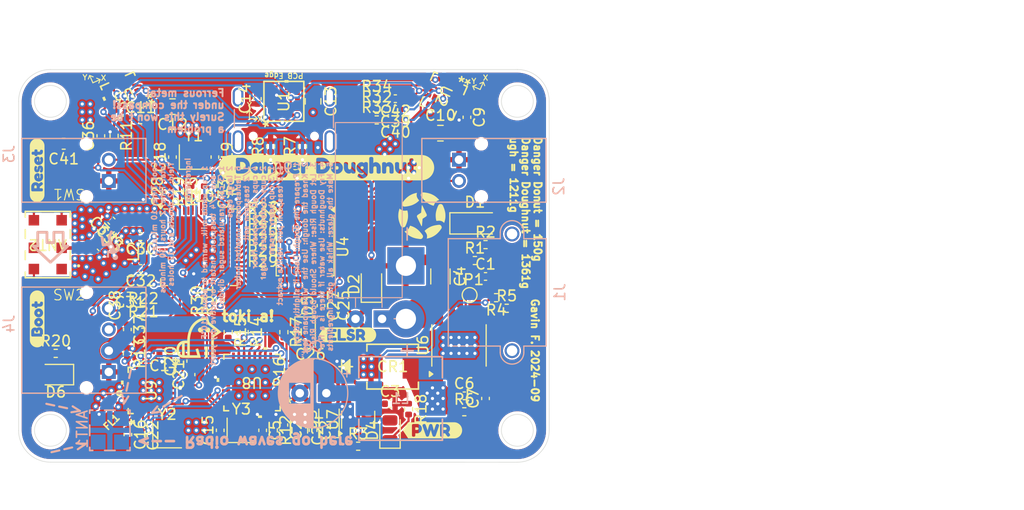
<source format=kicad_pcb>
(kicad_pcb (version 20240108) (generator "pcbnew") (generator_version "8.0")
  (layers (0 "F.Cu" signal) (1 "In1.Cu" signal) (2 "In2.Cu" signal) (31 "B.Cu" signal) (34 "B.Paste" user) (35 "F.Paste" user) (36 "B.SilkS" user "B.Silkscreen") (37 "F.SilkS" user "F.Silkscreen") (38 "B.Mask" user) (39 "F.Mask" user) (44 "Edge.Cuts" user))
  (net 0 "")
  (net 1 "GND")
  (net 2 "+3.3V")
  (net 3 "Net-(U7-BP)")
  (net 4 "+BATT")
  (net 5 "Net-(ANT2-FEED)")
  (net 6 "+5V")
  (net 7 "Net-(U7-EN)")
  (net 9 "BATT")
  (net 10 "Net-(U6-COMP)")
  (net 13 "MISO_2")
  (net 16 "MOSI_2")
  (net 17 "Net-(U10-LNA_IN)")
  (net 20 "Mag_CS")
  (net 21 "Accel1_CS")
  (net 23 "/ESP_RST")
  (net 26 "Accel2_CS")
  (net 27 "Net-(U6-VREF)")
  (net 28 "/FB")
  (net 30 "ELSR_TX")
  (net 33 "N_RST")
  (net 35 "ELSR_RX")
  (net 37 "BUSY")
  (net 38 "Net-(U8-RES12K)")
  (net 40 "SX_CS")
  (net 41 "GPIO0")
  (net 44 "ELSR_EN")
  (net 45 "/ANT_TRACE")
  (net 46 "DIO1")
  (net 47 "SX_MOSI")
  (net 48 "SX_SCK")
  (net 50 "SX_MISO")
  (net 51 "Net-(D4-K)")
  (net 52 "Net-(D5-A)")
  (net 55 "Net-(U8-XDP_DCDC)")
  (net 56 "Net-(U1-CAP)")
  (net 61 "/DCDC_OUT")
  (net 62 "Net-(U10-U0TXD)")
  (net 63 "Net-(U10-GPIO0)")
  (net 64 "MAG_INT")
  (net 65 "SPIHD")
  (net 68 "SPIWP")
  (net 69 "ACCEL1_INT")
  (net 70 "ACCEL2_INT")
  (net 73 "SPICLK")
  (net 78 "SPID")
  (net 79 "SCK_2")
  (net 80 "SPICS0")
  (net 82 "SPIQ")
  (net 83 "LED_MOSI")
  (net 84 "LED_SCK")
  (net 88 "/MIC_IN")
  (net 89 "Net-(D2-A)")
  (net 90 "ESC_L")
  (net 91 "ESC_R")
  (net 92 "D-")
  (net 93 "D+")
  (net 96 "Net-(J6-CC2)")
  (net 97 "Net-(J6-CC1)")
  (net 98 "Net-(C6-Pad1)")
  (net 102 "Net-(ANT1-Feed)")
  (net 105 "Net-(U8-XTAL_IN)")
  (net 106 "Net-(U8-XTAL_OUT)")
  (net 107 "Net-(U9-VR_PA)")
  (net 108 "Net-(U10-XTAL_P)")
  (net 109 "Net-(U10-XTAL_N)")
  (net 110 "/DCC_FB")
  (net 111 "Net-(U9-RFIO)")
  (net 112 "Net-(J2-Pin_2)")
  (net 113 "Net-(J3-Pin_2)")
  (net 114 "Net-(U9-XTA)")
  (net 115 "Net-(U9-XTB)")
  (net 116 "VDD_SPI")
  (net 117 "Net-(C30-Pad1)")
  (net 118 "Net-(U10-GPIO45)")
  (net 120 "LED_BOTTOM")
  (net 121 "Net-(D6-A)")
  (net 125 "Net-(J4-Pin_3)")
  (net 126 "Net-(J4-Pin_4)")
  (net 127 "Net-(U10-SPID)")
  (net 128 "Net-(U10-SPIQ)")
  (net 129 "Net-(U10-SPICLK)")
  (net 130 "Net-(U10-SPICS0)")
  (net 131 "Net-(U10-SPIWP)")
  (net 132 "Net-(U10-SPIHD)")
  (net 133 "Net-(U10-GPIO19{slash}USB_D-)")
  (net 134 "Net-(U10-GPIO20{slash}USB_D+)")
  (net 135 "unconnected-(U10-GPIO21-Pad27)")
  (net 136 "Net-(C39-Pad2)")
  (net 137 "Net-(C40-Pad2)")
  (net 138 "Net-(C42-Pad2)")
  (footprint "kibuzzard-66936F84" (layer "F.Cu") (at 114 70)
    (property "Reference" "kibuzzard-66936F84" (hide yes))
    (property "Value" "G***" (hide yes))
  )
  (footprint "Capacitor_SMD:C_0402_1005Metric_Pad0.74x0.62mm_HandSolder" (layer "F.Cu") (at 98 70 -90)
    (property "Reference" "C5")
    (property "Value" "20pF")
  )
  (footprint "Capacitor_SMD:C_0402_1005Metric" (layer "F.Cu") (at 85.25 58.23 90)
    (property "Reference" "C38")
    (property "Value" "C")
  )
  (footprint "Capacitor_SMD:C_0402_1005Metric" (layer "F.Cu") (at 86.5 54.75 180)
    (property "Reference" "C32")
    (property "Value" "1uF")
  )
  (footprint "Resistor_SMD:R_0402_1005Metric" (layer "F.Cu") (at 118 54)
    (property "Reference" "R1")
    (property "Value" "18K")
  )
  (footprint "Resistor_SMD:R_0402_1005Metric" (layer "F.Cu") (at 91.25 47.5 90)
    (property "Reference" "R19")
    (property "Value" "10K")
  )
  (footprint "Resistor_SMD:R_0402_1005Metric" (layer "F.Cu") (at 97.75 48.75 -135)
    (property "Reference" "R10")
    (property "Value" "100")
  )
  (footprint "Resistor_SMD:R_0402_1005Metric" (layer "F.Cu") (at 98 52.25)
    (property "Reference" "R26")
    (property "Value" "0")
  )
  (footprint "Resistor_SMD:R_0402_1005Metric" (layer "F.Cu") (at 108.75 39.75)
    (property "Reference" "R32")
    (property "Value" "100")
  )
  (footprint "Resistor_SMD:R_0402_1005Metric" (layer "F.Cu") (at 101.75 43.25 90)
    (property "Reference" "R7")
    (property "Value" "5.1K")
  )
  (footprint "kibuzzard-66EFAD22" (layer "F.Cu") (at 76.75 59.5 90)
    (property "Reference" "kibuzzard-66EFAD22" (hide yes))
    (property "Value" "G***" (hide yes))
  )
  (footprint "Capacitor_SMD:C_0402_1005Metric" (layer "F.Cu") (at 85.25 60.5 -90)
    (property "Reference" "C37")
    (property "Value" "C")
  )
  (footprint "Crystal:Crystal_SMD_2016-4Pin_2.0x1.6mm" (layer "F.Cu") (at 91.5 44.25)
    (property "Reference" "Y1")
    (property "Value" "40MHz")
  )
  (footprint "Capacitor_SMD:C_0402_1005Metric" (layer "F.Cu") (at 95.5 47.75 90)
    (property "Reference" "C33")
    (property "Value" "100nF")
  )
  (footprint "Resistor_SMD:R_0402_1005Metric" (layer "F.Cu") (at 100.75 64.5 90)
    (property "Reference" "R16")
    (property "Value" "10K")
  )
  (footprint "Capacitor_SMD:C_0402_1005Metric" (layer "F.Cu") (at 91.25 64.75 90)
    (property "Reference" "C21")
    (property "Value" "100nF")
  )
  (footprint "Capacitor_SMD:C_0402_1005Metric" (layer "F.Cu") (at 97.5 38.75 90)
    (property "Reference" "C14")
    (property "Value" "1uF")
  )
  (footprint "Resistor_SMD:R_0402_1005Metric" (layer "F.Cu") (at 94 47 -90)
    (property "Reference" "R9")
    (property "Value" "100")
  )
  (footprint "Capacitor_SMD:C_0402_1005Metric" (layer "F.Cu") (at 86.5 40.75)
    (property "Reference" "C11")
    (property "Value" "100nF")
  )
  (footprint "LED_SMD:LED_0805_2012Metric" (layer "F.Cu") (at 102 61 -90)
    (property "Reference" "D5")
    (property "Value" "Yellow LED")
  )
  (footprint "LED_SMD:LED_0805_2012Metric" (layer "F.Cu") (at 110 70 90)
    (property "Reference" "D4")
    (property "Value" "Green LED")
  )
  (footprint "Capacitor_SMD:C_0805_2012Metric_Pad1.18x1.45mm_HandSolder" (layer "F.Cu") (at 85.5 56.25 180)
    (property "Reference" "C31")
    (property "Value" "10uF")
  )
  (footprint "Danger_Doughnut_Lib:SMB_STM" (layer "F.Cu") (at 110.25 64)
    (property "Reference" "CR1")
    (property "Value" "STPS2L25U")
  )
  (footprint "Resistor_SMD:R_0402_1005Metric" (layer "F.Cu") (at 98.75 43.25 90)
    (property "Reference" "R8")
    (property "Value" "5.1K")
  )
  (footprint "Capacitor_SMD:C_0402_1005Metric" (layer "F.Cu") (at 110 67.5)
    (property "Reference" "C3")
    (property "Value" "470pF")
  )
  (footprint "Crystal:Crystal_SMD_2016-4Pin_2.0x1.6mm" (layer "F.Cu") (at 96 70)
    (property "Reference" "Y3")
    (property "Value" "26MHz")
  )
  (footprint "Capacitor_SMD:C_0402_1005Metric" (layer "F.Cu") (at 90.5 63.48 90)
    (property "Reference" "C20")
    (property "Value" "470nF")
  )
  (footprint "Resistor_SMD:R_0402_1005Metric" (layer "F.Cu") (at 94.75 60.75 -90)
    (property "Reference" "R15")
    (property "Value" "10K")
  )
  (footprint "Capacitor_SMD:C_0402_1005Metric" (layer "F.Cu") (at 110.5 40.75 180)
    (property "Reference" "C40")
    (property "Value" "100pF")
  )
  (footprint "LED_SMD:LED_0805_2012Metric" (layer "F.Cu") (at 78.5 64.75 180)
    (property "Reference" "D6")
    (property "Value" "Green LED")
  )
  (footprint "Resistor_SMD:R_0402_1005Metric" (layer "F.Cu") (at 78.5 62.75)
    (property "Reference" "R20")
    (property "Value" "30")
  )
  (footprint "Danger_Doughnut_Lib:FIL_2450FM07D0034T" (layer "F.Cu") (at 83.5 67.5 -135)
    (property "Reference" "FL1")
    (property "Value" "2450FM07D0034T")
  )
  (footprint "Inductor_SMD:L_0402_1005Metric_Pad0.77x0.64mm_HandSolder" (layer "F.Cu") (at 83.25 51.5 -135)
    (property "Reference" "L3")
    (property "Value" "3nH")
  )
  (footprint "Danger_Doughnut_Lib:QFN_31DLTR_STM" (layer "F.Cu") (at 115.03764 38.47578 -113.653)
    (property "Reference" "U2")
    (property "Value" "H3LIS331DLTR")
  )
  (footprint "Resistor_SMD:R_0402_1005Metric" (layer "F.Cu") (at 86.75 58.75)
    (property "Reference" "R22")
    (property "Value" "33")
  )
  (footprint "Package_DFN_QFN:QFN-56-1EP_7x7mm_P0.4mm_EP4x4mm" (layer "F.Cu") (at 92 52.75)
    (property "Reference" "U10")
    (property "Value" "ESP32-S3")
  )
  (footprint "Diode_SMD:D_0805_2012Metric" (layer "F.Cu") (at 104.25 69 90)
    (property "Reference" "D3")
    (property "Value" "CTS05S30")
  )
  (footprint "Resistor_SMD:R_0402_1005Metric" (layer "F.Cu") (at 100 60.75 -90)
    (property "Reference" "R17")
    (property "Value" "3.3k")
  )
  (footprint "Resistor_SMD:R_0402_1005Metric" (layer "F.Cu") (at 107 71.5)
    (property "Reference" "R3")
    (property "Value" "10k")
  )
  (footprint "Capacitor_SMD:C_0402_1005Metric" (layer "F.Cu") (at 110.5 39.75 180)
    (property "Reference" "C39")
    (property "Value" "100pF")
  )
  (footprint "Resistor_SMD:R_0402_1005Metric" (layer "F.Cu") (at 85.25 62.75 -90)
    (property "Reference" "R13")
    (property "Value" "10K")
  )
  (footprint "Danger_Doughnut_Lib:Pad_Button" (layer "F.Cu") (at 79.75 45.5 180)
    (property "Reference" "SW1")
    (property "Value" "SW_Push")
  )
  (footprint "Resistor_SMD:R_0402_1005Metric" (layer "F.Cu") (at 98 50.25)
    (property "Reference" "R23")
    (property "Value" "0")
  )
  (footprint "Resistor_SMD:R_0402_1005Metric" (layer "F.Cu") (at 121 58.5)
    (property "Reference" "R5")
    (property "Value" "2K")
  )
  (footprint "Resistor_SMD:R_0402_1005Metric" (layer "F.Cu") (at 117 68.25)
    (property "Reference" "R6")
    (property "Value" "4.7K")
  )
  (footprint "Capacitor_SMD:C_0805_2012Metric_Pad1.18x1.45mm_HandSolder" (layer "F.Cu") (at 89.5 39.5 180)
    (property "Reference" "C12")
    (property "Value" "10uF")
  )
  (footprint "Resistor_SMD:R_0402_1005Metric" (layer "F.Cu") (at 94 57.75 90)
    (property "Reference" "R31")
    (property "Value" "0")
  )
  (footprint "Danger_Doughnut_Lib:Pad_Button" (layer "F.Cu") (at 79.75 59.5)
    (property "Reference" "SW2")
    (property "Value" "SW_Push")
  )
  (footprint "Capacitor_SMD:C_0402_1005Metric" (layer "F.Cu") (at 86.5 51.75 180)
    (property "Reference" "C30")
    (property "Value" "100nF")
  )
  (footprint "Resistor_SMD:R_0402_1005Metric" (layer "F.Cu") (at 92.5 47.5 90)
    (property "Reference" "R25")
    (property "Value" "510")
  )
  (footprint "Diode_SMD:D_SOD-123" (layer "F.Cu") (at 118 50.5)
    (property "Reference" "D1")
    (property "Value" "Z3.3V")
  )
  (footprint "Resistor_SMD:R_0402_1005Metric" (layer "F.Cu") (at 99 70 -90)
    (property "Reference" "R12")
    (property "Value" "12K")
  )
  (footprint "Danger_Doughnut_Lib:SR4W035_4X6_ANT" (layer "F.Cu") (at 77.75 52.5 180)
    (property "Reference" "ANT2")
    (property "Value" "SR4W035")
  )
  (footprint "Danger_Doughnut_Lib:QFN_31DLTR_STM" (layer "F.Cu") (at 84.96236 38.47578 -156.346)
    (property "Reference" "U3")
    (property "Value" "H3LIS331DLTR")
  )
  (footprint "Capacitor_SMD:C_0805_2012Metric_Pad1.18x1.45mm_HandSolder" (layer "F.Cu") (at 102.75 39 -90)
    (property "Reference" "C13")
    (property "Value" "10uF")
  )
  (footprint "Resistor_SMD:R_0402_1005Metric" (layer "F.Cu") (at 108.75 38.75)
    (property "Reference" "R34")
    (property "Value" "100")
  )
  (footprint "Capacitor_SMD:C_0402_1005Metric_Pad0.74x0.62mm_HandSolder" (layer "F.Cu") (at 93.5 44.25 -90)
    (property "Reference" "C19")
    (property "Value" "20pF")
  )
  (footprint "Capacitor_SMD:C_0402_1005Metric" (layer "F.Cu") (at 82.75 42.25 90)
    (property "Reference" "C36")
    (property "Value" "1uF")
  )
  (footprint "Package_SO:SOIC-8_5.23x5.23mm_P1.27mm" (layer "F.Cu") (at 102 52.712311 -90)
    (property "Reference" "U4")
    (property "Value" "W25X20CLZP")
  )
  (footprint "Capacitor_SMD:C_1206_3216Metric_Pad1.33x1.80mm_HandSolder" (layer "F.Cu") (at 114.75 55.5 -90)
    (property "Reference" "C4")
    (property "Value" "10uF")
  )
  (footprint "Capacitor_SMD:C_0402_1005Metric_Pad0.74x0.62mm_HandSolder" (layer "F.Cu") (at 89.5 44.25 90)
    (property "Reference" "C18")
    (property "Value" "20pF")
  )
  (footprint "Capacitor_SMD:C_0402_1005Metric" (layer "F.Cu") (at 119 67 90)
    (property "Reference" "C7")
    (property "Value" "220p")
  )
  (footprint "Capacitor_SMD:C_0402_1005Metric" (layer "F.Cu") (at 117 66.75)
    (property "Reference" "C6")
    (property "Value" "22n")
  )
  (footprint "Resistor_SMD:R_0402_1005Metric" (layer "F.Cu") (at 108.75 40.75)
    (property "Reference" "R33")
    (property "Value" "100")
  )
  (footprint "Capacitor_SMD:C_0402_1005Metric" (layer "F.Cu") (at 100 69.5 -90)
    (property "Reference" "C23")
    (property "Value" "100nF")
  )
  (footprint "Capacitor_SMD:C_0603_1608Metric" (layer "F.Cu") (at 79.25 43 180)
    (property "Reference" "C41")
    (property "Value" "100nF")
  )
  (footprint "Resistor_SMD:R_0402_1005Metric" (layer "F.Cu") (at 98 51.25)
    (property "Reference" "R24")
    (property "Value" "0")
  )
  (footprint "kibuzzard-668D7854" (layer "F.Cu") (at 106 61)
    (property "Reference" "kibuzzard-668D7854" (hide yes))
    (property "Value" "G***" (hide yes))
  )
  (footprint "Capacitor_SMD:C_0402_1005Metric_Pad0.74x0.62mm_HandSolder" (layer "F.Cu") (at 94 70 90)
    (property "Reference" "C15")
    (property "Value" "20pF")
  )
  (footprint "Resistor_SMD:R_0402_1005Metric" (layer "F.Cu") (at 93 57.75 90)
    (property "Reference" "R30")
    (property "Value" "0")
  )
  (footprint "Capacitor_SMD:C_0402_1005Metric" (layer "F.Cu") (at 82.75 52.75 -45)
    (property "Reference" "C35")
    (property "Value" "1.2pF")
  )
  (footprint "Capacitor_SMD:C_0402_1005Metric" (layer "F.Cu") (at 86.5 70.48 -90)
    (property "Reference" "C22")
    (property "Value" "10nF")
  )
  (footprint "Resistor_SMD:R_0402_1005Metric" (layer "F.Cu") (at 98 53.25)
    (property "Reference" "R27")
    (property "Value" "0")
  )
  (footprint "Resistor_SMD:R_0402_1005Metric" (layer "F.Cu") (at 119 52.5)
    (property "Reference" "R2")
    (property "Value" "2K")
  )
  (footprint "Capacitor_SMD:C_0402_1005Metric" (layer "F.Cu") (at 104.5 58.25 -90)
    (property "Reference" "C25")
    (property "Value" "100nF")
  )
  (footprint "Capacitor_SMD:C_0402_1005Metric" (layer "F.Cu") (at 85.3 70.4 -90)
    (property "Reference" "C16")
    (property "Value" "10nF")
  )
  (footprint "Diode_SMD:D_0805_2012Metric" (layer "F.Cu") (at 108.25 56.25 90)
    (property "Reference" "D2")
    (property "Value" "CTS05S30")
  )
  (footprint "Danger_Doughnut_Lib:QFN32_5X5_EXP" (layer "F.Cu") (at 97 65.5 180)
    (property "Reference" "U8")
    (property "Value" "ESP8285H16")
  )
  (footprint "Capacitor_SMD:C_0402_1005Metric" (layer "F.Cu") (at 117.25 40.5 -90)
    (property "Reference" "C9")
    (property "Value" "100nF")
  )
  (footprint "Resistor_SMD:R_0402_1005Metric" (layer "F.Cu") (at 84 42.25 -90)
    (property "Reference" "R11")
    (property "Value" "10K")
  )
  (footprint "Crystal:Crystal_SMD_2016-4Pin_2.0x1.6mm" (layer "F.Cu") (at 89 70.5)
    (property "Reference" "Y2")
    (property "Value" "52MHz")
  )
  (footprint "Capacitor_SMD:C_0402_1005Metric" (layer "F.Cu") (at 102.5 64)
    (property "Reference" "C26")
    (property "Value" "1uF")
  )
  (footprint "kibuzzard-66F236AA" (layer "F.Cu") (at 104 45.25)
    (property "Reference" "kibuzzard-66F236AA" (hide yes))
    (property "Value" "G***" (hide yes))
  )
  (footprint "Capacitor_SMD:C_0402_1005Metric" (layer "F.Cu") (at 102.75 70 -90)
    (property "Reference" "C2")
    (property "Value" "2.2uF")
  )
  (footprint "Resistor_SMD:R_0402_1005Metric" (layer "F.Cu") (at 111.75 68 -90)
    (property "Reference" "R18")
    (property "Value" "3.3k")
  )
  (footprint "Resistor_SMD:R_0402_1005Metric" (layer "F.Cu") (at 96.25 60.75 -90)
    (property "Reference" "R14")
    (property "Value" "10K")
  )
  (footprint "Capacitor_SMD:C_0402_1005Metric" (layer "F.Cu") (at 119 55.5)
    (property "Reference" "C1")
    (property "Value" "100nF")
  )
  (footprint "Capacitor_SMD:C_0805_2012Metric_Pad1.18x1.45mm_HandSolder" (layer "F.Cu") (at 114.75 42)
    (property "Reference" "C10")
    (property "Value" "10uF")
  )
  (footprint "Package_SO:HSOP-8-1EP_3.9x4.9mm_P1.27mm_EP2.41x3.1mm_ThermalVias" (layer "F.Cu") (at 116.5 62 90)
    (property "Reference" "U6")
    (property "Value" "L5973D")
  )
  (footprint "Danger_Doughnut_Lib:MMC5983MA_MEM" (layer "F.Cu") (at 100 39 90)
    (property "Reference" "U1")
    (property "Value" "MMC5983MA")
  )
  (footprint "Danger_Doughnut_Lib:QFN24_4X4_SEM" (layer "F.Cu") (at 87.5 66.25 90)
    (property "Reference" "U9")
    (property "Value" "SX1280IMLTRT")
  )
  (footprint "Capacitor_SMD:C_0402_1005Metric" (layer "F.Cu") (at 103.5 58.25 -90)
    (property "Reference" "C27")
    (property "Value" "1uF")
  )
  (footprint "Package_TO_SOT_SMD:SOT-23-5" (layer "F.Cu") (at 107 69 90)
    (property "Reference" "U7")
    (property "Value" "MIC5219-3.3YM5")
  )
  (footprint "Capacitor_SMD:C_0402_1005Metric" (layer "F.Cu") (at 83.75 50.25 135)
    (property "Reference" "C34")
    (property "Value" "1.8pF")
  )
  (footprint "Capacitor_SMD:C_0402_1005Metric" (layer "F.Cu") (at 88.75 62.75 180)
    (property "Reference" "C17")
    (property "Value" "100nF")
  )
  (footprint "Capacitor_SMD:C_0805_2012Metric_Pad1.18x1.45mm_HandSolder" (layer "F.Cu") (at 101.5 70 -90)
    (property "Reference" "C24")
    (property "Value" "10uF")
  )
  (footprint "Resistor_SMD:R_0402_1005Metric" (layer "F.Cu") (at 98 55.25)
    (property "Reference" "R29")
    (property "Value" "0")
  )
  (footprint "Inductor_SMD:L_0402_1005Metric_Pad0.77x0.64mm_HandSolder" (layer "F.Cu") (at 87 53.25 90)
    (property "Reference" "L2")
    (property "Value" "L")
  )
  (footprint "Resistor_SMD:R_0402_1005Metric" (layer "F.Cu") (at 98 54.25)
    (property "Reference" "R28")
    (property "Value" "0")
  )
  (footprint "kibuzzard-66EFAD11" (layer "F.Cu") (at 76.75 45.5 90)
    (property "Reference" "kibuzzard-66EFAD11" (hide yes))
    (property "Value" "G***" (hide yes))
  )
  (footprint "Capacitor_SMD:C_0402_1005Metric" (layer "F.Cu") (at 89.25 47.5 90)
    (property "Reference" "C28")
    (property "Value" "10nF")
  )
  (footprint "Capacitor_SMD:C_0402_1005Metric" (layer "F.Cu") (at 110.5 38.75 180)
    (property "Reference" "C42")
    (property "Value" "100pF")
  )
  (footprint "TestPoint:TestPoint_Pad_D1.0mm" (layer "F.Cu") (at 117.5 57.25)
    (property "Reference" "TP1")
    (property "Value" "Vref")
  )
  (footprint "Resistor_SMD:R_0402_1005Metric" (layer "F.Cu") (at 86.75 60)
    (property "Reference" "R21")
    (property "Value" "33")
  )
  (footprint "Resistor_SMD:R_0402_1005Metric" (layer "F.Cu") (at 120 57.5 180)
    (property "Reference" "R4")
    (property "Value" "6.1K")
  )
  (footprint "Capacitor_THT:CP_Radial_D6.3mm_P2.50mm" (layer "B.Cu") (at 104 66.5 180)
    (property "Reference" "C8")
    (property "Value" "330uF")
  )
  (footprint "Danger_Doughnut_Lib:JST_S02B-PASK-2_LF__SN__1" (layer "B.Cu") (at 83.5 45.5 -90)
    (property "Reference" "J3")
    (property "Value" "Conn_01x02_Pin")
  )
  (footprint "Danger_Doughnut_Lib:CP_Right_Angle_D6.3_P2.50_H16.5" (layer "B.Cu") (at 108 59.5 180)
    (property "Reference" "C29" (hide yes))
    (property "Value" "100uF")
  )
  (footprint "Danger_Doughnut_Lib:DR74" (layer "B.Cu") (at 111 67 180)
    (property "Reference" "L1")
    (property "Value" "SRU1038-150Y")
  )
  (footprint "Danger_Doughnut_Lib:JST_S02B-PASK-2_LF__SN__1" (layer "B.Cu") (at 116.5 45.5 90)
    (property "Reference" "J2")
    (property "Value" "Conn_01x02_Pin")
  )
  (footprint "Connector_USB:USB_C_Receptacle_GCT_USB4105-xx-A_16P_TopMnt_Horizontal" (layer "B.Cu") (at 100 39.675)
    (property "Reference" "J6")
    (property "Value" "USB_C_Receptacle_USB2.0_16P")
  )
  (footprint "Danger_Doughnut_Lib:JST_S04B-PASK-2_LF__SN_" (layer "B.Cu") (at 83.5 61.5 -90)
    (property "Reference" "J4")
    (property "Value" "Conn_01x04_Pin")
  )
  (footprint "Danger_Doughnut_Lib:ANT_47948-0001_MOL" (layer "B.Cu") (at 83.6 70 -90)
    (property "Reference" "ANT1")
    (property "Value" "479480001")
  )
  (footprint "Connector_AMASS:AMASS_XT30PW-M_1x02_P2.50mm_Horizontal" (layer "B.Cu") (at 111.5 54.5 90)
    (property "Reference" "J1")
    (property "Value" "Conn_01x02_Pin")
  )
  (gr_poly (pts (xy 76.368392 52.641241) (xy 76.803478 52.641241) (xy 76.803478 51.335941) (xy 77.67367 51.335941) (xy 77.67367 52.314899) (xy 78.326309 52.314899) (xy 78.326309 51.335941) (xy 79.196501 51.335919) (xy 79.196501 52.641197) (xy 79.631609 52.641197) (xy 77.999989 54.164072)) (stroke (width 0.264583)) (fill none) (layer "B.SilkS"))
  (gr_poly (pts (xy 84.537827 53.060564) (xy 84.534441 53.063975) (xy 84.530848 53.067238) (xy 84.527048 53.070341) (xy 84.523045 53.073277) (xy 84.130488 53.342319) (xy 84.12939 53.342993) (xy 84.128279 53.343617) (xy 84.127157 53.344199) (xy 84.126025 53.344742) (xy 84.124885 53.345249) (xy 84.123738 53.345727) (xy 84.121431 53.346615) (xy 84.116797 53.348254) (xy 84.114497 53.349083) (xy 84.112217 53.349972) (xy 84.1049 53.35669) (xy 84.097342 53.363193) (xy 84.08953 53.369458) (xy 84.08145 53.375459) (xy 84.073088 53.381175) (xy 84.068797 53.383919) (xy 84.064431 53.38658) (xy 84.059987 53.389159) (xy 84.055466 53.391651) (xy 84.050863 53.394053) (xy 84.04618 53.396363) (xy 84.035173 53.401222) (xy 84.02407 53.405506) (xy 84.012889 53.409222) (xy 84.001641 53.412378) (xy 83.990344 53.414988) (xy 83.979013 53.417058) (xy 83.967662 53.418597) (xy 83.956309 53.419614) (xy 83.944965 53.420119) (xy 83.933648 53.42012) (xy 83.922373 53.419629) (xy 83.911154 53.418651) (xy 83.900008 53.417198) (xy 83.88895 53.415277) (xy 83.877994 53.412899) (xy 83.867155 53.410073) (xy 83.862986 53.410146) (xy 83.858797 53.410069) (xy 83.856695 53.409968) (xy 83.854592 53.409823) (xy 83.852485 53.409632) (xy 83.850376 53.409393) (xy 83.848266 53.409104) (xy 83.846154 53.408761) (xy 83.84404 53.408366) (xy 83.841925 53.407914) (xy 83.83981 53.407404) (xy 83.837694 53.406834) (xy 83.83558 53.4062) (xy 83.833465 53.405503) (xy 83.529084 53.306485) (xy 83.529267 53.646706) (xy 83.529131 53.651527) (xy 83.528754 53.656289) (xy 83.528144 53.660978) (xy 83.527305 53.665596) (xy 83.526243 53.67013) (xy 83.524965 53.674581) (xy 83.52348 53.678938) (xy 83.521787 53.683197) (xy 83.519896 53.687351) (xy 83.517813 53.691394) (xy 83.515542 53.695323) (xy 83.51309 53.699129) (xy 83.510464 53.702808) (xy 83.507669 53.70635) (xy 83.50471 53.709753) (xy 83.501594 53.713012) (xy 83.498327 53.716118) (xy 83.494914 53.719066) (xy 83.49136 53.721851) (xy 83.487675 53.724467) (xy 83.483861 53.726906) (xy 83.479925 53.729164) (xy 83.475873 53.731235) (xy 83.471711 53.733113) (xy 83.467445 53.73479) (xy 83.463079 53.736264) (xy 83.458622 53.737526) (xy 83.454078 53.738571) (xy 83.449454 53.739393) (xy 83.444754 53.739985) (xy 83.439986 53.740345) (xy 83.435155 53.74046) (xy 83.425383 53.740175) (xy 83.415602 53.739296) (xy 83.405901 53.737822) (xy 83.396367 53.735749) (xy 83.387086 53.733076) (xy 83.378149 53.729801) (xy 83.373837 53.727937) (xy 83.369645 53.725922) (xy 83.365582 53.723754) (xy 83.36166 53.721436) (xy 83.35789 53.718963) (xy 83.354284 53.716339) (xy 83.35085 53.713561) (xy 83.347602 53.710632) (xy 83.34455 53.707547) (xy 83.341706 53.70431) (xy 83.339081 53.700919) (xy 83.336682 53.697374) (xy 83.334525 53.693671) (xy 83.332619 53.689818) (xy 83.330976 53.685808) (xy 83.329606 53.681643) (xy 83.328519 53.67732) (xy 83.327729 53.672843) (xy 83.327244 53.668209) (xy 83.327076 53.663418) (xy 83.324303 53.173075) (xy 83.323901 53.170255) (xy 83.323558 53.16743) (xy 83.323278 53.164602) (xy 83.323067 53.161766) (xy 83.322927 53.158927) (xy 83.322865 53.156084) (xy 83.322884 53.153235) (xy 83.322988 53.150383) (xy 83.323182 53.147526) (xy 83.32347 53.144664) (xy 83.323858 53.141798) (xy 83.324348 53.138928) (xy 83.324947 53.136055) (xy 83.325657 53.133174) (xy 83.326486 53.130291) (xy 83.327432 53.127404) (xy 83.327619 53.126853) (xy 83.327833 53.126326) (xy 83.328073 53.125821) (xy 83.328335 53.125332) (xy 83.328615 53.124861) (xy 83.328911 53.124402) (xy 83.329533 53.123512) (xy 83.330811 53.121755) (xy 83.331117 53.121305) (xy 83.331412 53.120845) (xy 83.331689 53.120371) (xy 83.331949 53.119883) (xy 83.331964 53.119861) (xy 83.331981 53.119834) (xy 83.332004 53.119793) (xy 83.332014 53.119768) (xy 83.332027 53.119738) (xy 83.332041 53.119704) (xy 83.332054 53.119668) (xy 83.332068 53.119627) (xy 83.332082 53.119582) (xy 83.332095 53.119533) (xy 83.332108 53.119478) (xy 83.333915 53.115683) (xy 83.335838 53.112002) (xy 83.337883 53.108441) (xy 83.338952 53.106707) (xy 83.340057 53.105005) (xy 83.341193 53.103335) (xy 83.342366 53.101699) (xy 83.343573 53.100096) (xy 83.344816 53.098528) (xy 83.346096 53.096994) (xy 83.347412 53.095498) (xy 83.348769 53.094037) (xy 83.350163 53.092613) (xy 83.351321 53.091399) (xy 83.352513 53.090225) (xy 83.353744 53.089089) (xy 83.355006 53.087988) (xy 83.3563 53.08692) (xy 83.357619 53.085882) (xy 83.360335 53.083888) (xy 83.36313 53.081988) (xy 83.365989 53.080162) (xy 83.368887 53.078394) (xy 83.371809 53.076661) (xy 83.372316 53.076279) (xy 83.37281 53.07589) (xy 83.373773 53.075123) (xy 83.374255 53.074762) (xy 83.374497 53.07459) (xy 83.374742 53.074427) (xy 83.37499 53.074272) (xy 83.375244 53.074128) (xy 83.3755 53.073995) (xy 83.375763 53.073874) (xy 83.378192 53.072627) (xy 83.380651 53.071433) (xy 83.38314 53.070298) (xy 83.385658 53.069222) (xy 83.388206 53.068212) (xy 83.390784 53.067271) (xy 83.393391 53.066402) (xy 83.396029 53.065609) (xy 83.398698 53.064895) (xy 83.401393 53.064265) (xy 83.404122 53.063722) (xy 83.406878 53.063271) (xy 83.409664 53.062914) (xy 83.412482 53.062656) (xy 83.415331 53.062498) (xy 83.418208 53.062448) (xy 83.421349 53.062479) (xy 83.42445 53.062644) (xy 83.42751 53.06294) (xy 83.430527 53.063359) (xy 83.433506 53.063897) (xy 83.436445 53.064546) (xy 83.439345 53.065301) (xy 83.442207 53.066158) (xy 83.445031 53.067109) (xy 83.447819 53.068148) (xy 83.450571 53.069272) (xy 83.453287 53.070471) (xy 83.455968 53.071744) (xy 83.458615 53.073083) (xy 83.461229 53.074481) (xy 83.463809 53.075934) (xy 83.640197 53.138118) (xy 83.431675 52.695259) (xy 83.42908 52.689567) (xy 83.426646 52.68385) (xy 83.424369 52.678105) (xy 83.422249 52.67234) (xy 83.420282 52.666555) (xy 83.418462 52.66075) (xy 83.416795 52.654927) (xy 83.415274 52.649089) (xy 83.413896 52.643237) (xy 83.41266 52.637372) (xy 83.411563 52.631498) (xy 83.410604 52.625615) (xy 83.40978 52.619727) (xy 83.409089 52.613833) (xy 83.408526 52.607936) (xy 83.408094 52.602036) (xy 82.997549 52.67105) (xy 82.990055 52.67213) (xy 82.982614 52.67278) (xy 82.97524 52.673009) (xy 82.967938 52.67283) (xy 82.960719 52.672251) (xy 82.953593 52.671286) (xy 82.946568 52.669943) (xy 82.939654 52.668233) (xy 82.932859 52.666167) (xy 82.926193 52.663756) (xy 82.919667 52.66101) (xy 82.913285 52.657939) (xy 82.907063 52.654556) (xy 82.901007 52.650869) (xy 82.895126 52.646891) (xy 82.88943 52.642631) (xy 82.888667 52.642057) (xy 82.887939 52.641443) (xy 82.887243 52.640797) (xy 82.886571 52.640122) (xy 82.885917 52.639423) (xy 82.885279 52.638702) (xy 82.884025 52.637221) (xy 82.882769 52.635711) (xy 82.88147 52.634211) (xy 82.880793 52.633474) (xy 82.880088 52.632754) (xy 82.879355 52.632052) (xy 82.878583 52.631375) (xy 82.872687 52.625736) (xy 82.869754 52.622917) (xy 82.866878 52.62005) (xy 82.864096 52.617102) (xy 82.862751 52.615587) (xy 82.861443 52.614039) (xy 82.860177 52.612453) (xy 82.858957 52.610823) (xy 82.857786 52.609147) (xy 82.856669 52.607422) (xy 82.854629 52.604252) (xy 82.852649 52.601044) (xy 82.850735 52.597794) (xy 82.848892 52.594503) (xy 82.847123 52.591168) (xy 82.845433 52.587787) (xy 82.84383 52.584357) (xy 82.842315 52.580877) (xy 82.840893 52.577346) (xy 82.839571 52.573762) (xy 82.83835 52.57012) (xy 82.83724 52.566423) (xy 82.83624 52.562668) (xy 82.835359 52.558849) (xy 82.834599 52.55497) (xy 82.833966 52.551025) (xy 82.732741 51.866034) (xy 82.731871 51.858921) (xy 82.73137 51.85185) (xy 82.731224 51.844829) (xy 82.73143 51.837869) (xy 82.731979 51.83098) (xy 82.732864 51.824172) (xy 82.734079 51.817454) (xy 82.735614 51.810837) (xy 82.737463 51.804329) (xy 82.73962 51.797944) (xy 82.742076 51.791687) (xy 82.744824 51.785573) (xy 82.747857 51.779608) (xy 82.751167 51.773802) (xy 82.754748 51.768167) (xy 82.758593 51.762713) (xy 82.76269 51.757449) (xy 82.767038 51.752386) (xy 82.771625 51.747531) (xy 82.776447 51.742897) (xy 82.781494 51.738492) (xy 82.78676 51.734329) (xy 82.792237 51.730415) (xy 82.797919 51.72676) (xy 82.803797 51.723374) (xy 82.809866 51.720271) (xy 82.816115 51.717456) (xy 82.822541 51.714941) (xy 82.829134 51.712735) (xy 82.835886 51.710849) (xy 82.84279 51.709292) (xy 82.849842 51.708075) (xy 82.856925 51.707184) (xy 82.863971 51.706661) (xy 82.870966 51.7065) (xy 82.877902 51.706693) (xy 82.884771 51.707233) (xy 82.89156 51.70811) (xy 82.898261 51.709318) (xy 82.904861 51.710852) (xy 82.911354 51.7127) (xy 82.917729 51.714856) (xy 82.923972 51.717314) (xy 82.930078 51.720064) (xy 82.936034 51.723102) (xy 82.941831 51.726417) (xy 82.94746 51.730003) (xy 82.95291 51.733851) (xy 82.958172 51.737956) (xy 82.963233 51.742307) (xy 82.968085 51.746898) (xy 82.972718 51.751722) (xy 82.977123 51.75677) (xy 82.981288 51.762038) (xy 82.985204 51.767515) (xy 82.988862 51.773194) (xy 82.992249 51.779068) (xy 82.995359 51.785129) (xy 82.998177 51.791369) (xy 83.000697 51.797781) (xy 83.00291 51.804358) (xy 83.004801 51.811092) (xy 83.006365 51.817975) (xy 83.007587 51.825) (xy 83.088812 52.373987) (xy 83.534845 52.298841) (xy 83.410424 51.941275) (xy 83.409795 51.939396) (xy 83.409257 51.937519) (xy 83.408798 51.935643) (xy 83.40841 51.933768) (xy 83.408089 51.931895) (xy 83.407821 51.930021) (xy 83.407599 51.928146) (xy 83.407416 51.926273) (xy 83.407123 51.922517) (xy 83.406874 51.918755) (xy 83.4066 51.914978) (xy 83.406431 51.913083) (xy 83.406229 51.911183) (xy 83.404882 51.907716) (xy 83.403607 51.904216) (xy 83.402409 51.900679) (xy 83.401292 51.897109) (xy 83.40026 51.893506) (xy 83.399321 51.88987) (xy 83.398475 51.886202) (xy 83.397728 51.882503) (xy 83.397085 51.878773) (xy 83.39655 51.875012) (xy 83.396128 51.871225) (xy 83.395824 51.867405) (xy 83.395639 51.863557) (xy 83.395583 51.859684) (xy 83.395657 51.85578) (xy 83.395863 51.851851) (xy 83.606945 51.301795) (xy 83.607559 51.294691) (xy 83.608522 51.2877) (xy 83.609827 51.280834) (xy 83.611462 51.274094) (xy 83.613421 51.267495) (xy 83.615693 51.261044) (xy 83.618268 51.254747) (xy 83.621137 51.248613) (xy 83.624291 51.24265) (xy 83.627725 51.236869) (xy 83.631421 51.231275) (xy 83.635378 51.225877) (xy 83.639581 51.220682) (xy 83.644024 51.2157) (xy 83.648697 51.21094) (xy 83.653589 51.206406) (xy 83.658693 51.202113) (xy 83.663999 51.198064) (xy 83.669499 51.194269) (xy 83.675181 51.190737) (xy 83.681038 51.187473) (xy 83.687059 51.184487) (xy 83.693236 51.181789) (xy 83.699561 51.179386) (xy 83.706021 51.177284) (xy 83.71261 51.175493) (xy 83.719317 51.174023) (xy 83.726135 51.172882) (xy 83.733052 51.172073) (xy 83.74006 51.17161) (xy 83.747149 51.171499) (xy 83.754312 51.171748) (xy 83.761425 51.172371) (xy 83.768423 51.173338) (xy 83.775298 51.174649) (xy 83.78204 51.176288) (xy 83.788642 51.178248) (xy 83.795096 51.18052) (xy 83.801395 51.183096) (xy 83.807527 51.185966) (xy 83.81349 51.189118) (xy 83.819271 51.192548) (xy 83.824864 51.196242) (xy 83.830262 51.200196) (xy 83.835454 51.204395) (xy 83.840433 51.208833) (xy 83.845194 51.213503) (xy 83.849725 51.218391) (xy 83.854019 51.223491) (xy 83.85807 51.228792) (xy 83.861865 51.234287) (xy 83.865401 51.239966) (xy 83.868667 51.245818) (xy 83.871658 51.251836) (xy 83.874363 51.258009) (xy 83.876775 51.264332) (xy 83.878885 51.270791) (xy 83.880686 51.277379) (xy 83.882172 51.284087) (xy 83.88333 51.290906) (xy 83.884156 51.297826) (xy 83.884641 51.304835) (xy 83.884775 51.31193) (xy 83.884554 51.319097) (xy 83.674126 51.853184) (xy 83.882801 52.452918) (xy 83.890316 52.464342) (xy 83.892136 52.467221) (xy 83.893893 52.470153) (xy 83.895567 52.473159) (xy 83.89637 52.474698) (xy 83.897146 52.476265) (xy 84.169523 53.054221) (xy 84.17027 53.055878) (xy 84.17098 53.057543) (xy 84.172304 53.060893) (xy 84.173522 53.064271) (xy 84.174665 53.06767) (xy 84.179027 53.081407) (xy 84.357698 52.958774) (xy 84.164298 52.606169) (xy 84.162078 52.601867) (xy 84.1601 52.597502) (xy 84.158361 52.593084) (xy 84.156858 52.588623) (xy 84.15559 52.584123) (xy 84.154555 52.579597) (xy 84.153748 52.575051) (xy 84.15317 52.570492) (xy 84.152815 52.565928) (xy 84.152685 52.561369) (xy 84.152772 52.556821) (xy 84.153079 52.552295) (xy 84.1536 52.547797) (xy 84.154336 52.543335) (xy 84.155281 52.538917) (xy 84.156434 52.534552) (xy 84.157793 52.530247) (xy 84.159355 52.526011) (xy 84.16112 52.521853) (xy 84.16308 52.517777) (xy 84.165239 52.513797) (xy 84.167592 52.509918) (xy 84.170136 52.506147) (xy 84.172869 52.502494) (xy 84.175788 52.498965) (xy 84.178893 52.495571) (xy 84.182181 52.492317) (xy 84.185645 52.489214) (xy 84.189288 52.486268) (xy 84.193105 52.48349) (xy 84.197096 52.480883) (xy 84.201256 52.47846) (xy 84.20557 52.476246) (xy 84.20994 52.474278) (xy 84.214364 52.472545) (xy 84.218829 52.47105) (xy 84.223332 52.469789) (xy 84.227861 52.468758) (xy 84.232408 52.46796) (xy 84.236966 52.467387) (xy 84.241529 52.467039) (xy 84.246085 52.466911) (xy 84.250631 52.467006) (xy 84.255155 52.467317) (xy 84.259649 52.467844) (xy 84.264109 52.468584) (xy 84.268522 52.469534) (xy 84.272883 52.470693) (xy 84.277183 52.472055) (xy 84.281415 52.473623) (xy 84.28557 52.475392) (xy 84.28964 52.47736) (xy 84.293618 52.479524) (xy 84.297496 52.481881) (xy 84.301265 52.484431) (xy 84.304918 52.48717) (xy 84.308444 52.490095) (xy 84.31184 52.493206) (xy 84.315094 52.496498) (xy 84.318202 52.49997) (xy 84.321151 52.503621) (xy 84.323937 52.507445) (xy 84.326551 52.511442) (xy 84.328984 52.515612) (xy 84.558037 52.933144) (xy 84.560448 52.937862) (xy 84.562547 52.942649) (xy 84.564339 52.947494) (xy 84.565829 52.952386) (xy 84.567023 52.957317) (xy 84.567929 52.962275) (xy 84.568548 52.967251) (xy 84.568889 52.972234) (xy 84.568956 52.977217) (xy 84.568754 52.982186) (xy 84.56829 52.987131) (xy 84.567569 52.992045) (xy 84.566597 52.996915) (xy 84.565379 53.001736) (xy 84.56392 53.006491) (xy 84.562227 53.011173) (xy 84.561347 53.015691) (xy 84.560255 53.020162) (xy 84.558954 53.024583) (xy 84.557441 53.028943) (xy 84.55572 53.033232) (xy 84.55379 53.037445) (xy 84.551649 53.041569) (xy 84.5493 53.045596) (xy 84.546744 53.049519) (xy 84.543979 53.053326) (xy 84.541007 53.05701)) (stroke (width -0.000001)) (fill solid) (layer "B.SilkS"))
  (gr_poly (pts (xy 84.304836 53.870523) (xy 84.295508 53.880065) (xy 84.285804 53.88904) (xy 84.275745 53.897443) (xy 84.265354 53.905273) (xy 84.254658 53.912529) (xy 84.243676 53.919206) (xy 84.232434 53.925306) (xy 84.220955 53.930824) (xy 84.20926 53.935759) (xy 84.197374 53.94011) (xy 84.185318 53.943872) (xy 84.173119 53.947046) (xy 84.160799 53.949629) (xy 84.148378 53.951618) (xy 84.135883 53.953013) (xy 84.123337 53.953809) (xy 84.11076 53.954008) (xy 84.098178 53.953602) (xy 84.085612 53.952595) (xy 84.073087 53.950983) (xy 84.060627 53.948763) (xy 84.048252 53.945933) (xy 84.035988 53.942493) (xy 84.023858 53.938437) (xy 84.011884 53.933769) (xy 84.00009 53.928481) (xy 83.988498 53.922574) (xy 83.977133 53.916045) (xy 83.966017 53.908893) (xy 83.955173 53.901114) (xy 83.944624 53.892708) (xy 83.934515 53.883781) (xy 83.924972 53.874452) (xy 83.915998 53.864746) (xy 83.907595 53.854687) (xy 83.899765 53.844298) (xy 83.892509 53.833601) (xy 83.88583 53.822619) (xy 83.879731 53.811378) (xy 83.874214 53.799897) (xy 83.869278 53.788204) (xy 83.864928 53.776317) (xy 83.861166 53.764263) (xy 83.857992 53.752064) (xy 83.855409 53.739743) (xy 83.85342 53.727323) (xy 83.852025 53.714827) (xy 83.851228 53.70228) (xy 83.851031 53.689703) (xy 83.851435 53.67712) (xy 83.852442 53.664554) (xy 83.854054 53.652031) (xy 83.856274 53.63957) (xy 83.859104 53.627196) (xy 83.862545 53.614933) (xy 83.8666 53.602802) (xy 83.87127 53.590828) (xy 83.876557 53.579033) (xy 83.882464 53.56744) (xy 83.888993 53.556076) (xy 83.896145 53.544959) (xy 83.903923 53.534116) (xy 83.912329 53.523569) (xy 83.921257 53.513458) (xy 83.930585 53.503915) (xy 83.940291 53.494941) (xy 83.95035 53.486538) (xy 83.960741 53.478708) (xy 83.971437 53.471453) (xy 83.982417 53.464774) (xy 83.99366 53.458675) (xy 84.00514 53.453157) (xy 84.016834 53.448223) (xy 84.028721 53.443871) (xy 84.040775 53.440108) (xy 84.052974 53.436934) (xy 84.065296 53.434353) (xy 84.077714 53.432363) (xy 84.090211 53.430969) (xy 84.102758 53.430172) (xy 84.115336 53.429975) (xy 84.127918 53.430378) (xy 84.140483 53.431385) (xy 84.153006 53.432997) (xy 84.165467 53.43522) (xy 84.177841 53.438047) (xy 84.190107 53.441489) (xy 84.202235 53.445543) (xy 84.21421 53.450213) (xy 84.226006 53.4555) (xy 84.237595 53.461407) (xy 84.248962 53.467936) (xy 84.260078 53.475088) (xy 84.270921 53.482867) (xy 84.281469 53.491274) (xy 84.29158 53.500201) (xy 84.301123 53.50953) (xy 84.310097 53.519235) (xy 84.3185 53.529294) (xy 84.326329 53.539683) (xy 84.333585 53.55038) (xy 84.340264 53.561361) (xy 84.346363 53.572604) (xy 84.351881 53.584083) (xy 84.356817 53.595778) (xy 84.361166 53.607665) (xy 84.36493 53.619719) (xy 84.368104 53.631918) (xy 84.370686 53.64424) (xy 84.372675 53.656659) (xy 84.374068 53.669154) (xy 84.374866 53.681702) (xy 84.375064 53.694278) (xy 84.374659 53.70686) (xy 84.373651 53.719425) (xy 84.37204 53.731951) (xy 84.36982 53.744411) (xy 84.366991 53.756785) (xy 84.363548 53.76905) (xy 84.359495 53.78118) (xy 84.354825 53.793153) (xy 84.349537 53.804948) (xy 84.343631 53.81654) (xy 84.337101 53.827905) (xy 84.329948 53.83902) (xy 84.322171 53.849865) (xy 84.313765 53.860412)) (stroke (width -0.000001)) (fill solid) (layer "B.SilkS"))
  (gr_line (start 81.570402 36.892303) (end 81.699103 36.563006) (stroke (width 0.1)) (layer "F.SilkS"))
  (gr_poly (pts (xy 92.968522 59.803606) (xy 94.128704 60.733796) (xy 93.402951 61.214224) (xy 93.402951 63.156379) (xy 93.152515 63.156379) (xy 93.152515 61.076229) (xy 93.699385 60.713352) (xy 92.743641 59.946712) (xy 92.651644 59.588947) (xy 92.550625 59.604212) (xy 92.453569 59.624045) (xy 92.360427 59.648309) (xy 92.271149 59.676871) (xy 92.185685 59.709595) (xy 92.103986 59.746348) (xy 92.026003 59.786993) (xy 91.951685 59.831397) (xy 91.880984 59.879424) (xy 91.813849 59.93094) (xy 91.75023 59.98581) (xy 91.690079 60.0439) (xy 91.633346 60.105074) (xy 91.579981 60.169198) (xy 91.529934 60.236136) (xy 91.483156 60.305755) (xy 91.439598 60.37792) (xy 91.399209 60.452495) (xy 91.327742 60.608339) (xy 91.268359 60.772208) (xy 91.220662 60.943025) (xy 91.184255 61.119712) (xy 91.158742 61.30119) (xy 91.143725 61.486381) (xy 91.138807 61.674208) (xy 91.138807 62.926387) (xy 91.839005 62.926387) (xy 91.675455 62.343741) (xy 91.915669 62.277299) (xy 92.176327 63.176823) (xy 90.566383 63.176823) (xy 90.523918 63.175944) (xy 90.482773 63.173324) (xy 90.44295 63.16899) (xy 90.40445 63.162968) (xy 90.367275 63.155283) (xy 90.331427 63.145963) (xy 90.296908 63.135033) (xy 90.26372 63.122519) (xy 90.231864 63.108449) (xy 90.201343 63.092847) (xy 90.172158 63.07574) (xy 90.144311 63.057155) (xy 90.117805 63.037118) (xy 90.09264 63.015654) (xy 90.06882 62.99279) (xy 90.046345 62.968552) (xy 90.025218 62.942967) (xy 90.013031 62.926387) (xy 90.653269 62.926387) (xy 90.888371 62.926387) (xy 90.888371 61.801982) (xy 90.653269 61.801982) (xy 90.653269 62.926387) (xy 90.013031 62.926387) (xy 90.00544 62.91606) (xy 89.987014 62.887859) (xy 89.969941 62.858388) (xy 89.954223 62.827674) (xy 89.939861 62.795744) (xy 89.926859 62.762623) (xy 89.915218 62.728338) (xy 89.904939 62.692916) (xy 89.896024 62.656381) (xy 89.888476 62.618761) (xy 89.882296 62.580081) (xy 89.874048 62.499649) (xy 89.871296 62.415294) (xy 90.121731 62.415294) (xy 90.122416 62.456177) (xy 90.124576 62.49632) (xy 90.128368 62.535579) (xy 90.13395 62.573812) (xy 90.13746 62.5925) (xy 90.141478 62.610878) (xy 90.146021 62.628928) (xy 90.151109 62.646633) (xy 90.156763 62.663975) (xy 90.163002 62.680936) (xy 90.169845 62.697499) (xy 90.177313 62.713644) (xy 90.185424 62.729356) (xy 90.194199 62.744616) (xy 90.203657 62.759406) (xy 90.213818 62.773708) (xy 90.224701 62.787505) (xy 90.236327 62.800779) (xy 90.248714 62.813512) (xy 90.261883 62.825686) (xy 90.275852 62.837283) (xy 90.290643 62.848287) (xy 90.306274 62.858678) (xy 90.322765 62.86844) (xy 90.340135 62.877554) (xy 90.358405 62.886003) (xy 90.377594 62.893768) (xy 90.397722 62.900832) (xy 90.397722 61.868424) (xy 90.361774 61.890624) (xy 90.328634 61.914981) (xy 90.298234 61.941374) (xy 90.270507 61.969684) (xy 90.245386 61.999791) (xy 90.222802 62.031574) (xy 90.202689 62.064915) (xy 90.184979 62.099693) (xy 90.169605 62.135789) (xy 90.1565 62.173083) (xy 90.145595 62.211455) (xy 90.136825 62.250785) (xy 90.13012 62.290954) (xy 90.125415 62.331842) (xy 90.122641 62.373328) (xy 90.121731 62.415294) (xy 89.871296 62.415294) (xy 89.872162 62.369633) (xy 89.874753 62.324679) (xy 89.879057 62.280482) (xy 89.885061 62.23709) (xy 89.892754 62.194551) (xy 89.902122 62.152914) (xy 89.913155 62.112228) (xy 89.925839 62.072542) (xy 89.940163 62.033903) (xy 89.956114 61.996362) (xy 89.97368 61.959966) (xy 89.99285 61.924764) (xy 90.01361 61.890805) (xy 90.03595 61.858137) (xy 90.059856 61.826809) (xy 90.085316 61.796871) (xy 90.112318 61.768369) (xy 90.140851 61.741354) (xy 90.170902 61.715874) (xy 90.202458 61.691977) (xy 90.235508 61.669712) (xy 90.27004 61.649128) (xy 90.30604 61.630273) (xy 90.343498 61.613196) (xy 90.382401 61.597947) (xy 90.422736 61.584572) (xy 90.464492 61.573122) (xy 90.507657 61.563644) (xy 90.552218 61.556188) (xy 90.598162 61.550802) (xy 90.645479 61.547535) (xy 90.694156 61.546435) (xy 90.888371 61.546435) (xy 90.894044 61.406544) (xy 90.905481 61.26702) (xy 90.922938 61.12835) (xy 90.946668 60.99102) (xy 90.976927 60.855517) (xy 91.013969 60.722327) (xy 91.058048 60.591937) (xy 91.109419 60.464833) (xy 91.168337 60.341503) (xy 91.235057 60.222433) (xy 91.271421 60.164648) (xy 91.309831 60.10811) (xy 91.350319 60.05288) (xy 91.392917 59.99902) (xy 91.437655 59.946589) (xy 91.484566 59.895649) (xy 91.533683 59.846261) (xy 91.585036 59.798485) (xy 91.638657 59.752383) (xy 91.694579 59.708015) (xy 91.752833 59.665441) (xy 91.813451 59.624724) (xy 91.856546 59.597778) (xy 91.899533 59.572486) (xy 91.942333 59.548797) (xy 91.984867 59.526657) (xy 92.027056 59.506015) (xy 92.068823 59.486818) (xy 92.110088 59.469013) (xy 92.150772 59.452549) (xy 92.230087 59.42343) (xy 92.306137 59.399044) (xy 92.378294 59.378969) (xy 92.445929 59.362788) (xy 92.508413 59.350081) (xy 92.565117 59.340428) (xy 92.615413 59.33341) (xy 92.658671 59.328609) (xy 92.72156 59.323977) (xy 92.748752 59.323178) (xy 92.845859 59.323178)) (stroke (width -0.000001)) (fill solid) (layer "F.SilkS"))
  (gr_line (start 97.25 40.874999) (end 97.5 40.624999) (stroke (width 0.1)) (layer "F.SilkS"))
  (gr_line (start 118.135501 37.44985) (end 117.806204 37.578549) (stroke (width 0.1)) (layer "F.SilkS"))
  (gr_poly (pts (xy 92.837796 60.299679) (xy 92.850012 60.300605) (xy 92.862048 60.30213) (xy 92.87389 60.304238) (xy 92.885521 60.306916) (xy 92.896929 60.310148) (xy 92.908096 60.313919) (xy 92.91901 60.318213) (xy 92.929653 60.323017) (xy 92.940012 60.328316) (xy 92.950072 60.334093) (xy 92.959817 60.340334) (xy 92.969233 60.347025) (xy 92.978304 60.35415) (xy 92.987016 60.361694) (xy 92.995354 60.369642) (xy 93.003303 60.37798) (xy 93.010847 60.386692) (xy 93.017972 60.395763) (xy 93.024662 60.405179) (xy 93.030904 60.414924) (xy 93.036681 60.424984) (xy 93.041979 60.435343) (xy 93.046783 60.445987) (xy 93.051078 60.4569) (xy 93.054849 60.468068) (xy 93.05808 60.479475) (xy 93.060758 60.491107) (xy 93.062867 60.502948) (xy 93.064392 60.514984) (xy 93.065318 60.5272) (xy 93.06563 60.539581) (xy 93.065318 60.552426) (xy 93.064392 60.565077) (xy 93.062867 60.57752) (xy 93.060758 60.589742) (xy 93.05808 60.601728) (xy 93.054849 60.613464) (xy 93.051078 60.624936) (xy 93.046783 60.63613) (xy 93.041979 60.647032) (xy 93.036681 60.657628) (xy 93.030904 60.667904) (xy 93.024662 60.677846) (xy 93.017972 60.687439) (xy 93.010847 60.696671) (xy 93.003303 60.705526) (xy 92.995354 60.713991) (xy 92.987016 60.722052) (xy 92.978304 60.729695) (xy 92.969233 60.736905) (xy 92.959817 60.743669) (xy 92.950072 60.749972) (xy 92.940012 60.755801) (xy 92.929653 60.761141) (xy 92.919009 60.765979) (xy 92.908096 60.7703) (xy 92.896929 60.774091) (xy 92.885521 60.777337) (xy 92.873889 60.780024) (xy 92.862048 60.782139) (xy 92.850012 60.783667) (xy 92.837796 60.784594) (xy 92.825415 60.784906) (xy 92.812571 60.784594) (xy 92.799919 60.783667) (xy 92.787476 60.782139) (xy 92.775255 60.780024) (xy 92.763269 60.777337) (xy 92.751533 60.774091) (xy 92.740061 60.7703) (xy 92.728867 60.765979) (xy 92.717965 60.761141) (xy 92.707369 60.755801) (xy 92.697093 60.749972) (xy 92.687151 60.743669) (xy 92.677557 60.736905) (xy 92.668325 60.729695) (xy 92.65947 60.722052) (xy 92.651005 60.713991) (xy 92.642944 60.705526) (xy 92.635302 60.696671) (xy 92.628091 60.687439) (xy 92.621328 60.677846) (xy 92.615024 60.667904) (xy 92.609195 60.657628) (xy 92.603855 60.647032) (xy 92.599017 60.63613) (xy 92.594696 60.624936) (xy 92.590905 60.613464) (xy 92.587659 60.601728) (xy 92.584972 60.589742) (xy 92.582858 60.57752) (xy 92.58133 60.565077) (xy 92.580403 60.552426) (xy 92.580091 60.539581) (xy 92.580403 60.5272) (xy 92.58133 60.514984) (xy 92.582858 60.502948) (xy 92.584972 60.491107) (xy 92.587659 60.479475) (xy 92.590905 60.468068) (xy 92.594696 60.4569) (xy 92.599017 60.445987) (xy 92.603855 60.435343) (xy 92.609195 60.424984) (xy 92.615024 60.414924) (xy 92.621328 60.405179) (xy 92.628091 60.395763) (xy 92.635302 60.386692) (xy 92.642944 60.37798) (xy 92.651005 60.369642) (xy 92.65947 60.361694) (xy 92.668325 60.35415) (xy 92.677557 60.347025) (xy 92.687151 60.340334) (xy 92.697093 60.334093) (xy 92.707369 60.328316) (xy 92.717965 60.323017) (xy 92.728867 60.318213) (xy 92.740061 60.313919) (xy 92.751533 60.310148) (xy 92.763269 60.306916) (xy 92.775255 60.304238) (xy 92.787476 60.30213) (xy 92.799919 60.300605) (xy 92.812571 60.299679) (xy 92.825415 60.299367)) (stroke (width -0.000001)) (fill solid) (layer "F.SilkS"))
  (gr_line (start 97.25 40.374999) (end 97.5 40.624999) (stroke (width 0.1)) (layer "F.SilkS"))
  (gr_line (start 82 37.25) (end 82.686994 36.949103) (stroke (width 0.1)) (layer "F.SilkS"))
  (gr_line (start 118.922794 37.521749) (end 118.794095 37.192452) (stroke (width 0.1)) (layer "F.SilkS"))
  (gr_poly (pts (xy 110.905363 49.101851) (xy 110.906013 49.101938) (xy 110.906703 49.1021) (xy 110.907436 49.102339) (xy 110.908214 49.102656) (xy 110.909041 49.103053) (xy 110.90992 49.103533) (xy 110.910853 49.104096) (xy 110.911843 49.104744) (xy 110.912893 49.10548) (xy 110.914006 49.106304) (xy 110.915184 49.10722) (xy 110.91643 49.108228) (xy 110.917748 49.10933) (xy 110.919139 49.110527) (xy 110.920607 49.111823) (xy 110.922155 49.113218) (xy 110.925501 49.116313) (xy 110.929198 49.119827) (xy 110.93327 49.123773) (xy 110.949227 49.139065) (xy 110.962705 49.151654) (xy 110.974495 49.162208) (xy 110.980006 49.166932) (xy 110.985393 49.171398) (xy 110.990754 49.175691) (xy 110.996191 49.179894) (xy 111.007684 49.188365) (xy 111.020665 49.19748) (xy 111.035928 49.207911) (xy 111.061979 49.224435) (xy 111.088063 49.239302) (xy 111.114365 49.252539) (xy 111.141067 49.264176) (xy 111.168351 49.274241) (xy 111.196402 49.282762) (xy 111.225401 49.289769) (xy 111.255532 49.295289) (xy 111.286978 49.299353) (xy 111.319921 49.301988) (xy 111.354545 49.303223) (xy 111.391032 49.303086) (xy 111.429565 49.301607) (xy 111.470328 49.298815) (xy 111.513503 49.294737) (xy 111.559274 49.289402) (xy 111.583669 49.286293) (xy 111.601938 49.284177) (xy 111.609077 49.283522) (xy 111.615047 49.283152) (xy 111.619969 49.283079) (xy 111.623964 49.283317) (xy 111.627153 49.283877) (xy 111.629657 49.284772) (xy 111.631596 49.286014) (xy 111.633093 49.287616) (xy 111.634266 49.28959) (xy 111.635238 49.291949) (xy 111.637061 49.297869) (xy 111.640466 49.309033) (xy 111.64356 49.319614) (xy 111.646382 49.329774) (xy 111.648968 49.339673) (xy 111.651355 49.349473) (xy 111.653581 49.359335) (xy 111.655683 49.36942) (xy 111.657699 49.37989) (xy 111.668282 49.432807) (xy 111.674842 49.46811) (xy 111.68063 49.505186) (xy 111.68564 49.543773) (xy 111.68987 49.583611) (xy 111.695973 49.665992) (xy 111.698908 49.75024) (xy 111.698642 49.834265) (xy 111.695146 49.915977) (xy 111.692176 49.955312) (xy 111.688387 49.993286) (xy 111.683775 50.029636) (xy 111.678336 50.064102) (xy 111.668282 50.12284) (xy 111.658837 50.169743) (xy 111.645702 50.224225) (xy 111.629652 50.283741) (xy 111.611463 50.345751) (xy 111.59191 50.407711) (xy 111.571767 50.467079) (xy 111.551811 50.521312) (xy 111.532815 50.567869) (xy 111.522894 50.591615) (xy 111.515998 50.608424) (xy 111.512457 50.61726) (xy 111.509003 50.626077) (xy 111.497184 50.654929) (xy 111.484595 50.683459) (xy 111.47161 50.710946) (xy 111.4586 50.736673) (xy 111.445937 50.759919) (xy 111.433994 50.779965) (xy 111.428408 50.788564) (xy 111.423141 50.796092) (xy 111.418241 50.802461) (xy 111.413753 50.807581) (xy 111.404832 50.816394) (xy 111.395719 50.824581) (xy 111.386393 50.832147) (xy 111.376835 50.8391) (xy 111.367026 50.845444) (xy 111.356947 50.851188) (xy 111.346578 50.856336) (xy 111.335899 50.860895) (xy 111.324892 50.864871) (xy 111.313537 50.86827) (xy 111.301814 50.871099) (xy 111.289705 50.873363) (xy 111.277189 50.875069) (xy 111.264248 50.876224) (xy 111.250862 50.876832) (xy 111.237011 50.876902) (xy 111.226962 50.876783) (xy 111.216845 50.876447) (xy 111.206939 50.875925) (xy 111.197522 50.875248) (xy 111.188875 50.874447) (xy 111.181275 50.873553) (xy 111.175003 50.872597) (xy 111.170336 50.87161) (xy 111.170336 50.871611) (xy 111.159198 50.868212) (xy 111.148403 50.864363) (xy 111.137945 50.860059) (xy 111.127821 50.855298) (xy 111.118026 50.850074) (xy 111.108554 50.844384) (xy 111.099402 50.838225) (xy 111.090564 50.831592) (xy 111.082037 50.824482) (xy 111.073815 50.816891) (xy 111.065894 50.808814) (xy 111.058269 50.800248) (xy 111.050935 50.791189) (xy 111.043888 50.781633) (xy 111.037124 50.771576) (xy 111.030636 50.761015) (xy 111.023195 50.748199) (xy 111.017143 50.737467) (xy 111.013075 50.72991) (xy 111.011971 50.727663) (xy 111.011684 50.726982) (xy 111.011586 50.726619) (xy 111.011519 50.726187) (xy 111.011323 50.725496) (xy 111.011004 50.724561) (xy 111.010569 50.723394) (xy 111.009382 50.720424) (xy 111.007816 50.716697) (xy 111.005928 50.712325) (xy 111.003773 50.70742) (xy 110.998886 50.696456) (xy 110.992884 50.682905) (xy 110.985789 50.666625) (xy 110.978497 50.64965) (xy 110.971899 50.634015) (xy 110.965491 50.618843) (xy 110.958736 50.603125) (xy 110.947557 50.577394) (xy 110.945454 50.572673) (xy 110.94353 50.5681) (xy 110.941818 50.563776) (xy 110.940347 50.559799) (xy 110.939149 50.556269) (xy 110.938255 50.553284) (xy 110.937696 50.550944) (xy 110.937552 50.550047) (xy 110.937503 50.549348) (xy 110.937479 50.548717) (xy 110.937407 50.548017) (xy 110.93729 50.547255) (xy 110.937131 50.546438) (xy 110.936931 50.545571) (xy 110.936694 50.54466) (xy 110.93642 50.543712) (xy 110.936114 50.542734) (xy 110.935776 50.54173) (xy 110.93541 50.540708) (xy 110.935017 50.539673) (xy 110.934601 50.538633) (xy 110.934162 50.537592) (xy 110.933705 50.536557) (xy 110.93323 50.535535) (xy 110.932741 50.534531) (xy 110.931536 50.532129) (xy 110.929954 50.528611) (xy 110.928062 50.524151) (xy 110.925927 50.518921) (xy 110.92362 50.513096) (xy 110.921206 50.506849) (xy 110.918756 50.500355) (xy 110.916336 50.493786) (xy 110.911475 50.480623) (xy 110.906811 50.468253) (xy 110.900461 50.451452) (xy 110.892911 50.431748) (xy 110.883421 50.403951) (xy 110.872677 50.370387) (xy 110.861369 50.333382) (xy 110.850185 50.29526) (xy 110.839814 50.258348) (xy 110.830943 50.22497) (xy 110.824261 50.197452) (xy 110.817498 50.165824) (xy 110.811727 50.137408) (xy 110.8067 50.110704) (xy 110.802169 50.084211) (xy 110.797886 50.056427) (xy 110.793603 50.025854) (xy 110.784045 49.950332) (xy 110.781799 49.928858) (xy 110.780017 49.905268) (xy 110.777819 49.852651) (xy 110.777394 49.794304) (xy 110.778687 49.73205) (xy 110.781642 49.667713) (xy 110.786203 49.603115) (xy 110.792314 49.54008) (xy 110.79992 49.480431) (xy 110.807344 49.438156) (xy 110.818531 49.386008) (xy 110.832336 49.328255) (xy 110.847611 49.269162) (xy 110.863208 49.212996) (xy 110.87798 49.164023) (xy 110.89078 49.12651) (xy 110.896082 49.113384) (xy 110.900461 49.104723) (xy 110.900863 49.104156) (xy 110.901277 49.103647) (xy 110.901706 49.103196) (xy 110.902153 49.102807) (xy 110.90262 49.102481) (xy 110.903111 49.102219) (xy 110.903628 49.102023) (xy 110.904174 49.101895) (xy 110.904751 49.101838)) (stroke (width -0.000001)) (fill solid) (layer "F.SilkS"))
  (gr_line (start 117.934902 37.907846) (end 117.806204 37.578549) (stroke (width 0.1)) (layer "F.SilkS"))
  (gr_poly (pts (xy 114.638934 50.634124) (xy 114.651618 50.634469) (xy 114.6634 50.635072) (xy 114.674362 50.635958) (xy 114.684586 50.637151) (xy 114.694154 50.638675) (xy 114.703149 50.640554) (xy 114.711652 50.642813) (xy 114.719746 50.645474) (xy 114.727512 50.648562) (xy 114.735034 50.652102) (xy 114.742393 50.656116) (xy 114.749672 50.66063) (xy 114.756951 50.665667) (xy 114.764315 50.671251) (xy 114.771845 50.677407) (xy 114.785711 50.689954) (xy 114.798708 50.703322) (xy 114.8108 50.717411) (xy 114.82195 50.732126) (xy 114.83212 50.747368) (xy 114.841273 50.763039) (xy 114.849372 50.779042) (xy 114.856379 50.795279) (xy 114.862258 50.811652) (xy 114.866971 50.828064) (xy 114.87048 50.844418) (xy 114.87275 50.860614) (xy 114.873742 50.876557) (xy 114.87342 50.892147) (xy 114.872754 50.89978) (xy 114.871746 50.907288) (xy 114.87039 50.91466) (xy 114.868682 50.921882) (xy 114.865963 50.931279) (xy 114.86288 50.940551) (xy 114.859304 50.949899) (xy 114.855106 50.959519) (xy 114.850158 50.96961) (xy 114.84433 50.980371) (xy 114.837495 50.992) (xy 114.829524 51.004696) (xy 114.820288 51.018657) (xy 114.809657 51.034082) (xy 114.797505 51.051168) (xy 114.783701 51.070115) (xy 114.768118 51.09112) (xy 114.750626 51.114383) (xy 114.709403 51.168473) (xy 114.671868 51.216027) (xy 114.632765 51.262954) (xy 114.59221 51.309125) (xy 114.550322 51.354409) (xy 114.507219 51.398676) (xy 114.463018 51.441796) (xy 114.417837 51.483639) (xy 114.371795 51.524073) (xy 114.361786 51.532582) (xy 114.352943 51.539957) (xy 114.344299 51.546946) (xy 114.334885 51.554302) (xy 114.323736 51.562774) (xy 114.309882 51.573112) (xy 114.270195 51.60239) (xy 114.248389 51.618119) (xy 114.225157 51.634089) (xy 114.175102 51.666378) (xy 114.121413 51.698505) (xy 114.065473 51.729721) (xy 114.008666 51.759274) (xy 113.952372 51.786416) (xy 113.897977 51.810395) (xy 113.871923 51.820964) (xy 113.846862 51.830461) (xy 113.80608 51.845074) (xy 113.766676 51.858465) (xy 113.728041 51.870802) (xy 113.689567 51.882253) (xy 113.650646 51.892984) (xy 113.610671 51.903163) (xy 113.569034 51.912958) (xy 113.525128 51.922536) (xy 113.483762 51.931532) (xy 113.471317 51.933921) (xy 113.466799 51.934611) (xy 113.463282 51.934971) (xy 113.460663 51.935009) (xy 113.458843 51.934731) (xy 113.457718 51.934143) (xy 113.457385 51.933735) (xy 113.457188 51.933251) (xy 113.457151 51.932062) (xy 113.457505 51.930581) (xy 113.458982 51.926769) (xy 113.461256 51.918873) (xy 113.465266 51.904478) (xy 113.470367 51.885618) (xy 113.475915 51.864327) (xy 113.480175 51.848106) (xy 113.481946 51.840732) (xy 113.483497 51.833677) (xy 113.484841 51.826811) (xy 113.485989 51.820004) (xy 113.486956 51.813128) (xy 113.487755 51.806053) (xy 113.4884 51.798649) (xy 113.488902 51.790787) (xy 113.489275 51.782337) (xy 113.489533 51.77317) (xy 113.489755 51.752168) (xy 113.489674 51.726744) (xy 113.489565 51.698979) (xy 113.489103 51.676473) (xy 113.488676 51.666665) (xy 113.488083 51.657539) (xy 113.4873 51.648884) (xy 113.4863 51.64049) (xy 113.485059 51.632145) (xy 113.48355 51.623639) (xy 113.481748 51.614761) (xy 113.479628 51.6053) (xy 113.474329 51.583786) (xy 113.467449 51.55741) (xy 113.462898 51.541945) (xy 113.457536 51.526231) (xy 113.451295 51.510158) (xy 113.444107 51.493613) (xy 113.435906 51.476485) (xy 113.426623 51.458663) (xy 113.416191 51.440035) (xy 113.404544 51.420489) (xy 113.391612 51.399913) (xy 113.37733 51.378197) (xy 113.361629 51.355228) (xy 113.344442 51.330894) (xy 113.325702 51.305085) (xy 113.305341 51.277688) (xy 113.259486 51.217685) (xy 113.259208 51.216857) (xy 113.259356 51.21567) (xy 113.259918 51.214138) (xy 113.26088 51.212275) (xy 113.26395 51.207611) (xy 113.268457 51.201786) (xy 113.274295 51.19491) (xy 113.281355 51.187092) (xy 113.289529 51.178442) (xy 113.298711 51.169068) (xy 113.308791 51.159081) (xy 113.319663 51.148589) (xy 113.331219 51.137702) (xy 113.343351 51.126528) (xy 113.355951 51.115178) (xy 113.368911 51.103761) (xy 113.382124 51.092385) (xy 113.395482 51.081161) (xy 113.430926 51.05264) (xy 113.468072 51.024499) (xy 113.506723 50.99684) (xy 113.546683 50.969771) (xy 113.587756 50.943396) (xy 113.629747 50.917822) (xy 113.672458 50.893152) (xy 113.715694 50.869494) (xy 113.759259 50.846952) (xy 113.802956 50.825631) (xy 113.846589 50.805637) (xy 113.889963 50.787076) (xy 113.932882 50.770053) (xy 113.975148 50.754673) (xy 114.016566 50.741042) (xy 114.05694 50.729265) (xy 114.12765 50.710504) (xy 114.188438 50.695464) (xy 114.215236 50.689324) (xy 114.239701 50.684096) (xy 114.261885 50.679772) (xy 114.281836 50.676348) (xy 114.355919 50.664177) (xy 114.400171 50.656901) (xy 114.423264 50.653313) (xy 114.443232 50.650419) (xy 114.484243 50.644863) (xy 114.505442 50.641936) (xy 114.523665 50.639307) (xy 114.532524 50.63832) (xy 114.543336 50.637364) (xy 114.555673 50.63647) (xy 114.569108 50.635669) (xy 114.583212 50.634992) (xy 114.597559 50.63447) (xy 114.611719 50.634134) (xy 114.625265 50.634015)) (stroke (width -0.000001)) (fill solid) (layer "F.SilkS"))
  (gr_line (start 82.357697 36.820404) (end 82.686994 36.949103) (stroke (width 0.1)) (layer "F.SilkS"))
  (gr_poly (pts (xy 111.897495 50.719356) (xy 111.901694 50.719715) (xy 111.906607 50.720412) (xy 111.912255 50.72145) (xy 111.918663 50.722835) (xy 111.925854 50.724568) (xy 111.933851 50.726656) (xy 111.942678 50.7291) (xy 111.952357 50.731906) (xy 111.962912 50.735077) (xy 111.986744 50.74253) (xy 112.014357 50.75149) (xy 112.0793 50.774537) (xy 112.14298 50.799835) (xy 112.205422 50.827405) (xy 112.266654 50.857265) (xy 112.326701 50.889435) (xy 112.385591 50.923935) (xy 112.443348 50.960783) (xy 112.5 51) (xy 112.555573 51.041603) (xy 112.610094 51.085614) (xy 112.663588 51.132051) (xy 112.716082 51.180933) (xy 112.767603 51.232281) (xy 112.818176 51.286112) (xy 112.867829 51.342448) (xy 112.916587 51.401306) (xy 112.95736 51.452592) (xy 112.992547 51.497962) (xy 113.022413 51.5378) (xy 113.047225 51.572492) (xy 113.067249 51.602421) (xy 113.082753 51.627972) (xy 113.088893 51.639225) (xy 113.094003 51.649529) (xy 113.098116 51.65893) (xy 113.101266 51.667477) (xy 113.103009 51.673691) (xy 113.10447 51.680746) (xy 113.105652 51.688529) (xy 113.106558 51.696929) (xy 113.107191 51.70583) (xy 113.107554 51.715121) (xy 113.107651 51.724687) (xy 113.107484 51.734417) (xy 113.107056 51.744196) (xy 113.106372 51.753911) (xy 113.105433 51.76345) (xy 113.104242 51.772699) (xy 113.102804 51.781544) (xy 113.101121 51.789874) (xy 113.099196 51.797574) (xy 113.097032 51.804531) (xy 113.092746 51.815911) (xy 113.087668 51.827379) (xy 113.081862 51.838862) (xy 113.075394 51.850288) (xy 113.068328 51.861584) (xy 113.060728 51.872676) (xy 113.052657 51.883493) (xy 113.044182 51.893961) (xy 113.035365 51.904007) (xy 113.026272 51.913558) (xy 113.016966 51.922543) (xy 113.007512 51.930887) (xy 112.997975 51.938517) (xy 112.988418 51.945362) (xy 112.978906 51.951348) (xy 112.969503 51.956402) (xy 112.961492 51.959999) (xy 112.953133 51.963248) (xy 112.944429 51.966151) (xy 112.93538 51.968705) (xy 112.925987 51.970913) (xy 112.916251 51.972773) (xy 112.906172 51.974286) (xy 112.895751 51.975452) (xy 112.884989 51.976271) (xy 112.873887 51.976742) (xy 112.862445 51.976866) (xy 112.850664 51.976643) (xy 112.838546 51.976072) (xy 112.82609 51.975155) (xy 112.813298 51.97389) (xy 112.80017 51.972277) (xy 112.762665 51.967184) (xy 112.720795 51.961694) (xy 112.675559 51.95517) (xy 112.611323 51.945224) (xy 112.487961 51.925181) (xy 112.443345 51.9162) (xy 112.393364 51.904329) (xy 112.339998 51.890151) (xy 112.285224 51.874249) (xy 112.231021 51.857206) (xy 112.179366 51.839605) (xy 112.132238 51.822029) (xy 112.091615 51.805061) (xy 112.040125 51.781462) (xy 111.990342 51.757235) (xy 111.942141 51.732286) (xy 111.895394 51.70652) (xy 111.849974 51.679842) (xy 111.805754 51.652158) (xy 111.762607 51.623374) (xy 111.720405 51.593394) (xy 111.679022 51.562124) (xy 111.63833 51.52947) (xy 111.598203 51.495337) (xy 111.558513 51.459631) (xy 111.519133 51.422256) (xy 111.479936 51.383119) (xy 111.440795 51.342124) (xy 111.401582 51.299177) (xy 111.389483 51.285577) (xy 111.384456 51.279703) (xy 111.380093 51.274414) (xy 111.376378 51.269686) (xy 111.373295 51.265496) (xy 111.370832 51.261818) (xy 111.368972 51.25863) (xy 111.367702 51.255907) (xy 111.367283 51.254712) (xy 111.367005 51.253625) (xy 111.366868 51.252641) (xy 111.366869 51.251759) (xy 111.367006 51.250976) (xy 111.367277 51.250287) (xy 111.367681 51.249691) (xy 111.368216 51.249184) (xy 111.368879 51.248763) (xy 111.36967 51.248426) (xy 111.371625 51.247989) (xy 111.374066 51.247848) (xy 111.378291 51.247369) (xy 111.384624 51.245999) (xy 111.402475 51.240994) (xy 111.425337 51.233644) (xy 111.450927 51.224763) (xy 111.476964 51.215163) (xy 111.501165 51.205655) (xy 111.521248 51.197053) (xy 111.529033 51.193346) (xy 111.534932 51.190169) (xy 111.545888 51.183811) (xy 111.555107 51.178593) (xy 111.561647 51.175063) (xy 111.563618 51.174101) (xy 111.564227 51.17385) (xy 111.564566 51.173765) (xy 111.564935 51.173649) (xy 111.565633 51.173309) (xy 111.567947 51.172004) (xy 111.571365 51.169942) (xy 111.575744 51.167216) (xy 111.580942 51.16392) (xy 111.586815 51.160147) (xy 111.60002 51.15154) (xy 111.608979 51.145173) (xy 111.618341 51.138033) (xy 111.628024 51.130203) (xy 111.637946 51.121766) (xy 111.648027 51.112805) (xy 111.658184 51.103403) (xy 111.668336 51.093643) (xy 111.678403 51.083608) (xy 111.688302 51.07338) (xy 111.697952 51.063044) (xy 111.707272 51.052681) (xy 111.71618 51.042374) (xy 111.724596 51.032207) (xy 111.732437 51.022263) (xy 111.739622 51.012624) (xy 111.74607 51.003373) (xy 111.759133 50.982582) (xy 111.773479 50.957592) (xy 111.788756 50.929117) (xy 111.804609 50.89787) (xy 111.820686 50.864565) (xy 111.836632 50.829914) (xy 111.852094 50.79463) (xy 111.86672 50.759427) (xy 111.86978 50.752037) (xy 111.872946 50.745049) (xy 111.876124 50.738619) (xy 111.879221 50.732903) (xy 111.882145 50.728055) (xy 111.883513 50.726004) (xy 111.884802 50.72423) (xy 111.886002 50.722749) (xy 111.8871 50.721583) (xy 111.888085 50.720749) (xy 111.888945 50.720269) (xy 111.889965 50.719913) (xy 111.891144 50.719637) (xy 111.892483 50.719443) (xy 111.893986 50.719332)) (stroke (width -0.000001)) (fill solid) (layer "F.SilkS"))
  (gr_poly (pts (xy 92.158042 60.299679) (xy 92.170258 60.300605) (xy 92.182294 60.30213) (xy 92.194135 60.304238) (xy 92.205767 60.306916) (xy 92.217174 60.310148) (xy 92.228342 60.313919) (xy 92.239255 60.318213) (xy 92.249899 60.323017) (xy 92.260258 60.328316) (xy 92.270318 60.334093) (xy 92.280063 60.340334) (xy 92.289479 60.347025) (xy 92.29855 60.35415) (xy 92.307262 60.361694) (xy 92.3156 60.369642) (xy 92.323548 60.37798) (xy 92.331092 60.386692) (xy 92.338217 60.395763) (xy 92.344908 60.405179) (xy 92.351149 60.414924) (xy 92.356927 60.424984) (xy 92.362225 60.435343) (xy 92.367029 60.445987) (xy 92.371324 60.4569) (xy 92.375095 60.468068) (xy 92.378326 60.479475) (xy 92.381004 60.491107) (xy 92.383113 60.502948) (xy 92.384638 60.514984) (xy 92.385563 60.5272) (xy 92.385875 60.539581) (xy 92.385563 60.552426) (xy 92.384638 60.565077) (xy 92.383113 60.57752) (xy 92.381004 60.589742) (xy 92.378326 60.601728) (xy 92.375095 60.613464) (xy 92.371324 60.624936) (xy 92.367029 60.63613) (xy 92.362225 60.647032) (xy 92.356927 60.657628) (xy 92.351149 60.667904) (xy 92.344908 60.677846) (xy 92.338217 60.687439) (xy 92.331092 60.696671) (xy 92.323548 60.705526) (xy 92.3156 60.713991) (xy 92.307262 60.722052) (xy 92.29855 60.729695) (xy 92.289479 60.736905) (xy 92.280063 60.743669) (xy 92.270318 60.749972) (xy 92.260258 60.755801) (xy 92.249899 60.761141) (xy 92.239255 60.765979) (xy 92.228342 60.7703) (xy 92.217174 60.774091) (xy 92.205767 60.777337) (xy 92.194135 60.780024) (xy 92.182294 60.782139) (xy 92.170258 60.783667) (xy 92.158042 60.784594) (xy 92.145661 60.784906) (xy 92.133266 60.784594) (xy 92.121008 60.783667) (xy 92.108903 60.782139) (xy 92.096968 60.780024) (xy 92.08522 60.777337) (xy 92.073677 60.774091) (xy 92.062354 60.7703) (xy 92.051269 60.765979) (xy 92.040438 60.761141) (xy 92.029879 60.755801) (xy 92.019608 60.749972) (xy 92.009643 60.743669) (xy 91.999999 60.736905) (xy 91.990694 60.729695) (xy 91.981744 60.722052) (xy 91.973167 60.713991) (xy 91.96498 60.705526) (xy 91.957198 60.696671) (xy 91.94984 60.687439) (xy 91.942921 60.677846) (xy 91.936459 60.667904) (xy 91.93047 60.657628) (xy 91.924972 60.647032) (xy 91.919982 60.63613) (xy 91.915515 60.624936) (xy 91.911589 60.613464) (xy 91.908221 60.601728) (xy 91.905427 60.589742) (xy 91.903225 60.57752) (xy 91.901632 60.565077) (xy 91.900663 60.552426) (xy 91.900336 60.539581) (xy 91.900663 60.5272) (xy 91.901632 60.514984) (xy 91.903225 60.502948) (xy 91.905427 60.491107) (xy 91.908221 60.479475) (xy 91.911589 60.468068) (xy 91.915515 60.4569) (xy 91.919982 60.445987) (xy 91.924972 60.435343) (xy 91.93047 60.424984) (xy 91.936459 60.414924) (xy 91.942921 60.405179) (xy 91.94984 60.395763) (xy 91.957198 60.386692) (xy 91.96498 60.37798) (xy 91.973167 60.369642) (xy 91.981744 60.361694) (xy 91.990694 60.35415) (xy 91.999999 60.347025) (xy 92.009643 60.340334) (xy 92.019608 60.334093) (xy 92.029879 60.328316) (xy 92.040438 60.323017) (xy 92.051269 60.318213) (xy 92.062354 60.313919) (xy 92.073677 60.310148) (xy 92.08522 60.306916) (xy 92.096968 60.304238) (xy 92.108903 60.30213) (xy 92.121008 60.300605) (xy 92.133266 60.299679) (xy 92.145661 60.299367)) (stroke (width -0.000001)) (fill solid) (layer "F.SilkS"))
  (gr_line (start 97 40.125) (end 96.75 39.875) (stroke (width 0.1)) (layer "F.SilkS"))
  (gr_line (start 118.464798 37.321151) (end 118.794095 37.192452) (stroke (width 0.1)) (layer "F.SilkS"))
  (gr_line (start 96.75 40.625) (end 96.75 39.875) (stroke (width 0.1)) (layer "F.SilkS"))
  (gr_poly (pts (xy 114.779259 48.676551) (xy 114.796145 48.677908) (xy 114.812448 48.680169) (xy 114.828168 48.683333) (xy 114.843305 48.687399) (xy 114.857859 48.692367) (xy 114.87183 48.698236) (xy 114.885218 48.705004) (xy 114.898024 48.712672) (xy 114.910246 48.721238) (xy 114.921886 48.730701) (xy 114.932943 48.741062) (xy 114.943416 48.752318) (xy 114.953307 48.76447) (xy 114.962615 48.777517) (xy 114.97134 48.791457) (xy 114.978556 48.805169) (xy 114.988191 48.824951) (xy 114.999487 48.849137) (xy 115.011689 48.876057) (xy 115.02404 48.904044) (xy 115.035783 48.93143) (xy 115.046162 48.956545) (xy 115.05442 48.977724) (xy 115.057611 48.986149) (xy 115.061299 48.995517) (xy 115.064986 49.004587) (xy 115.068178 49.012119) (xy 115.080858 49.043) (xy 115.094413 49.079183) (xy 115.108426 49.119322) (xy 115.122483 49.162072) (xy 115.136168 49.206087) (xy 115.149066 49.250021) (xy 115.16076 49.292529) (xy 115.170836 49.332265) (xy 115.185416 49.396619) (xy 115.197187 49.453891) (xy 115.206415 49.506375) (xy 115.213368 49.556367) (xy 115.218311 49.606161) (xy 115.221512 49.65805) (xy 115.223237 49.71433) (xy 115.223753 49.777294) (xy 115.223431 49.826776) (xy 115.222372 49.87123) (xy 115.220432 49.912421) (xy 115.217469 49.952118) (xy 115.21334 49.992087) (xy 115.207902 50.034097) (xy 115.201014 50.079915) (xy 115.192532 50.131307) (xy 115.183619 50.175124) (xy 115.17153 50.225465) (xy 115.157408 50.278535) (xy 115.142393 50.330538) (xy 115.127626 50.377679) (xy 115.114248 50.416164) (xy 115.108437 50.430974) (xy 115.1034 50.442196) (xy 115.099282 50.449357) (xy 115.097611 50.451266) (xy 115.096223 50.451982) (xy 115.095777 50.451931) (xy 115.095235 50.45178) (xy 115.0946 50.451533) (xy 115.093874 50.45119) (xy 115.092164 50.450231) (xy 115.09013 50.448922) (xy 115.087794 50.447286) (xy 115.085182 50.44534) (xy 115.082317 50.443107) (xy 115.079224 50.440605) (xy 115.075926 50.437855) (xy 115.072447 50.434877) (xy 115.068812 50.431691) (xy 115.065044 50.428318) (xy 115.061167 50.424777) (xy 115.057207 50.42109) (xy 115.053185 50.417275) (xy 115.049127 50.413353) (xy 115.049128 50.413352) (xy 115.041596 50.406062) (xy 115.033894 50.398882) (xy 115.026036 50.391824) (xy 115.018039 50.384901) (xy 115.009918 50.378124) (xy 115.001689 50.371504) (xy 114.993366 50.365052) (xy 114.984966 50.358782) (xy 114.976504 50.352704) (xy 114.967996 50.346829) (xy 114.959456 50.34117) (xy 114.950901 50.335738) (xy 114.942346 50.330545) (xy 114.933807 50.325603) (xy 114.925298 50.320922) (xy 114.916836 50.316515) (xy 114.906509 50.311455) (xy 114.896133 50.306196) (xy 114.886847 50.301334) (xy 114.879795 50.297465) (xy 114.875011 50.29523) (xy 114.869627 50.292902) (xy 114.857288 50.288047) (xy 114.843239 50.283057) (xy 114.827936 50.278084) (xy 114.81184 50.273286) (xy 114.795409 50.268816) (xy 114.779102 50.264829) (xy 114.763378 50.261482) (xy 114.747702 50.258605) (xy 114.731786 50.256126) (xy 114.715561 50.254047) (xy 114.69896 50.25237) (xy 114.681916 50.251096) (xy 114.66436 50.250227) (xy 114.646227 50.249763) (xy 114.627448 50.249708) (xy 114.607956 50.250061) (xy 114.587683 50.250826) (xy 114.566562 50.252003) (xy 114.544526 50.253594) (xy 114.497437 50.258023) (xy 114.445878 50.264127) (xy 114.420497 50.267421) (xy 114.401585 50.269642) (xy 114.394219 50.270294) (xy 114.388067 50.270611) (xy 114.382997 50.270569) (xy 114.378872 50.270147) (xy 114.37556 50.269321) (xy 114.374167 50.268751) (xy 114.372926 50.26807) (xy 114.371822 50.267278) (xy 114.370837 50.266372) (xy 114.369157 50.264202) (xy 114.367753 50.26154) (xy 114.366491 50.258362) (xy 114.363857 50.250369) (xy 114.359325 50.235006) (xy 114.353894 50.213782) (xy 114.347904 50.18828) (xy 114.341698 50.16008) (xy 114.335616 50.130764) (xy 114.329999 50.101913) (xy 114.325187 50.075109) (xy 114.321524 50.051932) (xy 114.31516 50.000036) (xy 114.310006 49.942064) (xy 114.306129 49.880519) (xy 114.303598 49.817908) (xy 114.302481 49.756735) (xy 114.302846 49.699507) (xy 114.304761 49.648727) (xy 114.308294 49.606903) (xy 114.313949 49.56252) (xy 114.319795 49.520624) (xy 114.325828 49.481171) (xy 114.332041 49.444118) (xy 114.338427 49.409421) (xy 114.344981 49.377038) (xy 114.351695 49.346924) (xy 114.358565 49.319036) (xy 114.366701 49.288675) (xy 114.370844 49.273271) (xy 114.37444 49.260298) (xy 114.381055 49.236745) (xy 114.390249 49.207109) (xy 114.401527 49.172797) (xy 114.414392 49.135217) (xy 114.428349 49.095776) (xy 114.442901 49.055883) (xy 114.457553 49.016945) (xy 114.471807 48.980369) (xy 114.490662 48.93433) (xy 114.508344 48.89304) (xy 114.524874 48.856489) (xy 114.540268 48.824662) (xy 114.554546 48.797548) (xy 114.567727 48.775135) (xy 114.573911 48.765688) (xy 114.579828 48.75741) (xy 114.58548 48.750302) (xy 114.59087 48.744361) (xy 114.599109 48.736356) (xy 114.607742 48.728818) (xy 114.616755 48.721752) (xy 114.626134 48.715166) (xy 114.635862 48.709067) (xy 114.645927 48.703461) (xy 114.656312 48.698356) (xy 114.667003 48.693759) (xy 114.677986 48.689677) (xy 114.689246 48.686117) (xy 114.700768 48.683085) (xy 114.712537 48.680588) (xy 114.724538 48.678634) (xy 114.736757 48.67723) (xy 114.74918 48.676383) (xy 114.76179 48.676098)) (stroke (width -0.000001)) (fill solid) (layer "F.SilkS"))
  (gr_poly (pts (xy 113.150507 47.577821) (xy 113.166746 47.57864) (xy 113.184507 47.580004) (xy 113.203981 47.581914) (xy 113.225362 47.584369) (xy 113.248844 47.587371) (xy 113.302877 47.595011) (xy 113.351495 47.60189) (xy 113.373496 47.604982) (xy 113.39019 47.607182) (xy 113.421212 47.61201) (xy 113.437294 47.614697) (xy 113.451044 47.617236) (xy 113.498669 47.625702) (xy 113.515061 47.628927) (xy 113.536736 47.633541) (xy 113.588098 47.645149) (xy 113.637079 47.656956) (xy 113.655778 47.661818) (xy 113.668003 47.66539) (xy 113.684341 47.670152) (xy 113.694717 47.673278) (xy 113.705044 47.676502) (xy 113.727701 47.683184) (xy 113.752851 47.691063) (xy 113.779365 47.699747) (xy 113.806115 47.708848) (xy 113.831972 47.717973) (xy 113.855807 47.726732) (xy 113.876492 47.734735) (xy 113.892898 47.74159) (xy 113.900844 47.745269) (xy 113.910427 47.749594) (xy 113.920506 47.754017) (xy 113.92994 47.757994) (xy 113.967048 47.77549) (xy 114.021221 47.801915) (xy 114.07341 47.827943) (xy 114.092808 47.837894) (xy 114.104565 47.844248) (xy 114.156599 47.875529) (xy 114.208199 47.908955) (xy 114.259179 47.944391) (xy 114.309352 47.981699) (xy 114.358534 48.020744) (xy 114.406537 48.061389) (xy 114.453176 48.103497) (xy 114.498265 48.146932) (xy 114.52547 48.17425) (xy 114.551099 48.200576) (xy 114.574521 48.225215) (xy 114.595102 48.247473) (xy 114.612212 48.266656) (xy 114.625215 48.282068) (xy 114.633482 48.293015) (xy 114.63564 48.296597) (xy 114.636378 48.298803) (xy 114.636345 48.299106) (xy 114.636249 48.299422) (xy 114.636091 48.299748) (xy 114.635873 48.300085) (xy 114.635596 48.300432) (xy 114.635261 48.300787) (xy 114.634871 48.301151) (xy 114.634426 48.301523) (xy 114.633929 48.301901) (xy 114.63338 48.302286) (xy 114.632136 48.303072) (xy 114.630706 48.303875) (xy 114.629102 48.304689) (xy 114.627336 48.30551) (xy 114.625422 48.306332) (xy 114.623372 48.307149) (xy 114.621197 48.307955) (xy 114.618911 48.308747) (xy 114.616525 48.309517) (xy 114.614053 48.310261) (xy 114.611507 48.310973) (xy 114.597616 48.314671) (xy 114.582832 48.318927) (xy 114.567602 48.323605) (xy 114.552372 48.328568) (xy 114.537589 48.33368) (xy 114.523698 48.338804) (xy 114.511147 48.343804) (xy 114.500381 48.348544) (xy 114.483514 48.355556) (xy 114.480367 48.356812) (xy 114.477834 48.357771) (xy 114.476008 48.358383) (xy 114.475389 48.358543) (xy 114.474982 48.358598) (xy 114.474345 48.358699) (xy 114.473435 48.358997) (xy 114.470844 48.360151) (xy 114.467306 48.361996) (xy 114.462918 48.364469) (xy 114.451978 48.371044) (xy 114.4388 48.379368) (xy 114.424158 48.388932) (xy 114.408828 48.399228) (xy 114.393584 48.409748) (xy 114.379203 48.419982) (xy 114.361108 48.434025) (xy 114.343509 48.449205) (xy 114.326369 48.46558) (xy 114.30965 48.483209) (xy 114.293316 48.502149) (xy 114.27733 48.522459) (xy 114.261653 48.544197) (xy 114.246249 48.567421) (xy 114.231081 48.592188) (xy 114.216112 48.618559) (xy 114.201303 48.646589) (xy 114.186619 48.676338) (xy 114.172021 48.707864) (xy 114.157473 48.741224) (xy 114.142938 48.776477) (xy 114.128377 48.813682) (xy 114.125309 48.82143) (xy 114.123956 48.824605) (xy 114.122681 48.827349) (xy 114.121452 48.829686) (xy 114.120238 48.831643) (xy 114.119627 48.832487) (xy 114.119008 48.833245) (xy 114.118376 48.833921) (xy 114.117728 48.834518) (xy 114.11706 48.835038) (xy 114.116368 48.835486) (xy 114.115647 48.835864) (xy 114.114895 48.836176) (xy 114.114107 48.836425) (xy 114.113278 48.836614) (xy 114.112406 48.836746) (xy 114.111486 48.836824) (xy 114.109485 48.836833) (xy 114.107245 48.836666) (xy 114.104734 48.836349) (xy 114.101919 48.835907) (xy 114.10192 48.835907) (xy 114.094861 48.834637) (xy 114.085562 48.832472) (xy 114.061248 48.825795) (xy 114.030993 48.81655) (xy 113.996814 48.805413) (xy 113.960724 48.793062) (xy 113.92474 48.78017) (xy 113.890876 48.767416) (xy 113.861149 48.755473) (xy 113.842384 48.747255) (xy 113.818584 48.736258) (xy 113.762723 48.709303) (xy 113.70726 48.681357) (xy 113.683956 48.66912) (xy 113.665886 48.659165) (xy 113.623875 48.634507) (xy 113.582906 48.609091) (xy 113.54288 48.582831) (xy 113.503696 48.555638) (xy 113.465257 48.527426) (xy 113.427463 48.498105) (xy 113.390215 48.467589) (xy 113.353413 48.43579) (xy 113.316958 48.402621) (xy 113.280752 48.367994) (xy 113.244694 48.331821) (xy 113.208686 48.294015) (xy 113.172628 48.254488) (xy 113.136422 48.213153) (xy 113.099967 48.169921) (xy 113.063165 48.124707) (xy 113.0377 48.092422) (xy 113.012638 48.059809) (xy 112.988779 48.027978) (xy 112.966923 47.998037) (xy 112.94787 47.971098) (xy 112.93242 47.948271) (xy 112.921372 47.930665) (xy 112.91775 47.924166) (xy 112.915528 47.91939) (xy 112.914395 47.916358) (xy 112.913014 47.912891) (xy 112.911435 47.909102) (xy 112.909707 47.905102) (xy 112.907879 47.901003) (xy 112.906002 47.896917) (xy 112.904126 47.892954) (xy 112.902298 47.889227) (xy 112.90009 47.883623) (xy 112.898226 47.877013) (xy 112.896703 47.869519) (xy 112.895518 47.861264) (xy 112.894668 47.85237) (xy 112.89415 47.84296) (xy 112.89396 47.833157) (xy 112.894096 47.823082) (xy 112.894555 47.812858) (xy 112.895332 47.802607) (xy 112.896426 47.792453) (xy 112.897833 47.782518) (xy 112.899551 47.772923) (xy 112.901575 47.763792) (xy 112.903903 47.755247) (xy 112.906532 47.747411) (xy 112.911645 47.734578) (xy 112.917429 47.721915) (xy 112.923833 47.709479) (xy 112.930807 47.69733) (xy 112.938302 47.685525) (xy 112.946269 47.674122) (xy 112.954657 47.66318) (xy 112.963417 47.652756) (xy 112.9725 47.642909) (xy 112.981855 47.633697) (xy 112.991434 47.625177) (xy 113.001186 47.617409) (xy 113.011063 47.61045) (xy 113.021013 47.604359) (xy 113.030989 47.599193) (xy 113.04094 47.595011) (xy 113.052178 47.590918) (xy 113.063199 47.587371) (xy 113.074197 47.584369) (xy 113.085365 47.581914) (xy 113.096896 47.580004) (xy 113.108982 47.57864) (xy 113.121818 47.577821) (xy 113.135595 47.577548)) (stroke (width -0.000001)) (fill solid) (layer "F.SilkS"))
  (gr_poly (pts (xy 112.537842 47.620623) (xy 112.539753 47.620874) (xy 112.541361 47.621267) (xy 112.542659 47.621801) (xy 112.543189 47.62212) (xy 112.543638 47.622472) (xy 112.544006 47.622859) (xy 112.544293 47.62328) (xy 112.544496 47.623734) (xy 112.544615 47.62422) (xy 112.54465 47.62474) (xy 112.5446 47.625292) (xy 112.544462 47.625876) (xy 112.544238 47.626492) (xy 112.543925 47.62714) (xy 112.543524 47.627819) (xy 112.542818 47.629888) (xy 112.541548 47.633954) (xy 112.537637 47.647134) (xy 112.532436 47.665473) (xy 112.529553 47.675988) (xy 112.52659 47.687086) (xy 112.522331 47.704271) (xy 112.520559 47.711982) (xy 112.519008 47.719299) (xy 112.517665 47.726368) (xy 112.516517 47.733334) (xy 112.515549 47.740344) (xy 112.51475 47.747543) (xy 112.514106 47.755077) (xy 112.513604 47.763091) (xy 112.513231 47.771732) (xy 112.512973 47.781145) (xy 112.51275 47.80287) (xy 112.512832 47.829431) (xy 112.512942 47.854229) (xy 112.513312 47.875113) (xy 112.514004 47.892786) (xy 112.515081 47.907947) (xy 112.516604 47.921297) (xy 112.518636 47.933537) (xy 112.521239 47.945368) (xy 112.524474 47.95749) (xy 112.530868 47.979998) (xy 112.537631 48.001626) (xy 112.544883 48.022583) (xy 112.552743 48.043082) (xy 112.561331 48.063333) (xy 112.570768 48.083547) (xy 112.581175 48.103935) (xy 112.59267 48.124706) (xy 112.605375 48.146074) (xy 112.619408 48.168247) (xy 112.634892 48.191437) (xy 112.651945 48.215855) (xy 112.670688 48.241712) (xy 112.691241 48.269219) (xy 112.738257 48.330023) (xy 112.739929 48.332176) (xy 112.741367 48.334096) (xy 112.741994 48.334982) (xy 112.742558 48.335826) (xy 112.743057 48.336633) (xy 112.743491 48.337407) (xy 112.743857 48.338154) (xy 112.744154 48.338878) (xy 112.744381 48.339587) (xy 112.744536 48.340283) (xy 112.744617 48.340973) (xy 112.744624 48.341661) (xy 112.744555 48.342353) (xy 112.744409 48.343054) (xy 112.744183 48.343769) (xy 112.743876 48.344502) (xy 112.743488 48.345261) (xy 112.743016 48.346048) (xy 112.74246 48.34687) (xy 112.741817 48.347731) (xy 112.741086 48.348638) (xy 112.740266 48.349594) (xy 112.739355 48.350605) (xy 112.738353 48.351677) (xy 112.736065 48.354021) (xy 112.733391 48.356667) (xy 112.730319 48.359657) (xy 112.708054 48.381382) (xy 112.685448 48.402792) (xy 112.662705 48.423718) (xy 112.64003 48.443992) (xy 112.617629 48.463449) (xy 112.595704 48.481919) (xy 112.574462 48.499236) (xy 112.554107 48.515231) (xy 112.51394 48.544956) (xy 112.469705 48.576813) (xy 112.433407 48.602221) (xy 112.421987 48.609825) (xy 112.418615 48.611883) (xy 112.417053 48.612598) (xy 112.416598 48.612751) (xy 112.41565 48.6132) (xy 112.412381 48.61493) (xy 112.407463 48.617677) (xy 112.401112 48.621329) (xy 112.393545 48.625776) (xy 112.38498 48.630904) (xy 112.375634 48.636603) (xy 112.365724 48.642761) (xy 112.337796 48.658617) (xy 112.301248 48.678033) (xy 112.259665 48.699259) (xy 112.216631 48.720548) (xy 112.17573 48.74015) (xy 112.140547 48.756316) (xy 112.114665 48.767299) (xy 112.106333 48.770299) (xy 112.10167 48.771348) (xy 112.101038 48.771373) (xy 112.100338 48.771445) (xy 112.099577 48.771564) (xy 112.098759 48.771728) (xy 112.097892 48.771936) (xy 112.096981 48.772185) (xy 112.096034 48.772475) (xy 112.095055 48.772803) (xy 112.094051 48.773169) (xy 112.093029 48.77357) (xy 112.091995 48.774006) (xy 112.090954 48.774473) (xy 112.089913 48.774972) (xy 112.088879 48.775501) (xy 112.087857 48.776057) (xy 112.086853 48.77664) (xy 112.082093 48.778988) (xy 112.074746 48.782009) (xy 112.0534 48.789728) (xy 112.025034 48.799122) (xy 111.991868 48.809514) (xy 111.956122 48.820229) (xy 111.920017 48.83059) (xy 111.885772 48.839922) (xy 111.855607 48.847548) (xy 111.791966 48.862547) (xy 111.763938 48.868737) (xy 111.737404 48.874271) (xy 111.71159 48.879308) (xy 111.68572 48.884011) (xy 111.630711 48.893056) (xy 111.594133 48.898547) (xy 111.56192 48.90364) (xy 111.531203 48.90812) (xy 111.499842 48.911999) (xy 111.46853 48.91522) (xy 111.437962 48.917729) (xy 111.408833 48.919468) (xy 111.381838 48.920383) (xy 111.35767 48.920417) (xy 111.337024 48.919515) (xy 111.328011 48.918639) (xy 111.319215 48.917394) (xy 111.31062 48.915771) (xy 111.302206 48.91376) (xy 111.293957 48.911353) (xy 111.285855 48.908539) (xy 111.277881 48.90531) (xy 111.270018 48.901656) (xy 111.262248 48.897567) (xy 111.254553 48.893036) (xy 111.246916 48.888052) (xy 111.239318 48.882606) (xy 111.231742 48.876688) (xy 111.22417 48.87029) (xy 111.216583 48.863402) (xy 111.208965 48.856015) (xy 111.195556 48.841521) (xy 111.183322 48.826282) (xy 111.172284 48.810399) (xy 111.162465 48.79397) (xy 111.153886 48.777095) (xy 111.146569 48.759872) (xy 111.140536 48.742401) (xy 111.135808 48.724782) (xy 111.132407 48.707112) (xy 111.130355 48.689493) (xy 111.129674 48.672022) (xy 111.130384 48.654799) (xy 111.132509 48.637924) (xy 111.134108 48.629647) (xy 111.136069 48.621495) (xy 111.138394 48.613479) (xy 111.141086 48.605612) (xy 111.144148 48.597906) (xy 111.147582 48.590373) (xy 111.153197 48.579879) (xy 111.16063 48.567361) (xy 111.169752 48.552992) (xy 111.180432 48.536944) (xy 111.205951 48.5005) (xy 111.236151 48.459404) (xy 111.269998 48.415035) (xy 111.306456 48.368768) (xy 111.344489 48.32198) (xy 111.383061 48.276048) (xy 111.409665 48.245735) (xy 111.437039 48.215757) (xy 111.465113 48.186178) (xy 111.493814 48.15706) (xy 111.52307 48.128466) (xy 111.552809 48.100459) (xy 111.582959 48.073101) (xy 111.613447 48.046456) (xy 111.644202 48.020586) (xy 111.675152 47.995554) (xy 111.706224 47.971422) (xy 111.737347 47.948254) (xy 111.768447 47.926113) (xy 111.799454 47.90506) (xy 111.830296 47.885159) (xy 111.860899 47.866473) (xy 111.882462 47.854122) (xy 111.909681 47.839196) (xy 111.97295 47.805818) (xy 112.034432 47.774721) (xy 112.059419 47.762648) (xy 112.077857 47.75429) (xy 112.094533 47.747366) (xy 112.114031 47.739581) (xy 112.156901 47.723135) (xy 112.197292 47.708377) (xy 112.213689 47.702699) (xy 112.226024 47.698728) (xy 112.231631 47.697076) (xy 112.237244 47.695338) (xy 112.247918 47.691848) (xy 112.256906 47.688756) (xy 112.263065 47.686557) (xy 112.270679 47.683811) (xy 112.282008 47.680165) (xy 112.295854 47.675962) (xy 112.311021 47.671542) (xy 112.326312 47.667245) (xy 112.34053 47.663414) (xy 112.352479 47.660389) (xy 112.360961 47.658511) (xy 112.368469 47.656783) (xy 112.378953 47.654211) (xy 112.391024 47.651144) (xy 112.403294 47.647927) (xy 112.433126 47.64085) (xy 112.449506 47.637137) (xy 112.457171 47.63552) (xy 112.464149 47.634169) (xy 112.492724 47.628216) (xy 112.506118 47.625388) (xy 112.516536 47.623057) (xy 112.52038 47.622244) (xy 112.523968 47.62159) (xy 112.527295 47.621093) (xy 112.530352 47.62075) (xy 112.533134 47.620559) (xy 112.535633 47.620517)) (stroke (width -0.000001)) (fill solid) (layer "F.SilkS"))
  (gr_line (start 96.75 40.625) (end 97.5 40.624999) (stroke (width 0.1)) (layer "F.SilkS"))
  (gr_poly (pts (xy 92.820305 63.156379) (xy 92.569869 63.156379) (xy 92.569869 62.098416) (xy 92.820305 62.098416)) (stroke (width -0.000001)) (fill solid) (layer "F.SilkS"))
  (gr_line (start 118.493198 37.879446) (end 118.794095 37.192452) (stroke (width 0.1)) (layer "F.SilkS"))
  (gr_line (start 96.499999 40.124999) (end 96.75 39.875) (stroke (width 0.1)) (layer "F.SilkS"))
  (gr_line (start 82.0284 36.691705) (end 81.699103 36.563006) (stroke (width 0.1)) (layer "F.SilkS"))
  (gr_line (start 118.493198 37.879446) (end 117.806204 37.578549) (stroke (width 0.1)) (layer "F.SilkS"))
  (gr_poly (pts (xy 113.019816 48.78729) (xy 113.021438 48.787499) (xy 113.023058 48.787859) (xy 113.024683 48.788382) (xy 113.026321 48.789079) (xy 113.027977 48.789962) (xy 113.029659 48.79104) (xy 113.031373 48.792325) (xy 113.033128 48.793828) (xy 113.034928 48.79556) (xy 113.036782 48.797531) (xy 113.038696 48.799753) (xy 113.040677 48.802237) (xy 113.042732 48.804993) (xy 113.044868 48.808033) (xy 113.047091 48.811367) (xy 113.049409 48.815006) (xy 113.051829 48.818962) (xy 113.054357 48.823246) (xy 113.057 48.827867) (xy 113.062659 48.838169) (xy 113.068862 48.849955) (xy 113.075663 48.863313) (xy 113.083117 48.87833) (xy 113.09128 48.895095) (xy 113.100207 48.913694) (xy 113.182227 49.083557) (xy 113.196622 49.113091) (xy 113.211662 49.144411) (xy 113.236731 49.197328) (xy 113.283761 49.295885) (xy 113.363731 49.461911) (xy 113.422494 49.583991) (xy 113.440796 49.623492) (xy 113.453227 49.652345) (xy 113.460919 49.673335) (xy 113.463344 49.681751) (xy 113.465009 49.689246) (xy 113.466057 49.696167) (xy 113.466631 49.702863) (xy 113.466919 49.716969) (xy 113.466751 49.725008) (xy 113.466245 49.732856) (xy 113.465398 49.740523) (xy 113.464207 49.748017) (xy 113.462668 49.755346) (xy 113.46078 49.76252) (xy 113.458537 49.769547) (xy 113.455939 49.776435) (xy 113.45298 49.783192) (xy 113.449659 49.789828) (xy 113.445972 49.796351) (xy 113.441916 49.802769) (xy 113.437487 49.809091) (xy 113.432684 49.815325) (xy 113.427503 49.821481) (xy 113.42194 49.827565) (xy 113.417193 49.832434) (xy 113.411893 49.837444) (xy 113.40576 49.842786) (xy 113.398516 49.84865) (xy 113.389879 49.855227) (xy 113.37957 49.862708) (xy 113.36731 49.871283) (xy 113.352817 49.881144) (xy 113.335814 49.89248) (xy 113.316019 49.905483) (xy 113.266935 49.937252) (xy 113.203329 49.977975) (xy 113.12296 50.029178) (xy 113.105391 50.040803) (xy 113.097446 50.0462) (xy 113.090351 50.051138) (xy 113.084322 50.055481) (xy 113.079577 50.059092) (xy 113.076333 50.061835) (xy 113.075341 50.062838) (xy 113.074806 50.063573) (xy 113.074398 50.064463) (xy 113.073967 50.065726) (xy 113.073518 50.067342) (xy 113.073054 50.069287) (xy 113.07209 50.074075) (xy 113.071102 50.079912) (xy 113.070114 50.086616) (xy 113.069151 50.094009) (xy 113.068237 50.10191) (xy 113.067398 50.11014) (xy 113.06586 50.12967) (xy 113.063826 50.153664) (xy 113.05946 50.202744) (xy 113.048877 50.319161) (xy 113.043387 50.378097) (xy 113.038294 50.430286) (xy 113.033201 50.485055) (xy 113.027711 50.549348) (xy 113.022948 50.604903) (xy 113.017789 50.657629) (xy 113.012828 50.70212) (xy 113.008661 50.732969) (xy 113.008158 50.735793) (xy 113.007545 50.73851) (xy 113.006827 50.741116) (xy 113.006011 50.743608) (xy 113.005099 50.745986) (xy 113.004098 50.748245) (xy 113.003012 50.750384) (xy 113.001848 50.7524) (xy 113.000608 50.75429) (xy 112.999299 50.756052) (xy 112.997926 50.757683) (xy 112.996494 50.759182) (xy 112.995007 50.760544) (xy 112.993471 50.761769) (xy 112.991891 50.762853) (xy 112.990272 50.763793) (xy 112.988619 50.764588) (xy 112.986936 50.765235) (xy 112.98523 50.765731) (xy 112.983505 50.766073) (xy 112.981765 50.76626) (xy 112.980017 50.766288) (xy 112.978265 50.766156) (xy 112.976514 50.76586) (xy 112.974769 50.765399) (xy 112.973035 50.764769) (xy 112.971318 50.763968) (xy 112.969622 50.762993) (xy 112.967953 50.761843) (xy 112.966314 50.760514) (xy 112.964713 50.759004) (xy 112.963152 50.757311) (xy 112.963153 50.757311) (xy 112.961428 50.755069) (xy 112.959473 50.752374) (xy 112.957358 50.74932) (xy 112.955149 50.746) (xy 112.952916 50.742505) (xy 112.950726 50.73893) (xy 112.948647 50.735368) (xy 112.946749 50.731911) (xy 112.922688 50.683657) (xy 112.880074 50.595915) (xy 112.839444 50.511347) (xy 112.821336 50.472619) (xy 112.820328 50.470158) (xy 112.817434 50.463846) (xy 112.806784 50.441332) (xy 112.790975 50.4084) (xy 112.771594 50.368373) (xy 112.710873 50.242564) (xy 112.633482 50.081036) (xy 112.569453 49.948744) (xy 112.56023 49.929355) (xy 112.553016 49.913488) (xy 112.550077 49.906612) (xy 112.547538 49.9003) (xy 112.545365 49.894448) (xy 112.543524 49.888948) (xy 112.54198 49.883697) (xy 112.5407 49.878588) (xy 112.539649 49.873517) (xy 112.538794 49.868377) (xy 112.5381 49.863063) (xy 112.537533 49.857471) (xy 112.536644 49.845027) (xy 112.536039 49.832709) (xy 112.535893 49.82733) (xy 112.535867 49.822381) (xy 112.535971 49.817795) (xy 112.536217 49.813504) (xy 112.536614 49.809441) (xy 112.537174 49.805538) (xy 112.537907 49.801729) (xy 112.538825 49.797945) (xy 112.539939 49.794119) (xy 112.541258 49.790184) (xy 112.542795 49.786073) (xy 112.544559 49.781717) (xy 112.548815 49.772002) (xy 112.552294 49.764649) (xy 112.556032 49.757623) (xy 112.560104 49.750856) (xy 112.564583 49.744279) (xy 112.569542 49.737823) (xy 112.575055 49.731419) (xy 112.581197 49.724998) (xy 112.58804 49.718491) (xy 112.595658 49.711828) (xy 112.604124 49.704942) (xy 112.613514 49.697763) (xy 112.623899 49.690222) (xy 112.635354 49.682249) (xy 112.647952 49.673777) (xy 112.661768 49.664736) (xy 112.676874 49.655057) (xy 112.7413 49.613914) (xy 112.776588 49.591061) (xy 112.808107 49.57039) (xy 112.864066 49.534142) (xy 112.886688 49.519789) (xy 112.901769 49.510594) (xy 112.906888 49.507605) (xy 112.911368 49.504883) (xy 112.913385 49.503575) (xy 112.915263 49.502276) (xy 112.917008 49.500968) (xy 112.918628 49.499631) (xy 112.92013 49.498245) (xy 112.921519 49.496793) (xy 112.922804 49.495254) (xy 112.923991 49.493609) (xy 112.925087 49.49184) (xy 112.926099 49.489927) (xy 112.927033 49.48785) (xy 112.927897 49.485591) (xy 112.928697 49.483131) (xy 112.929441 49.48045) (xy 112.930135 49.477529) (xy 112.930786 49.474349) (xy 112.931401 49.47089) (xy 112.931986 49.467134) (xy 112.93255 49.463062) (xy 112.933098 49.458653) (xy 112.934175 49.448752) (xy 112.935273 49.437278) (xy 112.937753 49.408994) (xy 112.960441 49.14957) (xy 112.974794 48.99889) (xy 112.980152 48.944055) (xy 112.985907 48.882474) (xy 112.988422 48.85863) (xy 112.989792 48.848139) (xy 112.991248 48.838569) (xy 112.992796 48.829899) (xy 112.994446 48.822105) (xy 112.996203 48.815164) (xy 112.998077 48.809052) (xy 113.000076 48.803746) (xy 113.002205 48.799223) (xy 113.004475 48.795459) (xy 113.006891 48.792433) (xy 113.009463 48.790119) (xy 113.012197 48.788495) (xy 113.015102 48.787537) (xy 113.018186 48.787224)) (stroke (width -0.000001)) (fill solid) (layer "F.SilkS"))
  (gr_line (start 82.558295 37.2784) (end 82.686994 36.949103) (stroke (width 0.1)) (layer "F.SilkS"))
  (gr_line (start 82 37.25) (end 81.699103 36.563006) (stroke (width 0.1)) (layer "F.SilkS"))
  (gr_circle (center 78 39) (end 78 37.5) (stroke (width 0.05)) (fill none) (layer "Edge.Cuts"))
  (gr_arc (start 78 73) (mid 75.87868 72.12132) (end 75 70) (stroke (width 0.05)) (layer "Edge.Cuts"))
  (gr_arc (start 122 36) (mid 124.12132 36.87868) (end 125 39) (stroke (width 0.05)) (layer "Edge.Cuts"))
  (gr_arc (start 125.0028 70) (mid 124.1233 72.1233) (end 122 73.0028) (stroke (width 0.05)) (layer "Edge.Cuts"))
  (gr_circle (center 78 70) (end 78 68.5) (stroke (width 0.05)) (fill none) (layer "Edge.Cuts"))
  (gr_line (start 125 39) (end 125.0028 70) (stroke (width 0.05)) (layer "Edge.Cuts"))
  (gr_circle (center 122 39) (end 122 37.5) (stroke (width 0.05)) (fill none) (layer "Edge.Cuts"))
  (gr_line (start 75 70) (end 75 39) (stroke (width 0.05)) (layer "Edge.Cuts"))
  (gr_arc (start 75 39) (mid 75.87868 36.87868) (end 78 36) (stroke (width 0.05)) (layer "Edge.Cuts"))
  (gr_line (start 78 36) (end 122 36) (stroke (width 0.05)) (layer "Edge.Cuts"))
  (gr_line (start 122 73.0028) (end 78 73) (stroke (width 0.05)) (layer "Edge.Cuts"))
  (gr_circle (center 122 70) (end 122 68.5) (stroke (width 0.05)) (fill none) (layer "Edge.Cuts"))
  (gr_text "<--" (at 87.5 69 30) (layer "B.SilkS") (effects (font (size 1 1) (thickness 0.2) (bold yes)) (justify left bottom)))
  (gr_text " Cook Time: 10 minutes\n Total Time: 2 hours, 30 minutes\n Yield: 12 donuts and 12 holes\n\nIngredients\n\n  1 cup whole milk, warmed to about 110°F\n  2 and 1/4 teaspoons instant or active dry yeast\n  1/3 cup granulated sugar, divided\n  2 large eggs\n  6 Tablespoons unsalted butter\n  1/2 teaspoon salt\n  4 cups all-purpose flour\n  2 cups confectioners' sugar\n  1/3 cup heavy cream\n  1/2 teaspoon pure vanilla extract\n\n 1. Prepare the dough: Make it slightly sticky\n 2. Knead the dough: Use the {dblquote}windowpane test{dblquote}\n 3. Let Dough Rise: Where Should Dough Rise?\n 4. Fry Doughnuts: Use water if there is a fire\n 5. Make the glaze: Whisk all glaze ingredients\n" (at 87.5 44.25 90) (layer "B.SilkS") (effects (font (size 0.49 0.5) (thickness 0.1225) (bold yes)) (justify left top mirror)))
  (gr_text "<--" (at 81.25 67.75 168) (layer "B.SilkS") (effects (font (size 1 1) (thickness 0.2) (bold yes)) (justify left bottom)))
  (gr_text "<--" (at 85.3283 67.95974 78) (layer "B.SilkS") (effects (font (size 1 1) (thickness 0.2) (bold yes)) (justify left bottom)))
  (gr_text "Ferrous metal\nunder the compass!\nSurely this won't be\na problem" (at 94.5 42 0) (layer "B.SilkS") (effects (font (size 0.7 0.7) (thickness 0.175) (bold yes)) (justify left bottom mirror)))
  (gr_text "<-- Radio waves go here" (at 86 70.5 180) (layer "B.SilkS") (effects (font (size 1 1) (thickness 0.25) (bold yes)) (justify left bottom mirror)))
  (gr_text "<--" (at 81.5 70.75 193) (layer "B.SilkS") (effects (font (size 1 1) (thickness 0.2) (bold yes)) (justify left bottom)))
  (gr_text "X" (at 97.75 40.625 180) (layer "F.SilkS") (effects (font (size 0.5 0.5) (thickness 0.1))))
  (gr_text "Y" (at 96.75 39.375 0) (layer "F.SilkS") (effects (font (size 0.5 0.5) (thickness 0.1))))
  (gr_text "Danger Donut = 150g\nDanger Doughnut = 1361g\nugh = 1211g" (at 121.25 42.25 270) (layer "F.SilkS") (effects (font (size 0.7 0.7) (thickness 0.175) (bold yes)) (justify left bottom)))
  (gr_text "Y" (at 117.9 37.1 0) (layer "F.SilkS") (effects (font (size 0.5 0.5) (thickness 0.1))))
  (gr_text "toki a!" (at 94 59.25 0) (layer "F.SilkS") (effects (font (size 1 1) (thickness 0.25) (bold yes)) (justify left)))
  (gr_text "Gavin F. 2024-09 " (at 123.25 57.5 270) (layer "F.SilkS") (effects (font (size 0.7 0.7) (thickness 0.175) (bold yes)) (justify left bottom)))
  (gr_text "Y" (at 81.25 36.75 0) (layer "F.SilkS") (effects (font (size 0.5 0.5) (thickness 0.1))))
  (gr_text "X" (at 119 36.785949 0) (layer "F.SilkS") (effects (font (size 0.5 0.5) (thickness 0.1))))
  (gr_text "X" (at 83 36.5 0) (layer "F.SilkS") (effects (font (size 0.5 0.5) (thickness 0.1)) (justify top)))
  (segment (start 114.34041 36.887906) (end 114.2669 36.961416) (width 0.2) (layer "F.Cu") (net 1))
  (segment (start 86.5 66.25) (end 86.75 66.25) (width 0.2) (layer "F.Cu") (net 1))
  (segment (start 76.4419 54.801905) (end 76.4419 55.9419) (width 0.2) (layer "F.Cu") (net 1))
  (segment (start 88.250001 68.2185) (end 88.250001 67.000001) (width 0.2) (layer "F.Cu") (net 1))
  (segment (start 85.660126 39.181617) (end 84.248452 39.181617) (width 0.2) (layer "F.Cu") (net 1))
  (segment (start 88.25 67) (end 87.5 66.25) (width 0.2) (layer "F.Cu") (net 1))
  (segment (start 100.6024 38.153601) (end 99.8976 38.153601) (width 0.2) (layer "F.Cu") (net 1))
  (segment (start 83.5 64.5) (end 83.5 64.042893) (width 0.2) (layer "F.Cu") (net 1))
  (segment (start 85.5315 66) (end 86.25 66) (width 0.2) (layer "F.Cu") (net 1))
  (segment (start 100.75 37.725) (end 100.750001 37.725001) (width 0.2) (layer "F.Cu") (net 1))
  (segment (start 112.0625 53.9375) (end 111.5 54.5) (width 1) (layer "F.Cu") (net 1))
  (segment (start 114.641127 36.887906) (end 114.34041 36.887906) (width 0.2) (layer "F.Cu") (net 1))
  (segment (start 88.250001 68.2185) (end 88.250001 69.900001) (width 0.125) (layer "F.Cu") (net 1))
  (segment (start 76.4419 50.201905) (end 76.4419 49.0581) (width 0.2) (layer "F.Cu") (net 1))
  (segment (start 99.75 37.725001) (end 99.75 37) (width 0.2) (layer "F.Cu") (net 1))
  (segment (start 85.5315 65.499999) (end 85.5315 66) (width 0.2) (layer "F.Cu") (net 1))
  (segment (start 88.250001 69.900001) (end 88.3 69.95) (width 0.125) (layer "F.Cu") (net 1))
  (segment (start 114.059819 39.690181) (end 113.75 40) (width 0.2) (layer "F.Cu") (net 1))
  (segment (start 84.248452 39.181617) (end 83.97645 39.453619) (width 0.2) (layer "F.Cu") (net 1))
  (segment (start 99.75 38.006001) (end 99.75 37.725001) (width 0.2) (layer "F.Cu") (net 1))
  (segment (start 88.250001 67.000001) (end 88.5 67.25) (width 0.2) (layer "F.Cu") (net 1))
  (segment (start 86.75 66) (end 86.75 66) (width 0.2) (layer "F.Cu") (net 1))
  (segment (start 79.0581 50.201905) (end 79.0581 49.0581) (width 0.2) (layer "F.Cu") (net 1))
  (segment (start 87.25 66) (end 87.5 66.25) (width 0.2) (layer "F.Cu") (net 1))
  (segment (start 114.059819 39.461707) (end 114.059819 39.690181) (width 0.2) (layer "F.Cu") (net 1))
  (segment (start 100.750001 37.725001) (end 100.750001 38.006) (width 0.2) (layer "F.Cu") (net 1))
  (segment (start 100.750001 38.006) (end 100.6024 38.153601) (width 0.2) (layer "F.Cu") (net 1))
  (segment (start 88.250001 67.000001) (end 88.25 67) (width 0.2) (layer "F.Cu") (net 1))
  (segment (start 85.940199 39.46169) (end 85.660126 39.181617) (width 0.2) (layer "F.Cu") (net 1))
  (segment (start 99.8976 38.153601) (end 99.75 38.006001) (width 0.2) (layer "F.Cu") (net 1))
  (segment (start 86.75 66) (end 87.25 66) (width 0.2) (layer "F.Cu") (net 1))
  (segment (start 114.75 53.9375) (end 112.0625 53.9375) (width 1) (layer "F.Cu") (net 1))
  (segment (start 86.75 66.25) (end 86.75 66) (width 0.2) (layer "F.Cu") (net 1))
  (segment (start 86.5 66.25) (end 86.5 66.25) (width 0.2) (layer "F.Cu") (net 1))
  (segment (start 86.25 66) (end 86.5 66.25) (width 0.2) (layer "F.Cu") (net 1))
  (via (at 109.5 43) (size 0.6) (drill 0.3) (layers "F.Cu" "B.Cu") (net 1))
  (via (at 82.5 67) (size 0.6) (drill 0.3) (layers "F.Cu" "B.Cu") (net 1))
  (via (at 81.680903 51.59025) (size 0.6) (drill 0.3) (layers "F.Cu" "B.Cu") (net 1))
  (via (at 81 39.25) (size 0.6) (drill 0.3) (layers "F.Cu" "B.Cu") (net 1))
  (via (at 80.3 49.8) (size 0.6) (drill 0.3) (layers "F.Cu" "B.Cu") (net 1))
  (via (at 98.25 66.75) (size 0.6) (drill 0.3) (layers "F.Cu" "B.Cu") (net 1))
  (via (at 81.75 53.8) (size 0.6) (drill 0.3) (layers "F.Cu" "B.Cu") (net 1))
  (via (at 87.5 67) (size 0.6) (drill 0.3) (layers "F.Cu" "B.Cu") (net 1))
  (via (at 87.5 66.25) (size 0.6) (drill 0.3) (layers "F.Cu" "B.Cu") (net 1))
  (via (at 95.75 64.25) (size 0.6) (drill 0.3) (layers "F.Cu" "B.Cu") (net 1))
  (via (at 116.5 61.25) (size 0.6) (drill 0.3) (layers "F.Cu" "B.Cu") (net 1))
  (via (at 108.25 64) (size 0.6) (drill 0.3) (layers "F.Cu" "B.Cu") (net 1))
  (via (at 83.25 55.25) (size 0.6) (drill 0.3) (layers "F.Cu" "B.Cu") (net 1))
  (via (at 88.25 65.5) (size 0.6) (drill 0.3) (layers "F.Cu" "B.Cu") (net 1))
  (via (at 81.4 54.6) (size 0.6) (drill 0.3) (layers "F.Cu" "B.Cu") (net 1))
  (via (at 112.25 44.75) (size 0.6) (drill 0.3) (layers "F.Cu" "B.Cu") (net 1))
  (via (at 83 54.25) (size 0.6) (drill 0.3) (layers "F.Cu" "B.Cu") (net 1))
  (via (at 88.25 67) (size 0.6) (drill 0.3) (layers "F.Cu" "B.Cu") (net 1))
  (via (at 117.25 62) (size 0.6) (drill 0.3) (layers "F.Cu" "B.Cu") (net 1))
  (via (at 110 43.5) (size 0.6) (drill 0.3) (layers "F.Cu" "B.Cu") (net 1))
  (via (at 97 64.25) (size 0.6) (drill 0.3) (layers "F.Cu" "B.Cu") (net 1))
  (via (at 80.3 51.85) (size 0.6) (drill 0.3) (layers "F.Cu" "B.Cu") (net 1))
  (via (at 84.7 51.7) (size 0.6) (drill 0.3) (layers "F.Cu" "B.Cu") (net 1))
  (via (at 85 49.1) (size 0.6) (drill 0.3) (layers "F.Cu" "B.Cu") (net 1))
  (via (at 86.75 66.25) (size 0.6) (drill 0.3) (layers "F.Cu" "B.Cu") (net 1))
  (via (at 90.75 54) (size 0.6) (drill 0.3) (layers "F.Cu" "B.Cu") (net 1))
  (via (at 95.75 66.75) (size 0.6) (drill 0.3) (layers "F.Cu" "B.Cu") (net 1))
  (via (at 95.75 65.5) (size 0.6) (drill 0.3) (layers "F.Cu" "B.Cu") (net 1))
  (via (at 91 69.25) (size 0.6) (drill 0.3) (layers "F.Cu" "B.Cu") (net 1))
  (via (at 87.5 65.5) (size 0.6) (drill 0.3) (layers "F.Cu" "B.Cu") (net 1))
  (via (at 80.3 54.5) (size 0.6) (drill 0.3) (layers "F.Cu" "B.Cu") (net 1))
  (via (at 84 53.5) (size 0.6) (drill 0.3) (layers "F.Cu" "B.Cu") (net 1))
  (via (at 81 51.8) (size 0.6) (drill 0.3) (layers "F.Cu" "B.Cu") (net 1))
  (via (at 91.75 41.25) (size 0.6) (drill 0.3) (layers "F.Cu" "B.Cu") (net 1))
  (via (at 84.2 49.2) (size 0.6) (drill 0.3) (layers "F.Cu" "B.Cu") (net 1))
  (via (at 93.25 53.75) (size 0.6) (drill 0.3) (layers "F.Cu" "B.Cu") (net 1))
  (via (at 116.5 62) (size 0.6) (drill 0.3) (layers "F.Cu" "B.Cu") (net 1))
  (via (at 86.4 51.2) (size 0.6) (drill 0.3) (layers "F.Cu" "B.Cu") (net 1))
  (via (at 83.7 52.7) (size 0.6) (drill 0.3) (layers "F.Cu" "B.Cu") (net 1))
  (via (at 81.25 55.5) (size 0.6) (drill 0.3) (layers "F.Cu" "B.Cu") (net 1))
  (via (at 82.5 55.75) (size 0.6) (drill 0.3) (layers "F.Cu" "B.Cu") (net 1))
  (via (at 93.25 52.25) (size 0.6) (drill 0.3) (layers "F.Cu" "B.Cu") (net 1))
  (via (at 82.75 49.25) (size 0.6) (drill 0.3) (layers "F.Cu" "B.Cu") (net 1))
  (via (at 86.4 49.1) (size 0.6) (drill 0.3) (layers "F.Cu" "B.Cu") (net 1))
  (via (at 91.75 69.25) (size 0.6) (drill 0.3) (layers "F.Cu" "B.Cu") (net 1))
  (via (at 93.25 51.5) (size 0.6) (drill 0.3) (layers "F.Cu" "B.Cu") (net 1))
  (via (at 81 40) (size 0.6) (drill 0.3) (layers "F.Cu" "B.Cu") (net 1))
  (via (at 92.5 69.25) (size 0.6) (drill 0.3) (layers "F.Cu" "B.Cu") (net 1))
  (via (at 82.1 51) (size 0.6) (drill 0.3) (layers "F.Cu" "B.Cu") (net 1))
  (via (at 84 54.5) (size 0.6) (drill 0.3) (layers "F.Cu" "B.Cu") (net 1))
  (via (at 81 50.1) (size 0.6) (drill 0.3) (layers "F.Cu" "B.Cu") (net 1))
  (via (at 117.25 62.75) (size 0.6) (drill 0.3) (layers "F.Cu" "B.Cu") (net 1))
  (via (at 112.25 45.75) (size 0.6) (drill 0.3) (layers "F.Cu" "B.Cu") (net 1))
  (via (at 87.8 49.1) (size 0.6) (drill 0.3) (layers "F.Cu" "B.Cu") (net 1))
  (via (at 109 43.5) (size 0.6) (drill 0.3) (layers "F.Cu" "B.Cu") (net 1))
  (via (at 118 61.25) (size 0.6) (drill 0.3) (layers "F.Cu" "B.Cu") (net 1))
  (via (at 82.6 50.5) (size 0.6) (drill 0.3) (layers "F.Cu" "B.Cu") (net 1))
  (via (at 111.75 46.25) (size 0.6) (drill 0.3) (layers "F.Cu" "B.Cu") (net 1))
  (via (at 81.75 39.25) (size 0.6) (drill 0.3) (layers "F.Cu" "B.Cu") (net 1))
  (via (at 91 41.25) (size 0.6) (drill 0.3) (layers "F.Cu" "B.Cu") (net 1))
  (via (at 80.3 51.2) (size 0.6) (drill 0.3) (layers "F.Cu" "B.Cu") (net 1))
  (via (at 86 54) (size 0.6) (drill 0.3) (layers "F.Cu" "B.Cu") (net 1))
  (via (at 99.5 48.75) (size 0.6) (drill 0.3) (layers "F.Cu" "B.Cu") (net 1))
  (via (at 80.9 49.2) (size 0.6) (drill 0.3) (layers "F.Cu" "B.Cu") (net 1))
  (via (at 81.75 40.75) (size 0.6) (drill 0.3) (layers "F.Cu" "B.Cu") (net 1))
  (via (at 117.25 61.25) (size 0.6) (drill 0.3) (layers "F.Cu" "B.Cu") (net 1))
  (via (at 91 42) (size 0.6) (drill 0.3) (layers "F.Cu" "B.Cu") (net 1))
  (via (at 98.25 64.25) (size 0.6) (drill 0.3) (layers "F.Cu" "B.Cu") (net 1))
  (via (at 81.8 50.3) (size 0.6) (drill 0.3) (layers "F.Cu" "B.Cu") (net 1))
  (via (at 103.2 43.355) (size 0.6) (drill 0.3) (layers "F.Cu" "B.Cu") (net 1))
  (via (at 97 66.75) (size 0.6) (drill 0.3) (layers "F.Cu" "B.Cu") (net 1))
  (via (at 96.8 43.355) (size 0.6) (drill 0.3) (layers "F.Cu" "B.Cu") (net 1))
  (via (at 115.75 61.25) (size 0.6) (drill 0.3) (layers "F.Cu" "B.Cu") (net 1))
  (via (at 114.2669 36.961416) (size 0.6) (drill 0.3) (layers "F.Cu" "B.Cu") (net 1))
  (via (at 81.75 49.25) (size 0.6) (drill 0.3) (layers "F.Cu" "B.Cu") (net 1))
  (via (at 91.25 53.5) (size 0.6) (drill 0.3) (layers "F.Cu" "B.Cu") (net 1))
  (via (at 111.25 45.75) (size 0.6) (drill 0.3) (layers "F.Cu" "B.Cu") (net 1))
  (via (at 102.75 40.0375) (size 0.6) (drill 0.3) (layers "F.Cu" "B.Cu") (net 1))
  (via (at 81 40.75) (size 0.6) (drill 0.3) (layers "F.Cu" "B.Cu") (net 1))
  (via (at 109.5 44) (size 0.6) (drill 0.3) (layers "F.Cu" "B.Cu") (net 1))
  (via (at 91.75 70) (size 0.6) (drill 0.3) (layers "F.Cu" "B.Cu") (net 1))
  (via (at 115 61.25) (size 0.6) (drill 0.3) (layers "F.Cu" "B.Cu") (net 1))
  (via (at 118 62) (size 0.6) (drill 0.3) (layers "F.Cu" "B.Cu") (net 1))
  (via (at 87.1 49.1) (size 0.6) (drill 0.3) (layers "F.Cu" "B.Cu") (net 1))
  (via (at 85.737298 62.305594) (size 0.6) (drill 0.3) (layers "F.Cu" "B.Cu") (net 1))
  (via (at 85.1 51.2) (size 0.6) (drill 0.3) (layers "F.Cu" "B.Cu") (net 1))
  (via (at 81 53.8) (size 0.6) (drill 0.3) (layers "F.Cu" "B.Cu") (net 1))
  (via (at 91.75 53) (size 0.6) (drill 0.3) (layers "F.Cu" "B.Cu") (net 1))
  (via (at 90.25 41.25) (size 0.6) (drill 0.3) (layers "F.Cu" "B.Cu") (net 1))
  (via (at 84.7 67.2) (size 0.6) (drill 0.3) (layers "F.Cu" "B.Cu") (net 1))
  (via (at 115.75 62) (size 0.6) (drill 0.3) (layers "F.Cu" "B.Cu") (net 1))
  (via (at 97 65.5) (size 0.6) (drill 0.3) (layers "F.Cu" "B.Cu") (net 1))
  (via (at 107.5 64.75) (size 0.6) (drill 0.3) (layers "F.Cu" "B.Cu") (net 1))
  (via (at 83.347566 49.803906) (size 0.6) (drill 0.3) (layers "F.Cu" "B.Cu") (net 1))
  (via (at 107.5 63.25) (size 0.6) (drill 0.3) (layers "F.Cu" "B.Cu") (net 1))
  (via (at 81.75 40) (size 0.6) (drill 0.3) (layers "F.Cu" "B.Cu") (net 1))
  (via (at 91 70) (size 0.6) (drill 0.3) (layers "F.Cu" "B.Cu") (net 1))
  (via (at 98.25 65.5) (size 0.6) (drill 0.3) (layers "F.Cu" "B.Cu") (net 1))
  (via (at 110 42.5) (size 0.6) (drill 0.3) (layers "F.Cu" "B.Cu") (net 1))
  (via (at 92.5 70) (size 0.6) (drill 0.3) (layers "F.Cu" "B.Cu") (net 1))
  (via (at 86.75 67) (size 0.6) (drill 0.3) (layers "F.Cu" "B.Cu") (net 1))
  (via (at 80.3 53.8) (size 0.6) (drill 0.3) (layers "F.Cu" "B.Cu") (net 1))
  (via (at 116.5 62.75) (size 0.6) (drill 0.3) (layers "F.Cu" "B.Cu") (net 1))
  (via (at 83.152434 53.196094) (size 0.6) (drill 0.3) (layers "F.Cu" "B.Cu") (net 1))
  (via (at 111.75 45.25) (size 0.6) (drill 0.3) (layers "F.Cu" "B.Cu") (net 1))
  (via (at 86.25 52.5) (size 0.6) (drill 0.3) (layers "F.Cu" "B.Cu") (net 1))
  (via (at 85.25 52.25) (size 0.6) (drill 0.3) (layers "F.Cu" "B.Cu") (net 1))
  (via (at 93.25 53) (size 0.6) (drill 0.3) (layers "F.Cu" "B.Cu") (net 1))
  (via (at 115 62) (size 0.6) (drill 0.3) (layers "F.Cu" "B.Cu") (net 1))
  (via (at 92.5 54.25) (size 0.6) (drill 0.3) (layers "F.Cu" "B.Cu") (net 1))
  (via (at 85.7 49.1) (size 0.6) (drill 0.3) (layers "F.Cu" "B.Cu") (net 1))
  (via (at 118 62.75) (size 0.6) (drill 0.3) (layers "F.Cu" "B.Cu") (net 1))
  (via (at 84.4 67.799998) (size 0.6) (drill 0.3) (layers "F.Cu" "B.Cu") (net 1))
  (via (at 99.5 49.5) (size 0.6) (drill 0.3) (layers "F.Cu" "B.Cu") (net 1))
  (via (at 82.25 67.75) (size 0.6) (drill 0.3) (layers "F.Cu" "B.Cu") (net 1))
  (via (at 83.75 66.25) (size 0.6) (drill 0.3) (layers "F.Cu" "B.Cu") (net 1))
  (via (at 108.25 63.25) (size 0.6) (drill 0.3) (layers "F.Cu" "B.Cu") (net 1))
  (via (at 107 70) (size 0.6) (drill 0.3) (layers "F.Cu" "B.Cu") (net 1))
  (via (at 86.75 65.5) (size 0.6) (drill 0.3) (layers "F.Cu" "B.Cu") (net 1))
  (via (at 85 54.25) (size 0.6) (drill 0.3) (layers "F.Cu" "B.Cu") (net 1))
  (via (at 81 50.8) (size 0.6) (drill 0.3) (layers "F.Cu" "B.Cu") (net 1))
  (via (at 113.75 40) (size 0.6) (drill 0.3) (layers "F.Cu" "B.Cu") (net 1))
  (via (at 115 62.75) (size 0.6) (drill 0.3) (layers "F.Cu" "B.Cu") (net 1))
  (via (at 91.75 42) (size 0.6) (drill 0.3) (layers "F.Cu" "B.Cu") (net 1))
  (via (at 107.5 64) (size 0.6) (drill 0.3) (layers "F.Cu" "B.Cu") (net 1))
  (via (at 115.75 62.75) (size 0.6) (drill 0.3) (layers "F.Cu" "B.Cu") (net 1))
  (via (at 110.5 43) (size 0.6) (drill 0.3) (layers "F.Cu" "B.Cu") (net 1))
  (via (at 83 66.5) (size 0.6) (drill 0.3) (layers "F.Cu" "B.Cu") (net 1))
  (via (at 80.3 50.5) (size 0.6) (drill 0.3) (layers "F.Cu" "B.Cu") (net 1))
  (via (at 112.75 45.25) (size 0.6) (drill 0.3) (layers "F.Cu" "B.Cu") (net 1))
  (via (at 108.25 64.75) (size 0.6) (drill 0.3) (layers "F.Cu" "B.Cu") (net 1))
  (via (at 83.5 49) (size 0.6) (drill 0.3) (layers "F.Cu" "B.Cu") (net 1))
  (via (at 82 55) (size 0.6) (drill 0.3) (layers "F.Cu" "B.Cu") (net 1))
  (via (at 84.5 65.9) (size 0.6) (drill 0.3) (layers "F.Cu" "B.Cu") (net 1))
  (via (at 80.3 55.2) (size 0.6) (drill 0.3) (layers "F.Cu" "B.Cu") (net 1))
  (via (at 84.75 53) (size 0.6) (drill 0.3) (layers "F.Cu" "B.Cu") (net 1))
  (via (at 90.25 42) (size 0.6) (drill 0.3) (layers "F.Cu" "B.Cu") (net 1))
  (via (at 85.75 53.25) (size 0.6) (drill 0.3) (layers "F.Cu" "B.Cu") (net 1))
  (via (at 85.8 51.2) (size 0.6) (drill 0.3) (layers "F.Cu" "B.Cu") (net 1))
  (via (at 88.25 66.25) (size 0.6) (drill 0.3) (layers "F.Cu" "B.Cu") (net 1))
  (via (at 84.2 52.2) (size 0.6) (drill 0.3) (layers "F.Cu" "B.Cu") (net 1))
  (via (at 82.6 53.7) (size 0.6) (drill 0.3) (layers "F.Cu" "B.Cu") (net 1))
  (segment (start 84 41.74) (end 84 40.886985) (width 0.2) (layer "F.Cu") (net 2))
  (segment (start 101.5375 69) (end 102.75 69) (width 0.5) (layer "F.Cu") (net 2))
  (segment (start 116.473573 37.690502) (end 115.944136 38.219939) (width 0.2) (layer "F.Cu") (net 2))
  (segment (start 89.4 48.13) (end 89.25 47.98) (width 0.2) (layer "F.Cu") (net 2))
  (segment (start 93.99506 50.25) (end 93.4 49.65494) (width 0.2) (layer "F.Cu") (net 2))
  (segment (start 86.550241 38.872265) (end 86.872265 38.872265) (width 0.2) (layer "F.Cu") (net 2))
  (segment (start 85.281436 39.863002) (end 85.482091 39.662347) (width 0.2) (layer "F.Cu") (net 2))
  (segment (start 106.25 68.75) (end 105.70625 68.20625) (width 0.5) (layer "F.Cu") (net 2))
  (segment (start 105.5 67.75) (end 105.5 68.75) (width 0.5) (layer "F.Cu") (net 2))
  (segment (start 97.23 46.5) (end 101 46.5) (width 0.35) (layer "F.Cu") (net 2))
  (segment (start 110 69) (end 109.2482 69) (width 0.2) (layer "F.Cu") (net 2))
  (segment (start 105.6 67.65) (end 105.5 67.75) (width 0.35) (layer "F.Cu") (net 2))
  (segment (start 89.468501 65.5) (end 89.4685 65.499999) (width 0.2) (layer "F.Cu") (net 2))
  (segment (start 99.153601 38.3976) (end 99.153601 39.403601) (width 0.2) (layer "F.Cu") (net 2))
  (segment (start 89.4 49.3) (end 89.4 48.13) (width 0.2) (layer "F.Cu") (net 2))
  (segment (start 106.25 68.75) (end 106.25 67.75) (width 0.5) (layer "F.Cu") (net 2))
  (segment (start 93.4 48.875736) (end 93.725736 48.55) (width 0.2) (layer "F.Cu") (net 2))
  (segment (start 94.5489 63.750001) (end 94.140899 63.750001) (width 0.2) (layer "F.Cu") (net 2))
  (segment (start 102 69.25) (end 102 68.5) (width 0.5) (layer "F.Cu") (net 2))
  (segment (start 99.25 67.75) (end 98.951099 67.75) (width 0.5) (layer "F.Cu") (net 2))
  (segment (start 100.0575 68.9625) (end 100 69.02) (width 0.5) (layer "F.Cu") (net 2))
  (segment (start 86.872265 38.872265) (end 87.5375 39.5375) (width 0.2) (layer "F.Cu") (net 2))
  (segment (start 92.5 45.75) (end 94.25 45.75) (width 0.2) (layer "F.Cu") (net 2))
  (segment (start 95.18 48.55) (end 95.5 48.23) (width 0.2) (layer "F.Cu") (net 2))
  (segment (start 116.224216 39.252952) (end 116.023567 39.453601) (width 0.2) (layer "F.Cu") (net 2))
  (segment (start 97.750001 63.0489) (end 97.750001 62.716634) (width 0.2) (layer "F.Cu") (net 2))
  (segment (start 116.991264 40.02) (end 117.25 40.02) (width 0.2) (layer "F.Cu") (net 2))
  (segment (start 90.75 65.5) (end 90.5 65.5) (width 0.2) (layer "F.Cu") (net 2))
  (segment (start 99.288509 38.3976) (end 99.313082 38.422173) (width 0.2) (layer "F.Cu") (net 2))
  (segment (start 105.5 68.4125) (end 105.70625 68.20625) (width 0.5) (layer "F.Cu") (net 2))
  (segment (start 99.153601 39.403601) (end 99.75 40) (width 0.2) (layer "F.Cu") (net 2))
  (segment (start 101.5375 69) (end 102 69.25) (width 0.5) (layer "F.Cu") (net 2))
  (segment (start 91.4 55.35) (end 91.5 55.25) (width 0.2) (layer "F.Cu") (net 2))
  (segment (start 100.059101 67.249999) (end 99.4511 67.249999) (width 0.2) (layer "F.Cu") (net 2))
  (segment (start 99.25 67.75) (end 99.4511 67.5489) (width 0.5) (layer "F.Cu") (net 2))
  (segment (start 93.4 49.3) (end 93.4 48.875736) (width 0.2) (layer "F.Cu") (net 2))
  (segment (start 97.750001 62.716634) (end 98.25 62.216635) (width 0.2) (layer "F.Cu") (net 2))
  (segment (start 94.25 50.25) (end 93.99506 50.25) (width 0.2) (layer "F.Cu") (net 2))
  (segment (start 87 55.25) (end 87 54.0725) (width 0.2) (layer "F.Cu") (net 2))
  (segment (start 91.02 65.5) (end 90.75 65.5) (width 0.2) (layer "F.Cu") (net 2))
  (segment (start 100.059101 66.250001) (end 100.1321 66.323) (width 0.2) (layer "F.Cu") (net 2))
  (segment (start 85.668434 40.25) (end 85.281436 39.863002) (width 0.2) (layer "F.Cu") (net 2))
  (segment (start 83.625 41.875) (end 83.76 41.74) (width 0.2) (layer "F.Cu") (net 2))
  (segment (start 105.6 64.1) (end 105.6 67.65) (width 0.35) (layer "F.Cu") (net 2))
  (segment (start 105.75 67.5625) (end 106.05 67.8625) (width 0.2) (layer "F.Cu") (net 2))
  (segment (start 79.51 62.25) (end 79.01 62.75) (width 0.2) (layer "F.Cu") (net 2))
  (segment (start 100.1321 67.177) (end 100.059101 67.249999) (width 0.2) (layer "F.Cu") (net 2))
  (segment (start 99.75 40) (end 99.75 40.274999) (width 0.2) (layer "F.Cu") (net 2))
  (segment (start 109.2482 69) (end 108.9982 69.25) (width 0.2) (layer "F.Cu") (net 2))
  (segment (start 98.25 60.564139) (end 97.925861 60.24) (width 0.2) (layer "F.Cu") (net 2))
  (segment (start 94.75 59.5) (end 95.5 58.75) (width 0.2) (layer "F.Cu") (net 2))
  (segment (start 90.75 65.5) (end 90.98 65.5) (width 0.2) (layer "F.Cu") (net 2))
  (segment (start 97.5 38.27) (end 98.705 38.27) (width 0.2) (layer "F.Cu") (net 2))
  (segment (start 90.5 65.5) (end 90.5 65.75) (width 0.2) (layer "F.Cu") (net 2))
  (segment (start 93.4 49.65494) (end 93.4 49.3) (width 0.2) (layer "F.Cu") (net 2))
  (segment (start 105.75 67.5625) (end 105.5 67.75) (width 0.2) (layer "F.Cu") (net 2))
  (segment (start 88.5 63.5) (end 88.27 63.27) (width 0.2) (layer "F.Cu") (net 2))
  (segment (start 91.4 56.199999) (end 91.4 55.35) (width 0.2) (layer "F.Cu") (net 2))
  (segment (start 102.75 69.52) (end 102.75 69) (width 0.35) (layer "F.Cu") (net 2))
  (segment (start 87.02 47.98) (end 86.75 48.25) (width 0.2) (layer "F.Cu") (net 2))
  (segment (start 115.944136 38.71541) (end 116.224216 38.99549) (width 0.2) (layer "F.Cu") (net 2))
  (segment (start 101 69.25) (end 101 68.5) (width 0.5) (layer "F.Cu") (net 2))
  (segment (start 116.224216 39.252952) (end 116.991264 40.02) (width 0.2) (layer "F.Cu") (net 2))
  (segment (start 98.725001 38.249999) (end 99.006 38.249999) (width 0.2) (layer "F.Cu") (net 2))
  (segment (start 101.5 68.9625) (end 101.5375 69) (width 0.5) (layer "F.Cu") (net 2))
  (segment (start 105.70625 68.20625) (end 106.05 67.8625) (width 0.5) (layer "F.Cu") (net 2))
  (segment (start 105.6 63.5) (end 105 63.5) (width 0.35) (layer "F.Cu") (net 2))
  (segment (start 99.5 68) (end 99.25 67.75) (width 0.5) (layer "F.Cu") (net 2))
  (segment (start 101 46.5) (end 101.25 46.25) (width 0.35) (layer "F.Cu") (net 2))
  (segment (start 99.4511 66.250001) (end 100.059101 66.250001) (width 0.2) (layer "F.Cu") (net 2))
  (segment (start 90.98 65.5) (end 91.25 65.23) (width 0.2) (layer "F.Cu") (net 2))
  (segment (start 86.550241 39.719759) (end 86.550241 38.872265) (width 0.2) (layer "F.Cu") (net 2))
  (segment (start 89.25 47.98) (end 87.02 47.98) (width 0.2) (layer "F.Cu") (net 2))
  (segment (start 100 69.02) (end 100 68.5) (width 0.5) (layer "F.Cu") (net 2))
  (segment (start 93.55 64.3409) (end 93.55 65) (width 0.2) (layer "F.Cu") (net 2))
  (segment (start 89.8 49.300001) (end 89.400001 49.300001) (width 0.2) (layer "F.Cu") (net 2))
  (segment (start 98.951099 67.75) (end 98.749999 67.9511) (width 0.5) (layer "F.Cu") (net 2))
  (segment (start 84 40.886985) (end 85.023983 39.863002) (width 0.2) (layer "F.Cu") (net 2))
  (segment (start 90.5 65.75) (end 90.25 66) (width 0.2) (layer "F.Cu") (net 2))
  (segment (start 106.25 67.75) (end 106.05 67.8625) (width 0.2) (layer "F.Cu") (net 2))
  (segment (start 86.02 40.25) (end 86.02 40.75) (width 0.2) (layer "F.Cu") (net 2))
  (segment (start 117.25 40.02) (end 116.51 40.76) (width 0.2) (layer "F.Cu") (net 2))
  (segment (start 115.7875 42) (end 115.7875 41.4825) (width 0.2) (layer "F.Cu") (net 2))
  (segment (start 86.02 40.25) (end 86.550241 39.719759) (width 0.2) (layer "F.Cu") (net 2))
  (segment (start 79.75 62.25) (end 79.51 62.25) (width 0.2) (layer "F.Cu") (net 2))
  (segment (start 100.1321 66.323) (end 100.1321 67.177) (width 0.2) (layer "F.Cu") (net 2))
  (segment (start 100.75 65.01) (end 100.01 65.75) (width 0.2) (layer "F.Cu") (net 2))
  (segment (start 85.023983 39.863002) (end 85.281436 39.863002) (width 0.2) (layer "F.Cu") (net 2))
  (segment (start 101.5 68.9625) (end 100.0575 68.9625) (width 0.5) (layer "F.Cu") (net 2))
  (segment (start 98.25 62.216635) (end 98.25 60.564139) (width 0.2) (layer "F.Cu") (net 2))
  (segment (start 91.25 47) (end 92.5 45.75) (width 0.2) (layer "F.Cu") (net 2))
  (segment (start 88.27 63.27) (end 87.75 63.27) (width 0.2) (layer "F.Cu") (net 2))
  (segment (start 98.705 38.27) (end 98.725001 38.249999) (width 0.2) (layer "F.Cu") (net 2))
  (segment (start 97.925861 60.24) (end 95.5 60.24) (width 0.2) (layer "F.Cu") (net 2))
  (segment (start 90.5 65.5) (end 89.468501 65.5) (width 0.2) (layer "F.Cu") (net 2))
  (segment (start 99.4511 65.75) (end 99.4511 66.250001) (width 0.2) (layer "F.Cu") (net 2))
  (segment (start 83.76 41.74) (end 84 41.74) (width 0.2) (layer "F.Cu") (net 2))
  (segment (start 86.5375 55.7125) (end 87 55.25) (width 0.2) (layer "F.Cu") (net 2))
  (segment (start 106 69) (end 106.25 68.75) (width 0.5) (layer "F.Cu") (net 2))
  (segment (start 95.5 48.23) (end 97.23 46.5) (width 0.35) (layer "F.Cu") (net 2))
  (segment (start 105 63.5) (end 105.6 64.1) (width 0.35) (layer "F.Cu") (net 2))
  (segment (start 115.7875 41.4825) (end 116.51 40.76) (width 0.2) (layer "F.Cu") (net 2))
  (segment (start 94.75 60.24) (end 94.75 59.5) (width 0.2) (layer "F.Cu") (net 2))
  (segment (start 105.5 67.75) (end 106.05 67.8625) (width 0.2) (layer "F.Cu") (net 2))
  (segment (start 97.25 67.9511) (end 97.750001 67.9511) (width 0.2) (layer "F.Cu") (net 2))
  (segment (start 93.725736 48.55) (end 95.18 48.55) (width 0.2) (layer "F.Cu") (net 2))
  (segment (start 100 68.5) (end 99.5 68) (width 0.5) (layer "F.Cu") (net 2))
  (segment (start 99.25 68.5) (end 99.25 68.25) (width 0.2) (layer "F.Cu") (net 2))
  (segment (start 105.5 68.75) (end 106.25 68.75) (width 0.5) (layer "F.Cu") (net 2))
  (segment (start 99.4511 67.5489) (end 99.4511 67.249999) (width 0.5) (layer "F.Cu") (net 2))
  (segment (start 94.140899 63.750001) (end 93.55 64.3409) (width 0.2) (layer "F.Cu") (net 2))
  (segment (start 97.750001 68.249999) (end 97.5 68.5) (width 0.2) (layer "F.Cu") (net 2))
  (segment (start 116.224216 38.99549) (end 116.224216 39.252952) (width 0.2) (layer "F.Cu") (net 2))
  (segment (start 102.75 69) (end 106 69) (width 0.5) (layer "F.Cu") (net 2))
  (segment (start 97.750001 67.9511) (end 97.750001 68.249999) (width 0.2) (layer "F.Cu") (net 2))
  (segment (start 89.400001 49.300001) (end 89.4 49.3) (width 0.2) (layer "F.Cu") (net 2))
  (segment (start 101.5 68.9625) (end 101.4625 68.9625) (width 0.5) (layer "F.Cu") (net 2))
  (segment (start 105.6 63.5) (end 105.6 64.1) (width 0.35) (layer "F.Cu") (net 2))
  (segment (start 100.01 65.75) (end 99.4511 65.75) (width 0.2) (layer "F.Cu") (net 2))
  (segment (start 87.75 63.27) (end 88.27 62.75) (width 0.2) (layer "F.Cu") (net 2))
  (segment (start 105.5 68.75) (end 105.5 68.4125) (width 0.5) (layer "F.Cu") (net 2))
  (segment (start 99.006 38.249999) (end 99.153601 38.3976) (width 0.2) (layer "F.Cu") (net 2))
  (segment (start 86.5375 56.25) (end 86.5375 55.7125) (width 0.2) (layer "F.Cu") (net 2))
  (segment (start 115.944136 38.219939) (end 115.944136 38.71541) (width 0.2) (layer "F.Cu") (net 2))
  (segment (start 86.02 40.25) (end 85.668434 40.25) (width 0.2) (layer "F.Cu") (net 2))
  (segment (start 94.75 60.24) (end 95.5 60.24) (width 0.2) (layer "F.Cu") (net 2))
  (segment (start 87.5375 39.5375) (end 88.5 39.5375) (width 0.2) (layer "F.Cu") (net 2))
  (segment (start 87.75 64.2815) (end 87.75 63.27) (width 0.2) (layer "F.Cu") (net 2))
  (segment (start 101.4425 69.02) (end 101.5 68.9625) (width 0.2) (layer "F.Cu") (net 2))
  (segment (start 101.4625 68.9625) (end 101 69.25) (width 0.5) (layer "F.Cu") (net 2))
  (segment (start 99.25 68.25) (end 99.5 68) (width 0.2) (layer "F.Cu") (net 2))
  (segment (start 99.153601 38.3976) (end 99.288509 38.3976) (width 0.2) (layer "F.Cu") (net 2))
  (via (at 90.25 66) (size 0.6) (drill 0.3) (layers "F.Cu" "B.Cu") (net 2))
  (via (at 97.5 68.5) (size 0.6) (drill 0.3) (layers "F.Cu" "B.Cu") (net 2))
  (via (at 87 55.25) (size 0.6) (drill 0.3) (layers "F.Cu" "B.Cu") (net 2))
  (via (at 106.25 67.75) (size 0.6) (drill 0.3) (layers "F.Cu" "B.Cu") (net 2))
  (via (at 79.75 62.25) (size 0.6) (drill 0.3) (layers "F.Cu" "B.Cu") (net 2))
  (via (at 105.6 64.1) (size 0.6) (drill 0.3) (layers "F.Cu" "B.Cu") (net 2))
  (via (at 95.5 48.23) (size 0.6) (drill 0.3) (layers "F.Cu" "B.Cu") (net 2))
  (via (at 105.5 67.75) (size 0.6) (drill 0.3) (layers "F.Cu" "B.Cu") (net 2))
  (via (at 101 68.5) (size 0.6) (drill 0.3) (layers "F.Cu" "B.Cu") (net 2))
  (via (at 101 69.25) (size 0.6) (drill 0.3) (layers "F.Cu" "B.Cu") (net 2))
  (via (at 99.313082 38.422173) (size 0.6) (drill 0.3) (layers "F.Cu" "B.Cu") (net 2))
  (via (at 99.25 68.5) (size 0.6) (drill 0.3) (layers "F.Cu" "B.Cu") (net 2))
  (via (at 94.25 50.25) (size 0.6) (drill 0.3) (layers "F.Cu" "B.Cu") (net 2))
  (via (at 105.5 68.75) (size 0.6) (drill 0.3) (layers "F.Cu" "B.Cu") (net 2))
  (via (at 86.75 48.25) (size 0.6) (drill 0.3) (layers "F.Cu" "B.Cu") (net 2))
  (via (at 108.9982 69.25) (size 0.6) (drill 0.3) (layers "F.Cu" "B.Cu") (net 2))
  (via (at 102 68.5) (size 0.6) (drill 0.3) (layers "F.Cu" "B.Cu") (net 2))
  (via (at 116.51 40.76) (size 0.6) (drill 0.3) (layers "F.Cu" "B.Cu") (net 2))
  (via (at 83.625 41.875) (size 0.6) (drill 0.3) (layers "F.Cu" "B.Cu") (net 2))
  (via (at 105 63.5) (size 0.6) (drill 0.3) (layers "F.Cu" "B.Cu") (net 2))
  (via (at 102 69.25) (size 0.6) (drill 0.3) (layers "F.Cu" "B.Cu") (net 2))
  (via (at 91.5 55.25) (size 0.6) (drill 0.3) (layers "F.Cu" "B.Cu") (net 2))
  (via (at 105.6 63.5) (size 0.6) (drill 0.3) (layers "F.Cu" "B.Cu") (net 2))
  (via (at 86.02 40.25) (size 0.6) (drill 0.3) (layers "F.Cu" "B.Cu") (net 2))
  (via (at 88.5 63.5) (size 0.6) (drill 0.3) (layers "F.Cu" "B.Cu") (net 2))
  (via (at 101.25 46.25) (size 0.6) (drill 0.3) (layers "F.Cu" "B.Cu") (net 2))
  (via (at 95.5 58.75) (size 0.6) (drill 0.3) (layers "F.Cu" "B.Cu") (net 2))
  (via (at 93.55 65) (size 0.6) (drill 0.3) (layers "F.Cu" "B.Cu") (net 2))
  (via (at 94.25 45.75) (size 0.6) (drill 0.3) (layers "F.Cu" "B.Cu") (net 2))
  (via (at 106.25 68.75) (size 0.6) (drill 0.3) (layers "F.Cu" "B.Cu") (net 2))
  (segment (start 109.52 67.5) (end 108.3125 67.5) (width 0.2) (layer "F.Cu") (net 3))
  (segment (start 108.3125 67.5) (end 107.95 67.8625) (width 0.2) (layer "F.Cu") (net 3))
  (segment (start 117.49 54) (end 117.49 55.01) (width 0.2) (layer "F.Cu") (net 4))
  (segment (start 117.49 55.01) (end 115.4375 57.0625) (width 0.2) (layer "F.Cu") (net 4))
  (segment (start 115.4375 57.0625) (end 114.75 57.0625) (width 0.2) (layer "F.Cu") (net 4))
  (segment (start 79.0581 52.801904) (end 79.077396 52.8212) (width 0.3424) (layer "F.Cu") (net 5))
  (segment (start 81.709632 52.8212) (end 79.077396 52.8212) (width 0.3424) (layer "F.Cu") (net 5))
  (segment (start 82.205283 52.615894) (end 82.410589 52.410589) (width 0.3424) (layer "F.Cu") (net 5))
  (arc (start 82.205283 52.615894) (mid 81.977876 52.767842) (end 81.709632 52.8212) (width 0.3424) (layer "F.Cu") (net 5))
  (segment (start 118.982404 57.965498) (end 119.024502 57.965498) (width 0.2) (layer "F.Cu") (net 6))
  (segment (start 104 66.5) (end 104 67.8) (width 1) (layer "F.Cu") (net 6))
  (segment (start 104 67.8) (end 104.25 68.05) (width 1) (layer "F.Cu") (net 6))
  (segment (start 119.024502 57.965498) (end 119.49 57.5) (width 0.2) (layer "F.Cu") (net 6))
  (via (at 118.982404 57.965498) (size 0.6) (drill 0.3) (layers "F.Cu" "B.Cu") (net 6))
  (segment (start 104 66.5) (end 107.5028 66.5) (width 1.5) (layer "B.Cu") (net 6))
  (segment (start 83.5 62.5) (end 83.75 62.5) (width 1.5) (layer "B.Cu") (net 6))
  (segment (start 99.5 60) (end 104 64.5) (width 1.5) (layer "B.Cu") (net 6))
  (segment (start 109 63.25) (end 109 66.0028) (width 0.2) (layer "B.Cu") (net 6))
  (segment (start 116.534502 57.965498) (end 114 60.5) (width 0.2) (layer "B.Cu") (net 6))
  (segment (start 109.75 62.5) (end 109 63.25) (width 0.2) (layer "B.Cu") (net 6))
  (segment (start 114 62) (end 113.5 62.5) (width 0.2) (layer "B.Cu") (net 6))
  (segment (start 118.982404 57.965498) (end 116.534502 57.965498) (width 0.2) (layer "B.Cu") (net 6))
  (segment (start 114 60.5) (end 114 62) (width 0.2) (layer "B.Cu") (net 6))
  (segment (start 83.75 62.5) (end 86.25 60) (width 1.5) (layer "B.Cu") (net 6))
  (segment (start 109 66.0028) (end 108.0028 67) (width 0.2) (layer "B.Cu") (net 6))
  (segment (start 104 64.5) (end 104 66.5) (width 1.5) (layer "B.Cu") (net 6))
  (segment (start 107.5028 66.5) (end 108.0028 67) (width 1.5) (layer "B.Cu") (net 6))
  (segment (start 113.5 62.5) (end 109.75 62.5) (width 0.2) (layer "B.Cu") (net 6))
  (segment (start 86.25 60) (end 99.5 60) (width 1.5) (layer "B.Cu") (net 6))
  (segment (start 107.51 71.5) (end 107.95 71.06) (width 0.2) (layer "F.Cu") (net 7))
  (segment (start 107.95 71.06) (end 107.95 70.1375) (width 0.2) (layer "F.Cu") (net 7))
  (segment (start 87.75 55.350001) (end 88.150001 54.95) (width 0.2) (layer "F.Cu") (net 9))
  (segment (start 118.49 52.5) (end 116.49 50.5) (width 0.2) (layer "F.Cu") (net 9))
  (segment (start 105.25 53.668181) (end 105.25 56) (width 0.2) (layer "F.Cu") (net 9))
  (segment (start 88.150001 54.95) (end 88.550001 54.95) (width 0.2) (layer "F.Cu") (net 9))
  (segment (start 118.52 52.53) (end 118.49 52.5) (width 0.2) (layer "F.Cu") (net 9))
  (segment (start 108.418181 50.5) (end 105.25 53.668181) (width 0.2) (layer "F.Cu") (net 9))
  (segment (start 116.35 50.5) (end 108.418181 50.5) (width 0.2) (layer "F.Cu") (net 9))
  (segment (start 118.52 55.5) (end 118.52 52.53) (width 0.2) (layer "F.Cu") (net 9))
  (segment (start 116.49 50.5) (end 116.35 50.5) (width 0.2) (layer "F.Cu") (net 9))
  (segment (start 87.75 56.25) (end 87.75 55.350001) (width 0.2) (layer "F.Cu") (net 9))
  (via (at 87.75 56.25) (size 0.6) (drill 0.3) (layers "F.Cu" "B.Cu") (net 9))
  (via (at 105.25 56) (size 0.6) (drill 0.3) (layers "F.Cu" "B.Cu") (net 9))
  (segment (start 91.01 58.76) (end 94.414264 58.76) (width 0.2) (layer "B.Cu") (net 9))
  (segment (start 87.75 56.25) (end 88.5 56.25) (width 0.2) (layer "B.Cu") (net 9))
  (segment (start 94.414264 58.76) (end 95.924264 57.25) (width 0.2) (layer "B.Cu") (net 9))
  (segment (start 95.924264 57.25) (end 104 57.25) (width 0.2) (layer "B.Cu") (net 9))
  (segment (start 104 57.25) (end 105.25 56) (width 0.2) (layer "B.Cu") (net 9))
  (segment (start 88.5 56.25) (end 91.01 58.76) (width 0.2) (layer "B.Cu") (net 9))
  (segment (start 117.58 66.75) (end 118.405 65.925) (width 0.2) (layer "F.Cu") (net 10))
  (segment (start 117.48 66.75) (end 117.58 66.75) (width 0.2) (layer "F.Cu") (net 10))
  (segment (start 118.405 65.925) (end 119 66.52) (width 0.2) (layer "F.Cu") (net 10))
  (segment (start 118.405 64.65) (end 118.405 65.925) (width 0.2) (layer "F.Cu") (net 10))
  (segment (start 85 38.5) (end 85 37.942629) (width 0.2) (layer "F.Cu") (net 13))
  (segment (start 100.994 39.750001) (end 100.646399 39.4024) (width 0.2) (layer "F.Cu") (net 13))
  (segment (start 85 37.942629) (end 84.442629 37.385258) (width 0.2) (layer "F.Cu") (net 13))
  (segment (start 89.265267 52.95) (end 88.55 52.95) (width 0.2) (layer "F.Cu") (net 13))
  (segment (start 112.75 37.997959) (end 112.791889 37.95607) (width 0.2) (layer "F.Cu") (net 13))
  (segment (start 100.646399 39.4024) (end 100.646399 38.651662) (width 0.2) (layer "F.Cu") (net 13))
  (segment (start 84.442629 37.385258) (end 84.442629 37.289213) (width 0.2) (layer "F.Cu") (net 13))
  (segment (start 101.274999 39.750001) (end 100.994 39.750001) (width 0.2) (layer "F.Cu") (net 13))
  (segment (start 111.997959 38.75) (end 110.98 38.75) (width 0.2) (layer "F.Cu") (net 13))
  (segment (start 89.348965 53.033698) (end 89.265267 52.95) (width 0.2) (layer "F.Cu") (net 13))
  (segment (start 112.791889 37.95607) (end 113.851064 37.95607) (width 0.2) (layer "F.Cu") (net 13))
  (segment (start 112.75 37.997959) (end 111.997959 38.75) (width 0.2) (layer "F.Cu") (net 13))
  (via (at 100.646399 38.651662) (size 0.6) (drill 0.3) (layers "F.Cu" "B.Cu") (net 13))
  (via (at 85 38.5) (size 0.6) (drill 0.3) (layers "F.Cu" "B.Cu") (net 13))
  (via (at 89.348965 53.033698) (size 0.6) (drill 0.3) (layers "F.Cu" "B.Cu") (net 13))
  (via (at 112.75 37.997959) (size 0.6) (drill 0.3) (layers "F.Cu" "B.Cu") (net 13))
  (segment (start 85 38.5) (end 86.5 37) (width 0.2) (layer "B.Cu") (net 13))
  (segment (start 101.348338 38.651662) (end 100.646399 38.651662) (width 0.2) (layer "B.Cu") (net 13))
  (segment (start 90.75 49) (end 90.75 51.915506) (width 0.2) (layer "B.Cu") (net 13))
  (segment (start 90.75 51.915506) (end 89.631808 53.033698) (width 0.2) (layer "B.Cu") (net 13))
  (segment (start 102.75 37.25) (end 101.348338 38.651662) (width 0.2) (layer "B.Cu") (net 13))
  (segment (start 85 40.75) (end 86.25 42) (width 0.2) (layer "B.Cu") (net 13))
  (segment (start 85 38.5) (end 85 40.75) (width 0.2) (layer "B.Cu") (net 13))
  (segment (start 112.75 37.997959) (end 112.002041 37.25) (width 0.2) (layer "B.Cu") (net 13))
  (segment (start 98.994737 37) (end 100.646399 38.651662) (width 0.2) (layer "B.Cu") (net 13))
  (segment (start 86.5 37) (end 98.994737 37) (width 0.2) (layer "B.Cu") (net 13))
  (segment (start 86.25 44.5) (end 90.75 49) (width 0.2) (layer "B.Cu") (net 13))
  (segment (start 86.25 42) (end 86.25 44.5) (width 0.2) (layer "B.Cu") (net 13))
  (segment (start 112.002041 37.25) (end 102.75 37.25) (width 0.2) (layer "B.Cu") (net 13))
  (segment (start 89.631808 53.033698) (end 89.348965 53.033698) (width 0.2) (layer "B.Cu") (net 13))
  (segment (start 98.5 40.5) (end 98.75 40.75) (width 0.2) (layer "F.Cu") (net 16))
  (segment (start 114.051713 37.497959) (end 108.002041 37.497959) (width 0.2) (layer "F.Cu") (net 16))
  (segment (start 87.75 53.25) (end 87.85 53.35) (width 0.2) (layer "F.Cu") (net 16))
  (segment (start 85.3 37.487821) (end 84.900737 37.088558) (width 0.2) (layer "F.Cu") (net 16))
  (segment (start 87.85 53.35) (end 88.550001 53.35) (width 0.2) (layer "F.Cu") (net 16))
  (segment (start 85.3 38.021815) (end 85.3 37.487821) (width 0.2) (layer "F.Cu") (net 16))
  (segment (start 114.599239 38) (end 114.097198 37.497959) (width 0.2) (layer "F.Cu") (net 16))
  (segment (start 85.708825 38.518035) (end 85.708825 38.43064) (width 0.2) (layer "F.Cu") (net 16))
  (segment (start 99.5 41.5) (end 98.75 40.75) (width 0.2) (layer "F.Cu") (net 16))
  (segment (start 110.98 39.75) (end 111.5 39.75) (width 0.2) (layer "F.Cu") (net 16))
  (segment (start 98.25 40.5) (end 98.5 40.5) (width 0.2) (layer "F.Cu") (net 16))
  (segment (start 98.75 40.75) (end 98.75 39.775) (width 0.2) (layer "F.Cu") (net 16))
  (segment (start 104 41.5) (end 99.5 41.5) (width 0.2) (layer "F.Cu") (net 16))
  (segment (start 114.097198 37.497959) (end 114.051713 37.497959) (width 0.2) (layer "F.Cu") (net 16))
  (segment (start 85.708825 38.43064) (end 85.3 38.021815) (width 0.2) (layer "F.Cu") (net 16))
  (segment (start 98.75 39.775) (end 98.725001 39.750001) (width 0.2) (layer "F.Cu") (net 16))
  (segment (start 108.002041 37.497959) (end 104 41.5) (width 0.2) (layer "F.Cu") (net 16))
  (via (at 114.599239 38) (size 0.6) (drill 0.3) (layers "F.Cu" "B.Cu") (net 16))
  (via (at 87.75 53.25) (size 0.6) (drill 0.3) (layers "F.Cu" "B.Cu") (net 16))
  (via (at 98.25 40.5) (size 0.6) (drill 0.3) (layers "F.Cu" "B.Cu") (net 16))
  (via (at 85.708825 38.518035) (size 0.6) (drill 0.3) (layers "F.Cu" "B.Cu") (net 16))
  (via (at 111.5 39.75) (size 0.6) (drill 0.3) (layers "F.Cu" "B.Cu") (net 16))
  (segment (start 98.25 39.75) (end 98.25 40.5) (width 0.2) (layer "B.Cu") (net 16))
  (segment (start 85.5 38.72686) (end 85.5 40.5) (width 0.2) (layer "B.Cu") (net 16))
  (segment (start 114.027976 38) (end 112.277976 39.75) (width 0.2) (layer "B.Cu") (net 16))
  (segment (start 86.75 41.75) (end 86.75 44.25) (width 0.2) (layer "B.Cu") (net 16))
  (segment (start 86.72686 37.5) (end 96 37.5) (width 0.2) (layer "B.Cu") (net 16))
  (segment (start 112.277976 39.75) (end 111.5 39.75) (width 0.2) (layer "B.Cu") (net 16))
  (segment (start 96 37.5) (end 98.25 39.75) (width 0.2) (layer "B.Cu") (net 16))
  (segment (start 91.25 52.044885) (end 89.761187 53.533698) (width 0.2) (layer "B.Cu") (net 16))
  (segment (start 86.75 44.25) (end 91.25 48.75) (width 0.2) (layer "B.Cu") (net 16))
  (segment (start 88.75 53.25) (end 87.75 53.25) (width 0.2) (layer "B.Cu") (net 16))
  (segment (start 85.708825 38.518035) (end 86.72686 37.5) (width 0.2) (layer "B.Cu") (net 16))
  (segment (start 89.761187 53.533698) (end 89.033698 53.533698) (width 0.2) (layer "B.Cu") (net 16))
  (segment (start 91.25 48.75) (end 91.25 52.044885) (width 0.2) (layer "B.Cu") (net 16))
  (segment (start 114.599239 38) (end 114.027976 38) (width 0.2) (layer "B.Cu") (net 16))
  (segment (start 89.033698 53.533698) (end 88.75 53.25) (width 0.2) (layer "B.Cu") (net 16))
  (segment (start 85.708825 38.518035) (end 85.5 38.72686) (width 0.2) (layer "B.Cu") (net 16))
  (segment (start 85.5 40.5) (end 86.75 41.75) (width 0.2) (layer "B.Cu") (net 16))
  (segment (start 84.089411 50.589411) (end 84.298516 50.380305) (width 0.3424) (layer "F.Cu") (net 17))
  (segment (start 84.413668 50.265152) (end 84.298516 50.380305) (width 0.3424) (layer "F.Cu") (net 17))
  (segment (start 84.691671 50.15) (end 88.55 50.15) (width 0.3424) (layer "F.Cu") (net 17))
  (arc (start 84.691671 50.15) (mid 84.541217 50.179927) (end 84.413668 50.265152) (width 0.3424) (layer "F.Cu") (net 17))
  (segment (start 90.5 55.3) (end 91 55.8) (width 0.2) (layer "F.Cu") (net 20))
  (segment (start 91 55.8) (end 91 56.2) (width 0.2) (layer "F.Cu") (net 20))
  (segment (start 90.5 55.150002) (end 90.5 55.3) (width 0.2) (layer "F.Cu") (net 20))
  (segment (start 101.222596 40.274999) (end 100.750001 40.274999) (width 0.2) (layer "F.Cu") (net 20))
  (segment (start 101.25 40.302403) (end 101.222596 40.274999) (width 0.2) (layer "F.Cu") (net 20))
  (via (at 90.5 55.150002) (size 0.6) (drill 0.3) (layers "F.Cu" "B.Cu") (net 20))
  (via (at 101.25 40.302403) (size 0.6) (drill 0.3) (layers "F.Cu" "B.Cu") (net 20))
  (segment (start 95.25 41.25) (end 94.5 42) (width 0.2) (layer "B.Cu") (net 20))
  (segment (start 92.5 47.207107) (end 92.5 53.150002) (width 0.2) (layer "B.Cu") (net 20))
  (segment (start 93.25 45.5) (end 93.25 46.457107) (width 0.2) (layer "B.Cu") (net 20))
  (segment (start 101.25 40.302403) (end 100.353554 41.198849) (width 0.2) (layer "B.Cu") (net 20))
  (segment (start 92.5 53.150002) (end 90.5 55.150002) (width 0.2) (layer "B.Cu") (net 20))
  (segment (start 97.5 41.25) (end 95.25 41.25) (width 0.2) (layer "B.Cu") (net 20))
  (segment (start 93.25 46.457107) (end 92.5 47.207107) (width 0.2) (layer "B.Cu") (net 20))
  (segment (start 100.353554 41.198849) (end 100.353554 41.207107) (width 0.2) (layer "B.Cu") (net 20))
  (segment (start 100.060661 41.5) (end 97.75 41.5) (width 0.2) (layer "B.Cu") (net 20))
  (segment (start 97.75 41.5) (end 97.5 41.25) (width 0.2) (layer "B.Cu") (net 20))
  (segment (start 94.5 42) (end 94.5 44.25) (width 0.2) (layer "B.Cu") (net 20))
  (segment (start 94.5 44.25) (end 93.25 45.5) (width 0.2) (layer "B.Cu") (net 20))
  (segment (start 100.353554 41.207107) (end 100.060661 41.5) (width 0.2) (layer "B.Cu") (net 20))
  (segment (start 108 47) (end 97.75 47) (width 0.2) (layer "F.Cu") (net 21))
  (segment (start 95.45 49.3) (end 94.6 49.3) (width 0.2) (layer "F.Cu") (net 21))
  (segment (start 112 43) (end 108 47) (width 0.2) (layer "F.Cu") (net 21))
  (segment (start 113.650415 38.414181) (end 113.085819 38.414181) (width 0.2) (layer "F.Cu") (net 21))
  (segment (start 113.085819 38.414181) (end 112.9 38.6) (width 0.2) (layer "F.Cu") (net 21))
  (segment (start 112.9 39.85) (end 112 40.75) (width 0.2) (layer "F.Cu") (net 21))
  (segment (start 112.9 38.6) (end 112.9 39.85) (width 0.2) (layer "F.Cu") (net 21))
  (segment (start 97.75 47) (end 95.45 49.3) (width 0.2) (layer "F.Cu") (net 21))
  (segment (start 112 40.75) (end 112 43) (width 0.2) (layer "F.Cu") (net 21))
  (segment (start 84 42.76) (end 82.78 42.76) (width 0.2) (layer "F.Cu") (net 23))
  (segment (start 82.5 45.25) (end 81.2 45.25) (width 0.2) (layer "F.Cu") (net 23))
  (segment (start 80.025 43) (end 80.95 43.925) (width 0.2) (layer "F.Cu") (net 23))
  (segment (start 82.5 43.75) (end 82.75 43.5) (width 0.2) (layer "F.Cu") (net 23))
  (segment (start 82.78 42.76) (end 82.75 42.73) (width 0.2) (layer "F.Cu") (net 23))
  (segment (start 82.5 45.25) (end 82.5 43.75) (width 0.2) (layer "F.Cu") (net 23))
  (segment (start 80.95 43.925) (end 80.95 45.5) (width 0.2) (layer "F.Cu") (net 23))
  (segment (start 88.55 51.35) (end 89.178278 51.35) (width 0.2) (layer "F.Cu") (net 23))
  (segment (start 89.178278 51.35) (end 89.265768 51.26251) (width 0.2) (layer "F.Cu") (net 23))
  (segment (start 82.75 43.5) (end 82.75 42.73) (width 0.2) (layer "F.Cu") (net 23))
  (segment (start 81.2 45.25) (end 80.95 45.5) (width 0.2) (layer "F.Cu") (net 23))
  (via (at 82.5 45.25) (size 0.6) (drill 0.3) (layers "F.Cu" "B.Cu") (net 23))
  (via (at 89.265768 51.26251) (size 0.6) (drill 0.3) (layers "F.Cu" "B.Cu") (net 23))
  (segment (start 89.265768 51.26251) (end 89.265768 49.808661) (width 0.2) (layer "B.Cu") (net 23))
  (segment (start 84.957107 45.5) (end 82.75 45.5) (width 0.2) (layer "B.Cu") (net 23))
  (segment (start 89.265768 49.808661) (end 84.957107 45.5) (width 0.2) (layer "B.Cu") (net 23))
  (segment (start 82.75 45.5) (end 82.5 45.25) (width 0.2) (layer "B.Cu") (net 23))
  (segment (start 83.984521 37.984521) (end 84.25 38.25) (width 0.2) (layer "F.Cu") (net 26))
  (segment (start 88.549997 52.549997) (end 88.55 52.55) (width 0.2) (layer "F.Cu") (net 26))
  (segment (start 87.75 52.549997) (end 88.549997 52.549997) (width 0.2) (layer "F.Cu") (net 26))
  (segment (start 83.984521 37.48987) (end 83.984521 37.984521) (width 0.2) (layer "F.Cu") (net 26))
  (via (at 84.25 38.25) (size 0.6) (drill 0.3) (layers "F.Cu" "B.Cu") (net 26))
  (via (at 87.75 52.549997) (size 0.6) (drill 0.3) (layers "F.Cu" "B.Cu") (net 26))
  (segment (start 87.766298 52.533699) (end 89.571227 52.533699) (width 0.2) (layer "B.Cu") (net 26))
  (segment (start 85.75 42.1) (end 84.4 40.75) (width 0.2) (layer "B.Cu") (net 26))
  (segment (start 87.75 52.549997) (end 87.766298 52.533699) (width 0.2) (layer "B.Cu") (net 26))
  (segment (start 90.2 49.2) (end 85.75 44.75) (width 0.2) (layer "B.Cu") (net 26))
  (segment (start 84.4 40.75) (end 84.4 38.4) (width 0.2) (layer "B.Cu") (net 26))
  (segment (start 90.2 51.904926) (end 90.2 49.2) (width 0.2) (layer "B.Cu") (net 26))
  (segment (start 84.4 38.4) (end 84.25 38.25) (width 0.2) (layer "B.Cu") (net 26))
  (segment (start 89.571227 52.533699) (end 90.2 51.904926) (width 0.2) (layer "B.Cu") (net 26))
  (segment (start 85.75 44.75) (end 85.75 42.1) (width 0.2) (layer "B.Cu") (net 26))
  (segment (start 117.135 59.35) (end 117.135 57.615) (width 0.2) (layer "F.Cu") (net 27))
  (segment (start 117.135 57.615) (end 117.5 57.25) (width 0.2) (layer "F.Cu") (net 27))
  (segment (start 119.255 58.5) (end 118.405 59.35) (width 0.2) (layer "F.Cu") (net 28))
  (segment (start 120.49 58.5) (end 119.255 58.5) (width 0.2) (layer "F.Cu") (net 28))
  (segment (start 120.49 58.5) (end 120.49 57.52) (width 0.2) (layer "F.Cu") (net 28))
  (segment (start 120.49 57.52) (end 120.51 57.5) (width 0.2) (layer "F.Cu") (net 28))
  (segment (start 93 50.25) (end 92.39506 50.25) (width 0.2) (layer "F.Cu") (net 30))
  (segment (start 91.8 49.65494) (end 91.8 49.3) (width 0.2) (layer "F.Cu") (net 30))
  (segment (start 92.39506 50.25) (end 91.8 49.65494) (width 0.2) (layer "F.Cu") (net 30))
  (segment (start 92.75 60) (end 92.75 66.929549) (width 0.2) (layer "F.Cu") (net 30))
  (segment (start 91.5 58.75) (end 92.75 60) (width 0.2) (layer "F.Cu") (net 30))
  (segment (start 94.370451 68.55) (end 95.559101 68.55) (width 0.2) (layer "F.Cu") (net 30))
  (segment (start 95.559101 68.55) (end 95.75 68.359101) (width 0.2) (layer "F.Cu") (net 30))
  (segment (start 91.5 57) (end 91.5 58.75) (width 0.2) (layer "F.Cu") (net 30))
  (segment (start 92.75 66.929549) (end 94.370451 68.55) (width 0.2) (layer "F.Cu") (net 30))
  (segment (start 95.75 68.359101) (end 95.75 67.9511) (width 0.2) (layer "F.Cu") (net 30))
  (via (at 91.5 57) (size 0.6) (drill 0.3) (layers "F.Cu" "B.Cu") (net 30))
  (via (at 93 50.25) (size 0.6) (drill 0.3) (layers "F.Cu" "B.Cu") (net 30))
  (segment (start 94.25 51.5) (end 94.25 54.25) (width 0.2) (layer "B.Cu") (net 30))
  (segment (start 93 50.25) (end 94.25 51.5) (width 0.2) (layer "B.Cu") (net 30))
  (segment (start 94.25 54.25) (end 91.5 57) (width 0.2) (layer "B.Cu") (net 30))
  (segment (start 96.25 61.26) (end 96.249999 61.260001) (width 0.2) (layer "F.Cu") (net 33))
  (segment (start 87.25 69.225) (end 87.225 69.25) (width 0.2) (layer "F.Cu") (net 33))
  (segment (start 87.25 68.2185) (end 87.25 69.225) (width 0.2) (layer "F.Cu") (net 33))
  (segment (start 96.249999 61.260001) (end 96.249999 63.0489) (width 0.2) (layer "F.Cu") (net 33))
  (via (at 96.25 61.26) (size 0.6) (drill 0.3) (layers "F.Cu" "B.Cu") (net 33))
  (via (at 87.225 69.25) (size 0.6) (drill 0.3) (layers "F.Cu" "B.Cu") (net 33))
  (segment (start 89.674264 67.75) (end 88.624264 68.8) (width 0.2) (layer "B.Cu") (net 33))
  (segment (start 100.25 64.5) (end 98.75 66) (width 0.2) (layer "B.Cu") (net 33))
  (segment (start 94.707107 66) (end 92.957107 67.75) (width 0.2) (layer "B.Cu") (net 33))
  (segment (start 92.957107 67.75) (end 89.674264 67.75) (width 0.2) (layer "B.Cu") (net 33))
  (segment (start 87.675 68.8) (end 87.225 69.25) (width 0.2) (layer "B.Cu") (net 33))
  (segment (start 98.665049 60.957942) (end 100.25 62.542893) (width 0.2) (layer "B.Cu") (net 33))
  (segment (start 96.25 61.26) (end 96.552058 60.957942) (width 0.2) (layer "B.Cu") (net 33))
  (segment (start 100.25 62.542893) (end 100.25 64.5) (width 0.2) (layer "B.Cu") (net 33))
  (segment (start 98.75 66) (end 94.707107 66) (width 0.2) (layer "B.Cu") (net 33))
  (segment (start 88.624264 68.8) (end 87.675 68.8) (width 0.2) (layer "B.Cu") (net 33))
  (segment (start 96.552058 60.957942) (end 98.665049 60.957942) (width 0.2) (layer "B.Cu") (net 33))
  (segment (start 93.05 59.55) (end 93.05 66.8) (width 0.2) (layer "F.Cu") (net 35))
  (segment (start 92.25 57) (end 92.25 58.75) (width 0.2) (layer "F.Cu") (net 35))
  (segment (start 92.25 58.75) (end 93.05 59.55) (width 0.2) (layer "F.Cu") (net 35))
  (segment (start 93.140677 47.316431) (end 92.814246 46.99) (width 0.2) (layer "F.Cu") (net 35))
  (segment (start 94.2011 67.9511) (end 95.250001 67.9511) (width 0.2) (layer "F.Cu") (net 35))
  (segment (start 92.814246 46.99) (end 92.5 46.99) (width 0.2) (layer "F.Cu") (net 35))
  (segment (start 93.05 66.8) (end 94.2011 67.9511) (width 0.2) (layer "F.Cu") (net 35))
  (via (at 92.25 57) (size 0.6) (drill 0.3) (layers "F.Cu" "B.Cu") (net 35))
  (via (at 93.140677 47.316431) (size 0.6) (drill 0.3) (layers "F.Cu" "B.Cu") (net 35))
  (segment (start 94.75 54.5) (end 92.25 57) (width 0.2) (layer "B.Cu") (net 35))
  (segment (start 93.140677 47.316431) (end 94.75 48.925754) (width 0.2) (layer "B.Cu") (net 35))
  (segment (start 94.75 48.925754) (end 94.75 54.5) (width 0.2) (layer "B.Cu") (net 35))
  (segment (start 89.4685 67.5) (end 90.5 67.5) (width 0.2) (layer "F.Cu") (net 37))
  (segment (start 89.4685 67.5) (end 89.4785 67.51) (width 0.2) (layer "F.Cu") (net 37))
  (segment (start 94.5489 67.249999) (end 94.140899 67.249999) (width 0.2) (layer "F.Cu") (net 37))
  (segment (start 90.5 67.5) (end 90.75 67.25) (width 0.2) (layer "F.Cu") (net 37))
  (segment (start 93.75 66.8591) (end 93.75 66.25) (width 0.2) (layer "F.Cu") (net 37))
  (segment (start 94.140899 67.249999) (end 93.75 66.8591) (width 0.2) (layer "F.Cu") (net 37))
  (via (at 93.75 66.25) (size 0.6) (drill 0.3) (layers "F.Cu" "B.Cu") (net 37))
  (via (at 90.75 67.25) (size 0.6) (drill 0.3) (layers "F.Cu" "B.Cu") (net 37))
  (segment (start 93.75 66.25) (end 92.75 67.25) (width 0.2) (layer "B.Cu") (net 37))
  (segment (start 92.75 67.25) (end 90.75 67.25) (width 0.2) (layer "B.Cu") (net 37))
  (segment (start 99 69.220001) (end 98.25 68.470001) (width 0.2) (layer "F.Cu") (net 38))
  (segment (start 99 69.49) (end 99 69.220001) (width 0.2) (layer "F.Cu") (net 38))
  (segment (start 98.25 68.470001) (end 98.25 67.9511) (width 0.2) (layer "F.Cu") (net 38))
  (segment (start 85.35925 63.15075) (end 85.35925 64.82775) (width 0.2) (layer "F.Cu") (net 40))
  (segment (start 97 61.5) (end 97 62.2179) (width 0.2) (layer "F.Cu") (net 40))
  (segment (start 97 62.2179) (end 96.75 62.4679) (width 0.2) (layer "F.Cu") (net 40))
  (segment (start 96.75 62.4679) (end 96.75 63.0489) (width 0.2) (layer "F.Cu") (net 40))
  (segment (start 85.35925 64.82775) (end 85.5315 65) (width 0.2) (layer "F.Cu") (net 40))
  (via (at 97 61.5) (size 0.6) (drill 0.3) (layers "F.Cu" "B.Cu") (net 40))
  (via (at 85 63.5) (size 0.6) (drill 0.3) (layers "F.Cu" "B.Cu") (net 40))
  (segment (start 85.25 63.5) (end 87.25 61.5) (width 0.2) (layer "B.Cu") (net 40))
  (segment (start 95.782893 61.5) (end 96.042893 61.76) (width 0.2) (layer "B.Cu") (net 40))
  (segment (start 85 63.5) (end 85.25 63.5) (width 0.2) (layer "B.Cu") (net 40))
  (segment (start 96.042893 61.76) (end 96.457107 61.76) (width 0.2) (layer "B.Cu") (net 40))
  (segment (start 96.457107 61.76) (end 96.717107 61.5) (width 0.2) (layer "B.Cu") (net 40))
  (segment (start 87.25 61.5) (end 95.782893 61.5) (width 0.2) (layer "B.Cu") (net 40))
  (segment (start 96.717107 61.5) (end 97 61.5) (width 0.2) (layer "B.Cu") (net 40))
  (segment (start 95.75 62.26) (end 95.75 63.0489) (width 0.2) (layer "F.Cu") (net 41))
  (segment (start 94.75 61.26) (end 95.75 62.26) (width 0.2) (layer "F.Cu") (net 41))
  (segment (start 99.4511 64.25) (end 100.49 64.25) (width 0.2) (layer "F.Cu") (net 44))
  (segment (start 100.75 63.99) (end 102.01 63.99) (width 0.2) (layer "F.Cu") (net 44))
  (segment (start 100.49 64.25) (end 100.75 63.99) (width 0.2) (layer "F.Cu") (net 44))
  (segment (start 102.01 63.99) (end 102.02 64) (width 0.2) (layer "F.Cu") (net 44))
  (segment (start 90.0495 67.000001) (end 89.4685 67.000001) (width 0.2) (layer "F.Cu") (net 46))
  (segment (start 93.55 63.5) (end 94.0011 63.0489) (width 0.2) (layer "F.Cu") (net 46))
  (segment (start 89.4685 67.000001) (end 89.478499 67.01) (width 0.2) (layer "F.Cu") (net 46))
  (segment (start 91.299501 65.75) (end 90.0495 67.000001) (width 0.2) (layer "F.Cu") (net 46))
  (segment (start 94.0011 63.0489) (end 95.250001 63.0489) (width 0.2) (layer "F.Cu") (net 46))
  (segment (start 92 65.75) (end 91.299501 65.75) (width 0.2) (layer "F.Cu") (net 46))
  (via (at 93.55 63.5) (size 0.6) (drill 0.3) (layers "F.Cu" "B.Cu") (net 46))
  (via (at 92 65.75) (size 0.6) (drill 0.3) (layers "F.Cu" "B.Cu") (net 46))
  (segment (start 93.5 63.5) (end 93.55 63.5) (width 0.2) (layer "B.Cu") (net 46))
  (segment (start 92 65) (end 93.5 63.5) (width 0.2) (layer "B.Cu") (net 46))
  (segment (start 92 65.75) (end 92 65) (width 0.2) (layer "B.Cu") (net 46))
  (segment (start 86.749999 63.249999) (end 86.749999 64.2815) (width 0.2) (layer "F.Cu") (net 47))
  (segment (start 97.25 62.651742) (end 97.25 63.0489) (width 0.2) (layer "F.Cu") (net 47))
  (segment (start 86.5 63) (end 86.749999 63.249999) (width 0.2) (layer "F.Cu") (net 47))
  (segment (start 97.700003 61.5) (end 97.700003 62.201739) (width 0.2) (layer "F.Cu") (net 47))
  (segment (start 97.700003 62.201739) (end 97.25 62.651742) (width 0.2) (layer "F.Cu") (net 47))
  (via (at 97.700003 61.5) (size 0.6) (drill 0.3) (layers "F.Cu" "B.Cu") (net 47))
  (via (at 86.5 63) (size 0.6) (drill 0.3) (layers "F.Cu" "B.Cu") (net 47))
  (segment (start 97.5 61.707107) (end 97.147107 62.06) (width 0.2) (layer "B.Cu") (net 47))
  (segment (start 95.918629 62.06) (end 95.858629 62) (width 0.2) (layer "B.Cu") (net 47))
  (segment (start 87.5 62) (end 86.5 63) (width 0.2) (layer "B.Cu") (net 47))
  (segment (start 97.147107 62.06) (end 95.918629 62.06) (width 0.2) (layer "B.Cu") (net 47))
  (segment (start 97.5 61.700003) (end 97.5 61.707107) (width 0.2) (layer "B.Cu") (net 47))
  (segment (start 95.858629 62) (end 87.5 62) (width 0.2) (layer "B.Cu") (net 47))
  (segment (start 97.700003 61.5) (end 97.5 61.700003) (width 0.2) (layer "B.Cu") (net 47))
  (segment (start 98.749999 63.0489) (end 99.4511 63.0489) (width 0.2) (layer "F.Cu") (net 48))
  (segment (start 99.4511 63.0489) (end 99.75 62.75) (width 0.2) (layer "F.Cu") (net 48))
  (segment (start 85.85925 63.89075) (end 86.25 64.2815) (width 0.2) (layer "F.Cu") (net 48))
  (via (at 99.75 62.75) (size 0.6) (drill 0.3) (layers "F.Cu" "B.Cu") (net 48))
  (via (at 85.85925 63.89075) (size 0.6) (drill 0.3) (layers "F.Cu" "B.Cu") (net 48))
  (segment (start 99.5 63) (end 99.75 62.75) (width 0.2) (layer "B.Cu") (net 48))
  (segment (start 86.292894 63.5) (end 87.457107 63.5) (width 0.2) (layer "B.Cu") (net 48))
  (segment (start 85.85925 63.89075) (end 86.271447 63.478553) (width 0.2) (layer "B.Cu") (net 48))
  (segment (start 87.457107 63.5) (end 87.957107 63) (width 0.2) (layer "B.Cu") (net 48))
  (segment (start 86.271447 63.478553) (end 86.292894 63.5) (width 0.2) (layer "B.Cu") (net 48))
  (segment (start 87.957107 63) (end 99.5 63) (width 0.2) (layer "B.Cu") (net 48))
  (segment (start 99.042148 62.4679) (end 98.422999 62.4679) (width 0.2) (layer "F.Cu") (net 50))
  (segment (start 98.25 62.640899) (end 98.25 63.0489) (width 0.2) (layer "F.Cu") (net 50))
  (segment (start 99.255024 62.255024) (end 99.042148 62.4679) (width 0.2) (layer "F.Cu") (net 50))
  (segment (start 98.422999 62.4679) (end 98.25 62.640899) (width 0.2) (layer "F.Cu") (net 50))
  (segment (start 87.25 63) (end 87.25 64.2815) (width 0.2) (layer "F.Cu") (net 50))
  (via (at 99.255024 62.255024) (size 0.6) (drill 0.3) (layers "F.Cu" "B.Cu") (net 50))
  (via (at 87.25 63) (size 0.6) (drill 0.3) (layers "F.Cu" "B.Cu") (net 50))
  (segment (start 99.010048 62.5) (end 87.75 62.5) (width 0.2) (layer "B.Cu") (net 50))
  (segment (start 99.255024 62.255024) (end 99.010048 62.5) (width 0.2) (layer "B.Cu") (net 50))
  (segment (start 87.75 62.5) (end 87.25 63) (width 0.2) (layer "B.Cu") (net 50))
  (segment (start 110 70.875) (end 111.75 69.125) (width 0.2) (layer "F.Cu") (net 51))
  (segment (start 111.75 69.125) (end 111.75 68.51) (width 0.2) (layer "F.Cu") (net 51))
  (segment (start 100.3025 60.24) (end 102 61.9375) (width 0.2) (layer "F.Cu") (net 52))
  (segment (start 100 60.24) (end 100.3025 60.24) (width 0.2) (layer "F.Cu") (net 52))
  (segment (start 100.25 63.205101) (end 99.7051 63.750001) (width 0.2) (layer "F.Cu") (net 55))
  (segment (start 99.7051 63.750001) (end 99.4511 63.750001) (width 0.2) (layer "F.Cu") (net 55))
  (segment (start 100 61.26) (end 100.25 61.51) (width 0.2) (layer "F.Cu") (net 55))
  (segment (start 100.25 61.51) (end 100.25 63.205101) (width 0.2) (layer "F.Cu") (net 55))
  (segment (start 100.444002 37.25) (end 102.0375 37.25) (width 0.2) (layer "F.Cu") (net 56))
  (segment (start 100.25 37.725001) (end 100.25 37.444002) (width 0.2) (layer "F.Cu") (net 56))
  (segment (start 102.0375 37.25) (end 102.75 37.9625) (width 0.2) (layer "F.Cu") (net 56))
  (segment (start 100.25 37.444002) (end 100.444002 37.25) (width 0.2) (layer "F.Cu") (net 56))
  (via (at 114 68) (size 0.6) (drill 0.3) (layers "F.Cu" "B.Cu") (net 61))
  (via (at 114.5 67.5) (size 0.6) (drill 0.3) (layers "F.Cu" "B.Cu") (net 61))
  (via (at 114 67) (size 0.6) (drill 0.3) (layers "F.Cu" "B.Cu") (net 61))
  (via (at 113.5 67.5) (size 0.6) (drill 0.3) (layers "F.Cu" "B.Cu") (net 61))
  (via (at 115 66) (size 0.6) (drill 0.3) (layers "F.Cu" "B.Cu") (net 61))
  (via (at 115 67) (size 0.6) (drill 0.3) (layers "F.Cu" "B.Cu") (net 61))
  (via (at 115 68) (size 0.6) (drill 0.3) (layers "F.Cu" "B.Cu") (net 61))
  (via (at 114.5 66.5) (size 0.6) (drill 0.3) (layers "F.Cu" "B.Cu") (net 61))
  (via (at 114 66) (size 0.6) (drill 0.3) (layers "F.Cu" "B.Cu") (net 61))
  (via (at 113.5 66.5) (size 0.6) (drill 0.3) (layers "F.Cu" "B.Cu") (net 61))
  (segment (start 92.5 48.01) (end 92.2 48.31) (width 0.2) (layer "F.Cu") (net 62))
  (segment (start 92.2 48.31) (end 92.2 49.3) (width 0.2) (layer "F.Cu") (net 62))
  (segment (start 88.55 51.75) (end 87.75 51.75) (width 0.2) (layer "F.Cu") (net 63))
  (segment (start 82 59) (end 81.5 59.5) (width 0.2) (layer "F.Cu") (net 63))
  (segment (start 81.5 59.5) (end 80.65 59.5) (width 0.2) (layer "F.Cu") (net 63))
  (segment (start 82 58.75) (end 82 59) (width 0.2) (layer "F.Cu") (net 63))
  (via (at 87.75 51.75) (size 0.6) (drill 0.3) (layers "F.Cu" "B.Cu") (net 63))
  (via (at 82 58.75) (size 0.6) (drill 0.3) (layers "F.Cu" "B.Cu") (net 63))
  (segment (start 83 57.5) (end 84 57.5) (width 0.2) (layer "B.Cu") (net 63))
  (segment (start 82 58.5) (end 83 57.5) (width 0.2) (layer "B.Cu") (net 63))
  (segment (start 87.25 52.25) (end 87.75 51.75) (width 0.2) (layer "B.Cu") (net 63))
  (segment (start 82 58.75) (end 82 58.5) (width 0.2) (layer "B.Cu") (net 63))
  (segment (start 87.25 54.25) (end 87.25 52.25) (width 0.2) (layer "B.Cu") (net 63))
  (segment (start 84 57.5) (end 87.25 54.25) (width 0.2) (layer "B.Cu") (net 63))
  (segment (start 93.446794 48.25) (end 93.32 48.376794) (width 0.2) (layer "F.Cu") (net 64))
  (segment (start 93.32 48.376794) (end 93.32 48.411766) (width 0.2) (layer "F.Cu") (net 64))
  (segment (start 94.307502 48.25) (end 93.446794 48.25) (width 0.2) (layer "F.Cu") (net 64))
  (segment (start 93.32 48.411766) (end 93 48.731766) (width 0.2) (layer "F.Cu") (net 64))
  (segment (start 94.75 41.75) (end 94.75 47.807502) (width 0.2) (layer "F.Cu") (net 64))
  (segment (start 96.444002 41.25) (end 95.25 41.25) (width 0.2) (layer "F.Cu") (net 64))
  (segment (start 93 48.731766) (end 93 49.3) (width 0.2) (layer "F.Cu") (net 64))
  (segment (start 98.444002 39.25) (end 96.444002 41.25) (width 0.2) (layer "F.Cu") (net 64))
  (segment (start 95.25 41.25) (end 94.75 41.75) (width 0.2) (layer "F.Cu") (net 64))
  (segment (start 98.725001 39.25) (end 98.444002 39.25) (width 0.2) (layer "F.Cu") (net 64))
  (segment (start 94.75 47.807502) (end 94.307502 48.25) (width 0.2) (layer "F.Cu") (net 64))
  (segment (start 100.132688 54.26) (end 100.072688 54.26) (width 0.2) (layer "F.Cu") (net 65))
  (segment (start 99.952688 54.87) (end 99.952688 55.12) (width 0.2) (layer "F.Cu") (net 65))
  (segment (start 99.01 54.75) (end 98.51 55.25) (width 0.2) (layer "F.Cu") (net 65))
  (segment (start 100.732688 54.26) (end 100.672688 54.26) (width 0.2) (layer "F.Cu") (net 65))
  (segment (start 101.983882 54.861194) (end 101.872688 54.75) (width 0.2) (layer "F.Cu") (net 65))
  (segment (start 101.752688 54.87) (end 101.752688 55.12) (width 0.2) (layer "F.Cu") (net 65))
  (segment (start 99.952688 54.38) (end 99.952688 54.75) (width 0.2) (layer "F.Cu") (net 65))
  (segment (start 101.152688 54.75) (end 101.152688 55.12) (width 0.2) (layer "F.Cu") (net 65))
  (segment (start 99.472688 54.75) (end 99.109285 54.75) (width 0.2) (layer "F.Cu") (net 65))
  (segment (start 101.452688 55.12) (end 101.452688 54.87) (width 0.2) (layer "F.Cu") (net 65))
  (segment (start 100.552688 54.38) (end 100.552688 54.75) (width 0.2) (layer "F.Cu") (net 65))
  (segment (start 100.552688 54.75) (end 100.552688 55.12) (width 0.2) (layer "F.Cu") (net 65))
  (segment (start 99.532688 54.75) (end 99.472688 54.75) (width 0.2) (layer "F.Cu") (net 65))
  (segment (start 100.852688 54.75) (end 100.852688 54.38) (width 0.2) (layer "F.Cu") (net 65))
  (segment (start 100.852688 55.12) (end 100.852688 54.75) (width 0.2) (layer "F.Cu") (net 65))
  (segment (start 101.332688 54.26) (end 101.272688 54.26) (width 0.2) (layer "F.Cu") (net 65))
  (segment (start 100.432688 55.24) (end 100.372688 55.24) (width 0.2) (layer "F.Cu") (net 65))
  (segment (start 100.252688 54.75) (end 100.252688 54.38) (width 0.2) (layer "F.Cu") (net 65))
  (segment (start 101.452688 54.87) (end 101.452688 54.75) (width 0.2) (layer "F.Cu") (net 65))
  (segment (start 102.635 55.512312) (end 101.983882 54.861194) (width 0.2) (layer "F.Cu") (net 65))
  (segment (start 101.032688 55.24) (end 100.972688 55.24) (width 0.2) (layer "F.Cu") (net 65))
  (segment (start 99.952688 54.75) (end 99.952688 54.87) (width 0.2) (layer "F.Cu") (net 65))
  (segment (start 99.109285 54.75) (end 99.01 54.75) (width 0.2) (layer "F.Cu") (net 65))
  (segment (start 100.252688 55.12) (end 100.252688 54.75) (width 0.2) (layer "F.Cu") (net 65))
  (segment (start 99.652688 55.12) (end 99.652688 54.87) (width 0.2) (layer "F.Cu") (net 65))
  (segment (start 101.632688 55.24) (end 101.572688 55.24) (width 0.2) (layer "F.Cu") (net 65))
  (segment (start 101.152688 54.38) (end 101.152688 54.75) (width 0.2) (layer "F.Cu") (net 65))
  (segment (start 101.452688 54.75) (end 101.452688 54.38) (width 0.2) (layer "F.Cu") (net 65))
  (segment (start 102.635 56.312311) (end 102.635 55.512312) (width 0.2) (layer "F.Cu") (net 65))
  (segment (start 99.832688 55.24) (end 99.772688 55.24) (width 0.2) (layer "F.Cu") (net 65))
  (arc (start 101.452688 54.38) (mid 101.417541 54.295147) (end 101.332688 54.26) (width 0.2) (layer "F.Cu") (net 65))
  (arc (start 100.552688 55.12) (mid 100.517541 55.204853) (end 100.432688 55.24) (width 0.2) (layer "F.Cu") (net 65))
  (arc (start 100.852688 54.38) (mid 100.817541 54.295147) (end 100.732688 54.26) (width 0.2) (layer "F.Cu") (net 65))
  (arc (start 101.752688 55.12) (mid 101.717541 55.204853) (end 101.632688 55.24) (width 0.2) (layer "F.Cu") (net 65))
  (arc (start 101.872688 54.75) (mid 101.787835 54.785147) (end 101.752688 54.87) (width 0.2) (layer "F.Cu") (net 65))
  (arc (start 99.652688 54.87) (mid 99.617541 54.785147) (end 99.532688 54.75) (width 0.2) (layer "F.Cu") (net 65))
  (arc (start 100.672688 54.26) (mid 100.587835 54.295147) (end 100.552688 54.38) (width 0.2) (layer "F.Cu") (net 65))
  (arc (start 101.272688 54.26) (mid 101.187835 54.295147) (end 101.152688 54.38) (width 0.2) (layer "F.Cu") (net 65))
  (arc (start 100.072688 54.26) (mid 99.987835 54.295147) (end 99.952688 54.38) (width 0.2) (layer "F.Cu") (net 65))
  (arc (start 100.252688 54.38) (mid 100.217541 54.295147) (end 100.132688 54.26) (width 0.2) (layer "F.Cu") (net 65))
  (arc (start 99.952688 55.12) (mid 99.917541 55.204853) (end 99.832688 55.24) (width 0.2) (layer "F.Cu") (net 65))
  (arc (start 100.972688 55.24) (mid 100.887835 55.204853) (end 100.852688 55.12) (width 0.2) (layer "F.Cu") (net 65))
  (arc (start 99.772688 55.24) (mid 99.687835 55.204853) (end 99.652688 55.12) (width 0.2) (layer "F.Cu") (net 65))
  (arc (start 101.572688 55.24) (mid 101.487835 55.204853) (end 101.452688 55.12) (width 0.2) (layer "F.Cu") (net 65))
  (arc (start 101.152688 55.12) (mid 101.117541 55.204853) (end 101.032688 55.24) (width 0.2) (layer "F.Cu") (net 65))
  (arc (start 100.372688 55.24) (mid 100.287835 55.204853) (end 100.252688 55.12) (width 0.2) (layer "F.Cu") (net 65))
  (segment (start 101.138654 53.75) (end 99.01 53.75) (width 0.2) (layer "F.Cu") (net 68))
  (segment (start 99.01 53.75) (end 98.51 54.25) (width 0.2) (layer "F.Cu") (net 68))
  (via (at 101.365 49.112311) (size 0.6) (drill 0.3) (layers "F.Cu" "B.Cu") (net 68))
  (via (at 101.138654 53.75) (size 0.6) (drill 0.3) (layers "F.Cu" "B.Cu") (net 68))
  (segment (start 101.02 50.9) (end 101.02 51.09) (width 0.2) (layer "B.Cu") (net 68))
  (segment (start 101.25 51.93) (end 101.25 52.442553) (width 0.2) (layer "B.Cu") (net 68))
  (segment (start 101.25 51.74) (end 101.25 51.93) (width 0.2) (layer "B.Cu") (net 68))
  (segment (start 101.25 52.442553) (end 101.25 53.638654) (width 0.2) (layer "B.Cu") (net 68))
  (segment (start 101.365 50.785) (end 101.25 50.785) (width 0.2) (layer "B.Cu") (net 68))
  (segment (start 101.25 50.785) (end 101.135 50.785) (width 0.2) (layer "B.Cu") (net 68))
  (segment (start 101.25 49.227311) (end 101.25 50.25) (width 0.2) (layer "B.Cu") (net 68))
  (segment (start 101.48 51.32) (end 101.48 51.51) (width 0.2) (layer "B.Cu") (net 68))
  (segment (start 101.48 50.48) (end 101.48 50.67) (width 0.2) (layer "B.Cu") (net 68))
  (segment (start 101.25 53.638654) (end 101.138654 53.75) (width 0.2) (layer "B.Cu") (net 68))
  (segment (start 101.135 51.205) (end 101.25 51.205) (width 0.2) (layer "B.Cu") (net 68))
  (segment (start 101.25 51.205) (end 101.365 51.205) (width 0.2) (layer "B.Cu") (net 68))
  (segment (start 101.365 49.112311) (end 101.25 49.227311) (width 0.2) (layer "B.Cu") (net 68))
  (arc (start 101.365 51.625) (mid 101.283683 51.658683) (end 101.25 51.74) (width 0.2) (layer "B.Cu") (net 68))
  (arc (start 101.25 50.25) (mid 101.283683 50.331317) (end 101.365 50.365) (width 0.2) (layer "B.Cu") (net 68))
  (arc (start 101.135 50.785) (mid 101.053683 50.818683) (end 101.02 50.9) (width 0.2) (layer "B.Cu") (net 68))
  (arc (start 101.02 51.09) (mid 101.053683 51.171317) (end 101.135 51.205) (width 0.2) (layer "B.Cu") (net 68))
  (arc (start 101.48 50.67) (mid 101.446317 50.751317) (end 101.365 50.785) (width 0.2) (layer "B.Cu") (net 68))
  (arc (start 101.365 51.205) (mid 101.446317 51.238683) (end 101.48 51.32) (width 0.2) (layer "B.Cu") (net 68))
  (arc (start 101.365 50.365) (mid 101.446317 50.398683) (end 101.48 50.48) (width 0.2) (layer "B.Cu") (net 68))
  (arc (start 101.48 51.51) (mid 101.446317 51.591317) (end 101.365 51.625) (width 0.2) (layer "B.Cu") (net 68))
  (segment (start 95.45 50.15) (end 98.1 47.5) (width 0.2) (layer "F.Cu") (net 69))
  (segment (start 114 40.75) (end 114.51793 40.23207) (width 0.2) (layer "F.Cu") (net 69))
  (segment (start 112.75 40.75) (end 114 40.75) (width 0.2) (layer "F.Cu") (net 69))
  (segment (start 112.5 41) (end 112.75 40.75) (width 0.2) (layer "F.Cu") (net 69))
  (segment (start 112.5 43.25) (end 112.5 41) (width 0.2) (layer "F.Cu") (net 69))
  (segment (start 114.51793 40.23207) (end 114.51793 39.662356) (width 0.2) (layer "F.Cu") (net 69))
  (segment (start 98.1 47.5) (end 108.25 47.5) (width 0.2) (layer "F.Cu") (net 69))
  (segment (start 108.25 47.5) (end 112.5 43.25) (width 0.2) (layer "F.Cu") (net 69))
  (segment (start 89.463945 51.933874) (end 89.247819 52.15) (width 0.2) (layer "F.Cu") (net 70))
  (segment (start 83 39.771304) (end 83 40) (width 0.2) (layer "F.Cu") (net 70))
  (segment (start 89.247819 52.15) (end 88.550001 52.15) (width 0.2) (layer "F.Cu") (net 70))
  (segment (start 83.775793 38.995511) (end 83 39.771304) (width 0.2) (layer "F.Cu") (net 70))
  (via (at 83 40) (size 0.6) (drill 0.3) (layers "F.Cu" "B.Cu") (net 70))
  (via (at 89.463945 51.933874) (size 0.6) (drill 0.3) (layers "F.Cu" "B.Cu") (net 70))
  (segment (start 89.765768 49.515768) (end 85.25 45) (width 0.2) (layer "B.Cu") (net 70))
  (segment (start 89.765768 51.632051) (end 89.765768 49.515768) (width 0.2) (layer "B.Cu") (net 70))
  (segment (start 85.25 42.25) (end 83 40) (width 0.2) (layer "B.Cu") (net 70))
  (segment (start 85.25 45) (end 85.25 42.25) (width 0.2) (layer "B.Cu") (net 70))
  (segment (start 89.463945 51.933874) (end 89.765768 51.632051) (width 0.2) (layer "B.Cu") (net 70))
  (segment (start 100.5 52.25) (end 98.51 52.25) (width 0.2) (layer "F.Cu") (net 73))
  (via (at 101.365 56.312311) (size 0.6) (drill 0.3) (layers "F.Cu" "B.Cu") (net 73))
  (via (at 100.5 52.25) (size 0.6) (drill 0.3) (layers "F.Cu" "B.Cu") (net 73))
  (segment (start 100.364 53.384) (end 100.644 53.384) (width 0.2) (layer "B.Cu") (net 73))
  (segment (start 100.932248 54.874582) (end 101.028415 54.778415) (width 0.2) (layer "B.Cu") (net 73))
  (segment (start 100.5 52.84) (end 100.5 52.75) (width 0.2) (layer "B.Cu") (net 73))
  (segment (start 100.5 52.75) (end 100.5 52.25) (width 0.2) (layer "B.Cu") (net 73))
  (segment (start 101.028415 54.778415) (end 101.124581 54.682248) (width 0.2) (layer "B.Cu") (net 73))
  (segment (start 100.644 53.044) (end 100.636 53.044) (width 0.2) (layer "B.Cu") (net 73))
  (segment (start 100.356 53.384) (end 100.364 53.384) (width 0.2) (layer "B.Cu") (net 73))
  (segment (start 100.364 53.724) (end 100.356 53.724) (width 0.2) (layer "B.Cu") (net 73))
  (segment (start 100.5 54.25) (end 100.5 53.86) (width 0.2) (layer "B.Cu") (net 73))
  (segment (start 100.926591 54.880238) (end 100.932248 54.874582) (width 0.2) (layer "B.Cu") (net 73))
  (segment (start 100.5 52.908) (end 100.5 52.84) (width 0.2) (layer "B.Cu") (net 73))
  (segment (start 101.130238 54.484258) (end 101.082154 54.436174) (width 0.2) (layer "B.Cu") (net 73))
  (segment (start 100.974676 55.120656) (end 100.926592 55.072572) (width 0.2) (layer "B.Cu") (net 73))
  (segment (start 101.124581 54.682248) (end 101.130238 54.676591) (width 0.2) (layer "B.Cu") (net 73))
  (segment (start 101.365 56.312311) (end 101.365 55.25) (width 0.2) (layer "B.Cu") (net 73))
  (segment (start 101.365 55.25) (end 101.365 55.115) (width 0.2) (layer "B.Cu") (net 73))
  (segment (start 100.78 53.248) (end 100.78 53.18) (width 0.2) (layer "B.Cu") (net 73))
  (segment (start 100.22 53.588) (end 100.22 53.52) (width 0.2) (layer "B.Cu") (net 73))
  (segment (start 100.643748 54.393748) (end 100.5 54.25) (width 0.2) (layer "B.Cu") (net 73))
  (segment (start 101.172666 55.115) (end 101.167008 55.120655) (width 0.2) (layer "B.Cu") (net 73))
  (segment (start 100.691831 54.44183) (end 100.643748 54.393748) (width 0.2) (layer "B.Cu") (net 73))
  (segment (start 100.889821 54.436174) (end 100.884164 54.44183) (width 0.2) (layer "B.Cu") (net 73))
  (arc (start 101.130238 54.676591) (mid 101.170072 54.580424) (end 101.130238 54.484258) (width 0.2) (layer "B.Cu") (net 73))
  (arc (start 101.082154 54.436174) (mid 100.985988 54.39634) (end 100.889821 54.436174) (width 0.2) (layer "B.Cu") (net 73))
  (arc (start 101.167008 55.120655) (mid 101.070842 55.16049) (end 100.974676 55.120656) (width 0.2) (layer "B.Cu") (net 73))
  (arc (start 100.884164 54.44183) (mid 100.787997 54.481664) (end 100.691831 54.44183) (width 0.2) (layer "B.Cu") (net 73))
  (arc (start 100.5 53.86) (mid 100.460167 53.763833) (end 100.364 53.724) (width 0.2) (layer "B.Cu") (net 73))
  (arc (start 100.356 53.724) (mid 100.259833 53.684167) (end 100.22 53.588) (width 0.2) (layer "B.Cu") (net 73))
  (arc (start 100.78 53.18) (mid 100.740167 53.083833) (end 100.644 53.044) (width 0.2) (layer "B.Cu") (net 73))
  (arc (start 100.636 53.044) (mid 100.539833 53.004167) (end 100.5 52.908) (width 0.2) (layer "B.Cu") (net 73))
  (arc (start 100.644 53.384) (mid 100.740167 53.344167) (end 100.78 53.248) (width 0.2) (layer "B.Cu") (net 73))
  (arc (start 100.926592 55.072572) (mid 100.886758 54.976406) (end 100.926591 54.880238) (width 0.2) (layer "B.Cu") (net 73))
  (arc (start 101.365 55.115) (mid 101.268832 55.075165) (end 101.172666 55.115) (width 0.2) (layer "B.Cu") (net 73))
  (arc (start 100.22 53.52) (mid 100.259833 53.423833) (end 100.356 53.384) (width 0.2) (layer "B.Cu") (net 73))
  (segment (start 99.5 50.75) (end 99 50.25) (width 0.2) (layer "F.Cu") (net 78))
  (segment (start 99 50.25) (end 98.51 50.25) (width 0.2) (layer "F.Cu") (net 78))
  (via (at 100.095 56.312311) (size 0.6) (drill 0.3) (layers "F.Cu" "B.Cu") (net 78))
  (via (at 99.5 50.75) (size 0.6) (drill 0.3) (layers "F.Cu" "B.Cu") (net 78))
  (segment (start 100.095 54.872996) (end 100.095 56.312311) (width 0.2) (layer "B.Cu") (net 78))
  (segment (start 99.5 50.75) (end 99.5 54.277996) (width 0.2) (layer "B.Cu") (net 78))
  (segment (start 99.5 54.277996) (end 100.095 54.872996) (width 0.2) (layer "B.Cu") (net 78))
  (segment (start 107.75 37) (end 113.25 37) (width 0.2) (layer "F.Cu") (net 79))
  (segment (start 99.853554 41) (end 99.678554 40.825) (width 0.2) (layer "F.Cu") (net 79))
  (segment (start 115.099239 38.650761) (end 115.099239 37.088555) (width 0.2) (layer "F.Cu") (net 79))
  (segment (start 86.497941 37.497941) (end 85.94827 37.497941) (width 0.2) (layer "F.Cu") (net 79))
  (segment (start 115.099239 36.670534) (end 115.099239 37.088555) (width 0.2) (layer "F.Cu") (net 79))
  (segment (start 114.835882 36.407177) (end 115.099239 36.670534) (width 0.2) (layer "F.Cu") (net 79))
  (segment (start 99.3714 40.825) (end 99.249999 40.703599) (width 0.2) (layer "F.Cu") (net 79))
  (segment (start 99.249999 40.703599) (end 99.249999 40.274999) (width 0.2) (layer "F.Cu") (net 79))
  (segment (start 87 38) (end 86.497941 37.497941) (width 0.2) (layer "F.Cu") (net 79))
  (segment (start 103.925 40.825) (end 107.75 37) (width 0.2) (layer "F.Cu") (net 79))
  (segment (start 99.678554 40.825) (end 99.3714 40.825) (width 0.2) (layer "F.Cu") (net 79))
  (segment (start 113.25 37) (end 113.842823 36.407177) (width 0.2) (layer "F.Cu") (net 79))
  (segment (start 110.98 40.75) (end 111.5 40.75) (width 0.2) (layer "F.Cu") (net 79))
  (segment (start 113.842823 36.407177) (end 114.835882 36.407177) (width 0.2) (layer "F.Cu") (net 79))
  (segment (start 115 38.75) (end 115.099239 38.650761) (width 0.2) (layer "F.Cu") (net 79))
  (segment (start 100.028554 40.825) (end 103.925 40.825) (width 0.2) (layer "F.Cu") (net 79))
  (segment (start 89.216302 53.75) (end 88.55 53.75) (width 0.2) (layer "F.Cu") (net 79))
  (segment (start 89.5 54.033698) (end 89.216302 53.75) (width 0.2) (layer "F.Cu") (net 79))
  (segment (start 99.853554 41) (end 100.028554 40.825) (width 0.2) (layer "F.Cu") (net 79))
  (via (at 99.853554 41) (size 0.6) (drill 0.3) (layers "F.Cu" "B.Cu") (net 79))
  (via (at 111.5 40.75) (size 0.6) (drill 0.3) (layers "F.Cu" "B.Cu") (net 79))
  (via (at 115 38.75) (size 0.6) (drill 0.3) (layers "F.Cu" "B.Cu") (net 79))
  (via (at 89.5 54.033698) (size 0.6) (drill 0.3) (layers "F.Cu" "B.Cu") (net 79))
  (via (at 87 38) (size 0.6) (drill 0.3) (layers "F.Cu" "B.Cu") (net 79))
  (segment (start 97.5 40.5) (end 95.75 40.5) (width 0.2) (layer "B.Cu") (net 79))
  (segment (start 90.75 47.5) (end 91.75 48.5) (width 0.2) (layer "B.Cu") (net 79))
  (segment (start 99.853554 41) (end 98 41) (width 0.2) (layer "B.Cu") (net 79))
  (segment (start 112.25 40.75) (end 111.5 40.75) (width 0.2) (layer "B.Cu") (net 79))
  (segment (start 93.25 38) (end 87 38) (width 0.2) (layer "B.Cu") (net 79))
  (segment (start 114.25 38.75) (end 112.25 40.75) (width 0.2) (layer "B.Cu") (net 79))
  (segment (start 88 39) (end 88 44.75) (width 0.2) (layer "B.Cu") (net 79))
  (segment (start 91.75 52.25) (end 89.966302 54.033698) (width 0.2) (layer "B.Cu") (net 79))
  (segment (start 98 41) (end 97.5 40.5) (width 0.2) (layer "B.Cu") (net 79))
  (segment (start 95.75 40.5) (end 93.25 38) (width 0.2) (layer "B.Cu") (net 79))
  (segment (start 89.966302 54.033698) (end 89.5 54.033698) (width 0.2) (layer "B.Cu") (net 79))
  (segment (start 115 38.75) (end 114.25 38.75) (width 0.2) (layer "B.Cu") (net 79))
  (segment (start 91.75 48.5) (end 91.75 52.25) (width 0.2) (layer "B.Cu") (net 79))
  (segment (start 90.75 47.5) (end 91.087132 47.837132) (width 0.2) (layer "B.Cu") (net 79))
  (segment (start 88 44.75) (end 90.75 47.5) (width 0.2) (layer "B.Cu") (net 79))
  (segment (start 87 38) (end 88 39) (width 0.2) (layer "B.Cu") (net 79))
  (segment (start 103.645988 51.258657) (end 103.736498 51.349167) (width 0.2) (layer "F.Cu") (net 80))
  (segment (start 101.462311 53.25) (end 98.51 53.25) (width 0.2) (layer "F.Cu") (net 80))
  (segment (start 102.203484 52.508828) (end 101.935369 52.776942) (width 0.2) (layer "F.Cu") (net 80))
  (segment (start 102.588151 52.12416) (end 102.684318 52.220327) (width 0.2) (layer "F.Cu") (net 80))
  (segment (start 102.401474 51.937482) (end 102.58815 52.124158) (width 0.2) (layer "F.Cu") (net 80))
  (segment (start 103.736497 51.541501) (end 103.688415 51.589584) (width 0.2) (layer "F.Cu") (net 80))
  (segment (start 103.309403 51.402908) (end 103.158082 51.251587) (width 0.2) (layer "F.Cu") (net 80))
  (segment (start 102.965749 51.251587) (end 102.917665 51.29967) (width 0.2) (layer "F.Cu") (net 80))
  (segment (start 103.309405 51.402909) (end 103.309403 51.402908) (width 0.2) (layer "F.Cu") (net 80))
  (segment (start 102.684318 52.220327) (end 102.774828 52.310837) (width 0.2) (layer "F.Cu") (net 80))
  (segment (start 102.25157 52.460745) (end 102.203484 52.508828) (width 0.2) (layer "F.Cu") (net 80))
  (segment (start 103.255662 52.022336) (end 103.20758 52.070419) (width 0.2) (layer "F.Cu") (net 80))
  (segment (start 103.496081 51.589585) (end 103.405572 51.499076) (width 0.2) (layer "F.Cu") (net 80))
  (segment (start 103.905 50.807311) (end 103.645988 51.066323) (width 0.2) (layer "F.Cu") (net 80))
  (segment (start 102.534411 52.551255) (end 102.443902 52.460746) (width 0.2) (layer "F.Cu") (net 80))
  (segment (start 103.015246 52.07042) (end 102.82857 51.883744) (width 0.2) (layer "F.Cu") (net 80))
  (segment (start 103.905 49.112311) (end 103.905 50.807311) (width 0.2) (layer "F.Cu") (net 80))
  (segment (start 102.828568 51.883743) (end 102.641891 51.697066) (width 0.2) (layer "F.Cu") (net 80))
  (segment (start 103.068986 51.643325) (end 103.255663 51.830002) (width 0.2) (layer "F.Cu") (net 80))
  (segment (start 102.774827 52.503171) (end 102.726745 52.551254) (width 0.2) (layer "F.Cu") (net 80))
  (segment (start 102.917665 51.492003) (end 103.068985 51.643323) (width 0.2) (layer "F.Cu") (net 80))
  (segment (start 102.58815 52.124158) (end 102.588151 52.12416) (width 0.2) (layer "F.Cu") (net 80))
  (segment (start 103.068985 51.643323) (end 103.068986 51.643325) (width 0.2) (layer "F.Cu") (net 80))
  (segment (start 102.449558 51.697066) (end 102.401474 51.745149) (width 0.2) (layer "F.Cu") (net 80))
  (segment (start 101.935369 52.776942) (end 101.462311 53.25) (width 0.2) (layer "F.Cu") (net 80))
  (segment (start 103.405572 51.499076) (end 103.309405 51.402909) (width 0.2) (layer "F.Cu") (net 80))
  (segment (start 102.82857 51.883744) (end 102.828568 51.883743) (width 0.2) (layer "F.Cu") (net 80))
  (arc (start 103.688415 51.589584) (mid 103.592248 51.629418) (end 103.496081 51.589585) (width 0.2) (layer "F.Cu") (net 80))
  (arc (start 103.20758 52.070419) (mid 103.111413 52.110253) (end 103.015246 52.07042) (width 0.2) (layer "F.Cu") (net 80))
  (arc (start 102.641891 51.697066) (mid 102.545725 51.657232) (end 102.449558 51.697066) (width 0.2) (layer "F.Cu") (net 80))
  (arc (start 102.917665 51.29967) (mid 102.877832 51.395836) (end 102.917665 51.492003) (width 0.2) (layer "F.Cu") (net 80))
  (arc (start 102.726745 52.551254) (mid 102.630578 52.591088) (end 102.534411 52.551255) (width 0.2) (layer "F.Cu") (net 80))
  (arc (start 103.158082 51.251587) (mid 103.061916 51.211753) (end 102.965749 51.251587) (width 0.2) (layer "F.Cu") (net 80))
  (arc (start 102.774828 52.310837) (mid 102.814662 52.407003) (end 102.774827 52.503171) (width 0.2) (layer "F.Cu") (net 80))
  (arc (start 103.255663 51.830002) (mid 103.295497 51.926168) (end 103.255662 52.022336) (width 0.2) (layer "F.Cu") (net 80))
  (arc (start 103.645988 51.066323) (mid 103.606153 51.162491) (end 103.645988 51.258657) (width 0.2) (layer "F.Cu") (net 80))
  (arc (start 103.736498 51.349167) (mid 103.776332 51.445333) (end 103.736497 51.541501) (width 0.2) (layer "F.Cu") (net 80))
  (arc (start 102.401474 51.745149) (mid 102.361641 51.841315) (end 102.401474 51.937482) (width 0.2) (layer "F.Cu") (net 80))
  (arc (start 102.443902 52.460746) (mid 102.347735 52.420913) (end 102.25157 52.460745) (width 0.2) (layer "F.Cu") (net 80))
  (segment (start 100.61 50.46) (end 100.55 50.46) (width 0.2) (layer "F.Cu") (net 82))
  (segment (start 101.5 51.25) (end 101.15 51.25) (width 0.2) (layer "F.Cu") (net 82))
  (segment (start 101.03 51.37) (end 101.03 51.72) (width 0.2) (layer "F.Cu") (net 82))
  (segment (start 100.73 51.25) (end 100.73 50.58) (width 0.2) (layer "F.Cu") (net 82))
  (segment (start 99.95 51.25) (end 99.75 51.25) (width 0.2) (layer "F.Cu") (net 82))
  (segment (start 100.91 51.84) (end 100.85 51.84) (width 0.2) (layer "F.Cu") (net 82))
  (segment (start 102.635 50.115) (end 102.400171 50.349829) (width 0.2) (layer "F.Cu") (net 82))
  (segment (start 100.43 51.37) (end 100.43 51.62) (width 0.2) (layer "F.Cu") (net 82))
  (segment (start 101.806199 50.943798) (end 101.763774 50.986225) (width 0.2) (layer "F.Cu") (net 82))
  (segment (start 100.73 51.37) (end 100.73 51.25) (width 0.2) (layer "F.Cu") (net 82))
  (segment (start 101.417291 50.385184) (end 101.806199 50.774092) (width 0.2) (layer "F.Cu") (net 82))
  (segment (start 100.43 50.58) (end 100.43 51.25) (width 0.2) (layer "F.Cu") (net 82))
  (segment (start 99.75 51.25) (end 98.51 51.25) (width 0.2) (layer "F.Cu") (net 82))
  (segment (start 100.31 51.74) (end 100.25 51.74) (width 0.2) (layer "F.Cu") (net 82))
  (segment (start 102.506238 51.049866) (end 102.18804 50.731668) (width 0.2) (layer "F.Cu") (net 82))
  (segment (start 100.73 51.72) (end 100.73 51.37) (width 0.2) (layer "F.Cu") (net 82))
  (segment (start 100.01 51.25) (end 99.95 51.25) (width 0.2) (layer "F.Cu") (net 82))
  (segment (start 101.763774 50.986225) (end 101.5 51.25) (width 0.2) (layer "F.Cu") (net 82))
  (segment (start 100.13 51.62) (end 100.13 51.37) (width 0.2) (layer "F.Cu") (net 82))
  (segment (start 102.635 49.112311) (end 102.635 50.115) (width 0.2) (layer "F.Cu") (net 82))
  (segment (start 100.43 51.25) (end 100.43 51.37) (width 0.2) (layer "F.Cu") (net 82))
  (segment (start 101.459718 50.173052) (end 101.417291 50.215478) (width 0.2) (layer "F.Cu") (net 82))
  (segment (start 102.400171 50.519535) (end 102.71837 50.837734) (width 0.2) (layer "F.Cu") (net 82))
  (segment (start 102.18804 50.731668) (end 101.629424 50.173052) (width 0.2) (layer "F.Cu") (net 82))
  (segment (start 102.718369 51.00744) (end 102.675944 51.049866) (width 0.2) (layer "F.Cu") (net 82))
  (arc (start 101.03 51.72) (mid 100.994853 51.804853) (end 100.91 51.84) (width 0.2) (layer "F.Cu") (net 82))
  (arc (start 100.43 51.62) (mid 100.394853 51.704853) (end 100.31 51.74) (width 0.2) (layer "F.Cu") (net 82))
  (arc (start 102.400171 50.349829) (mid 102.365024 50.434682) (end 102.400171 50.519535) (width 0.2) (layer "F.Cu") (net 82))
  (arc (start 100.25 51.74) (mid 100.165147 51.704853) (end 100.13 51.62) (width 0.2) (layer "F.Cu") (net 82))
  (arc (start 101.806199 50.774092) (mid 101.841346 50.858945) (end 101.806199 50.943798) (width 0.2) (layer "F.Cu") (net 82))
  (arc (start 101.629424 50.173052) (mid 101.544571 50.137905) (end 101.459718 50.173052) (width 0.2) (layer "F.Cu") (net 82))
  (arc (start 102.675944 51.049866) (mid 102.591091 51.085013) (end 102.506238 51.049866) (width 0.2) (layer "F.Cu") (net 82))
  (arc (start 101.417291 50.215478) (mid 101.382144 50.300331) (end 101.417291 50.385184) (width 0.2) (layer "F.Cu") (net 82))
  (arc (start 101.15 51.25) (mid 101.065147 51.285147) (end 101.03 51.37) (width 0.2) (layer "F.Cu") (net 82))
  (arc (start 100.13 51.37) (mid 100.094853 51.285147) (end 100.01 51.25) (width 0.2) (layer "F.Cu") (net 82))
  (arc (start 100.55 50.46) (mid 100.465147 50.495147) (end 100.43 50.58) (width 0.2) (layer "F.Cu") (net 82))
  (arc (start 100.85 51.84) (mid 100.765147 51.804853) (end 100.73 51.72) (width 0.2) (layer "F.Cu") (net 82))
  (arc (start 102.71837 50.837734) (mid 102.753518 50.922586) (end 102.718369 51.00744) (width 0.2) (layer "F.Cu") (net 82))
  (arc (start 100.73 50.58) (mid 100.694853 50.495147) (end 100.61 50.46) (width 0.2) (layer "F.Cu") (net 82))
  (segment (start 88.25 58.75) (end 87.26 58.75) (width 0.2) (layer "F.Cu") (net 83))
  (segment (start 89.5 57.720618) (end 89.526871 57.747489) (width 0.2) (layer "F.Cu") (net 83))
  (segment (start 89.113921 57.886084) (end 89.113918 57.886082) (width 0.2) (layer "F.Cu") (net 83))
  (segment (start 88.700966 58.024674) (end 88.838144 58.161852) (width 0.2) (layer "F.Cu") (net 83))
  (segment (start 88.975325 58.519651) (end 88.92017 58.574807) (width 0.2) (layer "F.Cu") (net 83))
  (segment (start 88.838144 58.161852) (end 88.975325 58.299033) (width 0.2) (layer "F.Cu") (net 83))
  (segment (start 88.699554 58.574806) (end 88.672684 58.547936) (width 0.2) (layer "F.Cu") (net 83))
  (segment (start 89.52687 57.968107) (end 89.471717 58.023261) (width 0.2) (layer "F.Cu") (net 83))
  (segment (start 89.113918 57.886082) (end 88.976739 57.748903) (width 0.2) (layer "F.Cu") (net 83))
  (segment (start 88.756121 57.748903) (end 88.700966 57.804057) (width 0.2) (layer "F.Cu") (net 83))
  (segment (start 89.8 56.199999) (end 89.8 57.2) (width 0.2) (layer "F.Cu") (net 83))
  (segment (start 88.396911 58.60309) (end 88.25 58.75) (width 0.2) (layer "F.Cu") (net 83))
  (segment (start 89.8 57.2) (end 89.5 57.5) (width 0.2) (layer "F.Cu") (net 83))
  (segment (start 89.224229 57.996392) (end 89.113921 57.886084) (width 0.2) (layer "F.Cu") (net 83))
  (segment (start 88.452066 58.547937) (end 88.396911 58.60309) (width 0.2) (layer "F.Cu") (net 83))
  (segment (start 89.251099 58.023262) (end 89.224229 57.996392) (width 0.2) (layer "F.Cu") (net 83))
  (arc (start 88.975325 58.299033) (mid 89.021016 58.409342) (end 88.975325 58.519651) (width 0.2) (layer "F.Cu") (net 83))
  (arc (start 88.976739 57.748903) (mid 88.86643 57.703212) (end 88.756121 57.748903) (width 0.2) (layer "F.Cu") (net 83))
  (arc (start 88.92017 58.574807) (mid 88.809863 58.620497) (end 88.699554 58.574806) (width 0.2) (layer "F.Cu") (net 83))
  (arc (start 89.471717 58.023261) (mid 89.361408 58.068953) (end 89.251099 58.023262) (width 0.2) (layer "F.Cu") (net 83))
  (arc (start 88.672684 58.547936) (mid 88.562375 58.502245) (end 88.452066 58.547937) (width 0.2) (layer "F.Cu") (net 83))
  (arc (start 89.526871 57.747489) (mid 89.572563 57.857797) (end 89.52687 57.968107) (width 0.2) (layer "F.Cu") (net 83))
  (arc (start 89.5 57.5) (mid 89.454309 57.610309) (end 89.5 57.720618) (width 0.2) (layer "F.Cu") (net 83))
  (arc (start 88.700966 57.804057) (mid 88.655275 57.914365) (end 88.700966 58.024674) (width 0.2) (layer "F.Cu") (net 83))
  (segment (start 87.26 60) (end 88.5 60) (width 0.2) (layer "F.Cu") (net 84))
  (segment (start 90.2 58.3) (end 90.2 56.2) (width 0.2) (layer "F.Cu") (net 84))
  (segment (start 88.5 60) (end 90.2 58.3) (width 0.2) (layer "F.Cu") (net 84))
  (segment (start 106.05 71.06) (end 106.05 70.1375) (width 0.2) (layer "F.Cu") (net 88))
  (segment (start 106.706586 69.2) (end 106.669804 69.2) (width 0.35) (layer "F.Cu") (net 88))
  (segment (start 106.05 69.819804) (end 106.05 70.1375) (width 0.35) (layer "F.Cu") (net 88))
  (segment (start 107 65.75) (end 107 68.906586) (width 0.35) (layer "F.Cu") (net 88))
  (segment (start 108.18238 57.25512) (end 108.25 57.1875) (width 0.2) (layer "F.Cu") (net 88))
  (segment (start 106.5 65.25) (end 107 65.75) (width 0.35) (layer "F.Cu") (net 88))
  (segment (start 104.25 69.95) (end 105.8125 69.95) (width 1) (layer "F.Cu") (net 88))
  (segment (start 108.18238 57.25512) (end 108 57.4375) (width 0.35) (layer "F.Cu") (net 88))
  (segment (start 106.669804 69.2) (end 106.05 69.819804) (width 0.35) (layer "F.Cu") (net 88))
  (segment (start 106.5 62.9201) (end 106.5 65.25) (width 0.35) (layer "F.Cu") (net 88))
  (segment (start 108 61.4201) (end 106.5 62.9201) (width 0.35) (layer "F.Cu") (net 88))
  (segment (start 107 68.906586) (end 106.706586 69.2) (width 0.35) (layer "F.Cu") (net 88))
  (segment (start 106.49 71.5) (end 106.05 71.06) (width 0.2) (layer "F.Cu") (net 88))
  (segment (start 108 57.4375) (end 108 61.4201) (width 0.35) (layer "F.Cu") (net 88))
  (segment (start 108.25 53.5) (end 108.25 55.3125) (width 0.35) (layer "F.Cu") (net 89))
  (via (at 108.25 53.5) (size 0.6) (drill 0.3) (layers "F.Cu" "B.Cu") (net 89))
  (segment (start 98.5 42) (end 97.6 42.9) (width 0.2) (layer "B.Cu") (net 89))
  (segment (start 97.6 42.9) (end 97.6 43.355) (width 0.2) (layer "B.Cu") (net 89))
  (segment (start 102.4 43.62913) (end 102.4 43.735196) (width 0.35) (layer "B.Cu") (net 89))
  (segment (start 102.4 43.735196) (end 103.164804 44.5) (width 0.35) (layer "B.Cu") (net 89))
  (segment (start 102.4 43.355) (end 102.4 43.039012) (width 0.2) (layer "B.Cu") (net 89))
  (segment (start 102.4 43.039012) (end 101.360988 42) (width 0.2) (layer "B.Cu") (net 89))
  (segment (start 108.25 46.75) (end 108.25 53.5) (width 0.35) (layer "B.Cu") (net 89))
  (segment (start 103.164804 44.5) (end 106 44.5) (width 0.35) (layer "B.Cu") (net 89))
  (segment (start 102.4 43.62913) (end 102.4 43.355) (width 0.2) (layer "B.Cu") (net 89))
  (segment (start 106 44.5) (end 108.25 46.75) (width 0.35) (layer "B.Cu") (net 89))
  (segment (start 101.360988 42) (end 98.5 42) (width 0.2) (layer "B.Cu") (net 89))
  (segment (start 93.02 48.287502) (end 92.827502 48.48) (width 0.2) (layer "F.Cu") (net 90))
  (segment (start 92.827502 48.48) (end 92.79253 48.48) (width 0.2) (layer "F.Cu") (net 90))
  (segment (start 93.76253 47.51) (end 93.02 48.25253) (width 0.2) (layer "F.Cu") (net 90))
  (segment (start 92.6 48.67253) (end 92.6 49.300001) (width 0.2) (layer "F.Cu") (net 90))
  (segment (start 94 47.51) (end 93.76253 47.51) (width 0.2) (layer "F.Cu") (net 90))
  (segment (start 92.79253 48.48) (end 92.6 48.67253) (width 0.2) (layer "F.Cu") (net 90))
  (segment (start 93.02 48.25253) (end 93.02 48.287502) (width 0.2) (layer "F.Cu") (net 90))
  (segment (start 97.389376 49.110624) (end 95.95 50.55) (width 0.2) (layer "F.Cu") (net 91))
  (segment (start 95.95 50.55) (end 95.449999 50.55) (width 0.2) (layer "F.Cu") (net 91))
  (segment (start 93.222498 58.037502) (end 93 58.26) (width 0.2) (layer "F.Cu") (net 92))
  (segment (start 93.25 58.037502) (end 93.222498 58.037502) (width 0.2) (layer "F.Cu") (net 92))
  (via (at 93 58.26) (size 0.6) (drill 0.3) (layers "F.Cu" "B.Cu") (net 92))
  (segment (start 99.25 43.355) (end 99.25 42.780001) (width 0.2) (layer "B.Cu") (net 92))
  (segment (start 93 58.26) (end 95.75 55.51) (width 0.2) (layer "B.Cu") (net 92))
  (segment (start 99.25 42.780001) (end 99.450001 42.58) (width 0.2) (layer "B.Cu") (net 92))
  (segment (start 100.049999 42.58) (end 100.25 42.780001) (width 0.2) (layer "B.Cu") (net 92))
  (segment (start 95.75 49.75) (end 99.25 46.25) (width 0.2) (layer "B.Cu") (net 92))
  (segment (start 95.75 55.51) (end 95.75 49.75) (width 0.2) (layer "B.Cu") (net 92))
  (segment (start 99.25 46.25) (end 99.25 43.355) (width 0.2) (layer "B.Cu") (net 92))
  (segment (start 99.450001 42.58) (end 99.75 42.58) (width 0.2) (layer "B.Cu") (net 92))
  (segment (start 100.25 42.780001) (end 100.25 43.355) (width 0.2) (layer "B.Cu") (net 92))
  (segment (start 99.75 42.58) (end 100.049999 42.58) (width 0.2) (layer "B.Cu") (net 92))
  (via (at 94 58.26) (size 0.6) (drill 0.3) (layers "F.Cu" "B.Cu") (net 93))
  (segment (start 100.25 44.25) (end 100.429999 44.25) (width 0.2) (layer "B.Cu") (net 93))
  (segment (start 100.75 43.929999) (end 100.75 43.355) (width 0.2) (layer "B.Cu") (net 93))
  (segment (start 100.429999 44.25) (end 100.75 43.929999) (width 0.2) (layer "B.Cu") (net 93))
  (segment (start 96.25 56.25) (end 96.25 49.75) (width 0.2) (layer "B.Cu") (net 93))
  (segment (start 94.24 58.26) (end 96.25 56.25) (width 0.2) (layer "B.Cu") (net 93))
  (segment (start 100.070001 44.25) (end 100.25 44.25) (width 0.2) (layer "B.Cu") (net 93))
  (segment (start 100.25 45.75) (end 100.25 44.25) (width 0.2) (layer "B.Cu") (net 93))
  (segment (start 94 58.26) (end 94.24 58.26) (width 0.2) (layer "B.Cu") (net 93))
  (segment (start 99.75 43.929999) (end 100.070001 44.25) (width 0.2) (layer "B.Cu") (net 93))
  (segment (start 99.75 43.355) (end 99.75 43.929999) (width 0.2) (layer "B.Cu") (net 93))
  (segment (start 96.25 49.75) (end 100.25 45.75) (width 0.2) (layer "B.Cu") (net 93))
  (segment (start 101.75 43.76) (end 101.75 44.5) (width 0.2) (layer "F.Cu") (net 96))
  (via (at 101.75 44.5) (size 0.6) (drill 0.3) (layers "F.Cu" "B.Cu") (net 96))
  (segment (start 101.75 44.5) (end 101.75 43.355) (width 0.2) (layer "B.Cu") (net 96))
  (segment (start 98.75 43.76) (end 98.75 44.5) (width 0.2) (layer "F.Cu") (net 97))
  (via (at 98.75 44.5) (size 0.6) (drill 0.3) (layers "F.Cu" "B.Cu") (net 97))
  (segment (start 98.75 43.355) (end 98.75 44.5) (width 0.2) (layer "B.Cu") (net 97))
  (segment (start 116.52 66.75) (end 116.52 68.22) (width 0.2) (layer "F.Cu") (net 98))
  (segment (start 116.52 68.22) (end 116.49 68.25) (width 0.2) (layer "F.Cu") (net 98))
  (segment (start 82.58713 68.48713) (end 82.58713 68.466992) (width 0.3424) (layer "F.Cu") (net 102))
  (segment (start 82.58713 68.466992) (end 82.601864 68.452258) (width 0.3424) (layer "F.Cu") (net 102))
  (segment (start 82.765165 68.234834) (end 83.075736 67.924264) (width 0.3424) (layer "F.Cu") (net 102))
  (via (at 82.58713 68.48713) (size 0.6) (drill 0.3) (layers "F.Cu" "B.Cu") (net 102))
  (arc (start 82.601864 68.452258) (mid 82.676889 68.338432) (end 82.765165 68.234834) (width 0.3424) (layer "F.Cu") (net 102))
  (segment (start 96.75 69.4) (end 96.7 69.45) (width 0.2) (layer "F.Cu") (net 105))
  (segment (start 96.75 67.9511) (end 96.75 69.4) (width 0.2) (layer "F.Cu") (net 105))
  (segment (start 98 69.4325) (end 96.7175 69.4325) (width 0.2) (layer "F.Cu") (net 105))
  (segment (start 96.7175 69.4325) (end 96.7 69.45) (width 0.2) (layer "F.Cu") (net 105))
  (segment (start 96 68.5321) (end 96.249999 68.282101) (width 0.2) (layer "F.Cu") (net 106))
  (segment (start 95.3 70.55) (end 94.0175 70.55) (width 0.2) (layer "F.Cu") (net 106))
  (segment (start 96.249999 68.282101) (end 96.249999 67.9511) (width 0.2) (layer "F.Cu") (net 106))
  (segment (start 95.3 70.55) (end 95.45 70.55) (width 0.2) (layer "F.Cu") (net 106))
  (segment (start 95.45 70.55) (end 96 70) (width 0.2) (layer "F.Cu") (net 106))
  (segment (start 94.0175 70.55) (end 94 70.5675) (width 0.2) (layer "F.Cu") (net 106))
  (segment (start 96 70) (end 96 68.5321) (width 0.2) (layer "F.Cu") (net 106))
  (segment (start 86.25 68.2185) (end 85.3 69.1685) (width 0.2) (layer "F.Cu") (net 107))
  (segment (start 85.3 69.1685) (end 85.3 69.92) (width 0.2) (layer "F.Cu") (net 107))
  (segment (start 90.8 44.8) (end 90.2 45.4) (width 0.2) (layer "F.Cu") (net 108))
  (segment (start 90.2 45.4) (end 90.2 49.3) (width 0.2) (layer "F.Cu") (net 108))
  (segment (start 89.5175 44.8) (end 89.5 44.8175) (width 0.2) (layer "F.Cu") (net 108))
  (segment (start 90.8 44.8) (end 89.5175 44.8) (width 0.2) (layer "F.Cu") (net 108))
  (segment (start 92.2 43.7) (end 93.4825 43.7) (width 0.2) (layer "F.Cu") (net 109))
  (segment (start 93.4825 43.7) (end 93.5 43.6825) (width 0.2) (layer "F.Cu") (net 109))
  (segment (start 92.05 43.7) (end 91.5 44.25) (width 0.2) (layer "F.Cu") (net 109))
  (segment (start 92.2 43.7) (end 92.05 43.7) (width 0.2) (layer "F.Cu") (net 109))
  (segment (start 91.5 45.25) (end 90.6 46.15) (width 0.2) (layer "F.Cu") (net 109))
  (segment (start 90.6 46.15) (end 90.6 49.3) (width 0.2) (layer "F.Cu") (net 109))
  (segment (start 91.5 44.25) (end 91.5 45.25) (width 0.2) (layer "F.Cu") (net 109))
  (segment (start 87.225 70) (end 86.5 70) (width 0.2) (layer "F.Cu") (net 110))
  (segment (start 86.725 68.243499) (end 86.749999 68.2185) (width 0.2) (layer "F.Cu") (net 110))
  (segment (start 90.4685 64.75) (end 90.4685 63.9915) (width 0.2) (layer "F.Cu") (net 110))
  (segment (start 87.225 70) (end 86.725 69.5) (width 0.2) (layer "F.Cu") (net 110))
  (segment (start 89.7185 64.75) (end 89.4685 65) (width 0.2) (layer "F.Cu") (net 110))
  (segment (start 86.725 69.5) (end 86.725 68.243499) (width 0.2) (layer "F.Cu") (net 110))
  (segment (start 90.4685 64.75) (end 89.7185 64.75) (width 0.2) (layer "F.Cu") (net 110))
  (segment (start 90.4685 63.9915) (end 90.5 63.96) (width 0.2) (layer "F.Cu") (net 110))
  (via (at 90.4685 64.75) (size 0.6) (drill 0.3) (layers "F.Cu" "B.Cu") (net 110))
  (via (at 87.225 70) (size 0.6) (drill 0.3) (layers "F.Cu" "B.Cu") (net 110))
  (segment (start 88.25 68.5) (end 87.267893 68.5) (width 0.2) (layer "B.Cu") (net 110))
  (segment (start 89.75 65.4685) (end 89.75 67) (width 0.2) (layer "B.Cu") (net 110))
  (segment (start 90.4685 64.75) (end 89.75 65.4685) (width 0.2) (layer "B.Cu") (net 110))
  (segment (start 89.75 67) (end 88.25 68.5) (width 0.2) (layer "B.Cu") (net 110))
  (segment (start 86.725 69.5) (end 87.225 70) (width 0.2) (layer "B.Cu") (net 110))
  (segment (start 86.725 69.042893) (end 86.725 69.5) (width 0.2) (layer "B.Cu") (net 110))
  (segment (start 87.267893 68.5) (end 86.725 69.042893) (width 0.2) (layer "B.Cu") (net 110))
  (segment (start 84.907106 66.5) (end 85.5315 66.5) (width 0.3424) (layer "F.Cu") (net 111))
  (segment (start 84.212132 66.787868) (end 83.924264 67.075736) (width 0.3424) (layer "F.Cu") (net 111))
  (arc (start 84.907106 66.5) (mid 84.530988 66.574814) (end 84.212132 66.787868) (width 0.3424) (layer "F.Cu") (net 111))
  (segment (start 98.5 48) (end 111.88 48) (width 0.2) (layer "F.Cu") (net 112))
  (segment (start 111.88 48) (end 113.38 46.5) (width 0.2) (layer "F.Cu") (net 112))
  (segment (start 113.38 46.5) (end 116.5 46.5) (width 0.2) (layer "F.Cu") (net 112))
  (segment (start 98.110624 48.389376) (end 98.5 48) (width 0.2) (layer "F.Cu") (net 112))
  (segment (start 88.5 44.5) (end 83.5 44.5) (width 0.2) (layer "F.Cu") (net 113))
  (segment (start 93.76 46.25) (end 94 46.49) (width 0.2) (layer "F.Cu") (net 113))
  (segment (start 92.75 46.25) (end 93.76 46.25) (width 0.2) (layer "F.Cu") (net 113))
  (via (at 92.75 46.25) (size 0.6) (drill 0.3) (layers "F.Cu" "B.Cu") (net 113))
  (via (at 88.5 44.5) (size 0.6) (drill 0.3) (layers "F.Cu" "B.Cu") (net 113))
  (segment (start 92.75 46.25) (end 90.25 46.25) (width 0.2) (layer "B.Cu") (net 113))
  (segment (start 90.25 46.25) (end 88.5 44.5) (width 0.2) (layer "B.Cu") (net 113))
  (segment (start 87.6875 68.281) (end 87.75 68.2185) (width 0.125) (layer "F.Cu") (net 114))
  (segment (start 87.6875 70.6875) (end 87.6875 68.281) (width 0.125) (layer "F.Cu") (net 114))
  (segment (start 88.3 71.05) (end 88.05 71.05) (width 0.125) (layer "F.Cu") (net 114))
  (segment (start 88.05 71.05) (end 87.6875 70.6875) (width 0.125) (layer "F.Cu") (net 114))
  (segment (start 89.7 69.95) (end 89.7 69.1685) (width 0.125) (layer "F.Cu") (net 115))
  (segment (start 89.7 69.1685) (end 88.75 68.2185) (width 0.125) (layer "F.Cu") (net 115))
  (segment (start 98.23 57.75) (end 103.48 57.75) (width 0.2) (layer "F.Cu") (net 116))
  (segment (start 103.987311 56.23) (end 103.905 56.312311) (width 0.2) (layer "F.Cu") (net 116))
  (segment (start 104.5 57.77) (end 104.31 57.77) (width 0.2) (layer "F.Cu") (net 116))
  (segment (start 95.83 55.35) (end 98.23 57.75) (width 0.2) (layer "F.Cu") (net 116))
  (segment (start 95.45 55.35) (end 95.83 55.35) (width 0.2) (layer "F.Cu") (net 116))
  (segment (start 103.5 57.77) (end 103.905 57.365) (width 0.2) (layer "F.Cu") (net 116))
  (segment (start 103.905 57.365) (end 103.905 56.312311) (width 0.2) (layer "F.Cu") (net 116))
  (segment (start 104.31 57.77) (end 103.905 57.365) (width 0.2) (layer "F.Cu") (net 116))
  (segment (start 103.48 57.75) (end 103.5 57.77) (width 0.2) (layer "F.Cu") (net 116))
  (segment (start 88.55 50.95) (end 87.78 50.95) (width 0.2) (layer "F.Cu") (net 117))
  (segment (start 88.550001 50.55) (end 88.550001 50.949999) (width 0.2) (layer "F.Cu") (net 117))
  (segment (start 87 52.9275) (end 87 51.77) (width 0.2) (layer "F.Cu") (net 117))
  (segment (start 88.550001 50.949999) (end 88.55 50.95) (width 0.2) (layer "F.Cu") (net 117))
  (segment (start 87 51.77) (end 86.98 51.75) (width 0.2) (layer "F.Cu") (net 117))
  (segment (start 87.78 50.95) (end 86.98 51.75) (width 0.2) (layer "F.Cu") (net 117))
  (segment (start 91.25 48.01) (end 91.4 48.16) (width 0.2) (layer "F.Cu") (net 118))
  (segment (start 91.4 48.16) (end 91.4 49.300001) (width 0.2) (layer "F.Cu") (net 118))
  (segment (start 82.5 58.146131) (end 82.5 61.6875) (width 0.2) (layer "F.Cu") (net 120))
  (segment (start 87.25 57.25) (end 83.396131 57.25) (width 0.2) (layer "F.Cu") (net 120))
  (segment (start 88.55 56.45) (end 88 57) (width 0.2) (layer "F.Cu") (net 120))
  (segment (start 82.5 61.6875) (end 79.4375 64.75) (width 0.2) (layer "F.Cu") (net 120))
  (segment (start 88.55 55.35) (end 88.55 56.45) (width 0.2) (layer "F.Cu") (net 120))
  (segment (start 87.5 57) (end 87.25 57.25) (width 0.2) (layer "F.Cu") (net 120))
  (segment (start 83.396131 57.25) (end 82.5 58.146131) (width 0.2) (layer "F.Cu") (net 120))
  (segment (start 88 57) (end 87.5 57) (width 0.2) (layer "F.Cu") (net 120))
  (segment (start 77.99 62.75) (end 77.99 63.26) (width 0.2) (layer "F.Cu") (net 121))
  (segment (start 77.99 63.26) (end 77.5625 63.6875) (width 0.2) (layer "F.Cu") (net 121))
  (segment (start 77.5625 63.6875) (end 77.5625 64.75) (width 0.2) (layer "F.Cu") (net 121))
  (segment (start 85.27 60) (end 85.25 60.02) (width 0.2) (layer "F.Cu") (net 125))
  (segment (start 86.24 60) (end 85.27 60) (width 0.2) (layer "F.Cu") (net 125))
  (segment (start 83.98 60.02) (end 83.5 60.5) (width 0.2) (layer "F.Cu") (net 125))
  (segment (start 85.25 60.02) (end 83.98 60.02) (width 0.2) (layer "F.Cu") (net 125))
  (segment (start 83.71 58.71) (end 83.5 58.5) (width 0.2) (layer "F.Cu") (net 126))
  (segment (start 85.25 58.71) (end 83.71 58.71) (width 0.2) (layer "F.Cu") (net 126))
  (segment (start 86.24 58.75) (end 85.29 58.75) (width 0.2) (layer "F.Cu") (net 126))
  (segment (start 85.29 58.75) (end 85.25 58.71) (width 0.2) (layer "F.Cu") (net 126))
  (segment (start 96.5 52.25494) (end 95.80494 52.95) (width 0.2) (layer "F.Cu") (net 127))
  (segment (start 96.5 51.24) (end 96.5 52.25494) (width 0.2) (layer "F.Cu") (net 127))
  (segment (start 97.49 50.25) (end 96.5 51.24) (width 0.2) (layer "F.Cu") (net 127))
  (segment (start 95.80494 52.95) (end 95.45 52.95) (width 0.2) (layer "F.Cu") (net 127))
  (segment (start 95.85 53.35) (end 95.449999 53.35) (width 0.2) (layer "F.Cu") (net 128))
  (segment (start 97 52.2) (end 95.85 53.35) (width 0.2) (layer "F.Cu") (net 128))
  (segment (start 97.49 51.25) (end 97 51.74) (width 0.2) (layer "F.Cu") (net 128))
  (segment (start 97 51.74) (end 97 52.2) (width 0.2) (layer "F.Cu") (net 128))
  (segment (start 97.49 52.26) (end 96 53.75) (width 0.2) (layer "F.Cu") (net 129))
  (segment (start 96 53.75) (end 95.45 53.75) (width 0.2) (layer "F.Cu") (net 129))
  (segment (start 97.49 52.25) (end 97.49 52.26) (width 0.2) (layer "F.Cu") (net 129))
  (segment (start 96.292498 54.15) (end 95.45 54.15) (width 0.2) (layer "F.Cu") (net 130))
  (segment (start 97.49 53.25) (end 97.192498 53.25) (width 0.2) (layer "F.Cu") (net 130))
  (segment (start 97.192498 53.25) (end 96.292498 54.15) (width 0.2) (layer "F.Cu") (net 130))
  (segment (start 96.45 54.55) (end 95.45 54.55) (width 0.2) (layer "F.Cu") (net 131))
  (segment (start 97.49 54.25) (end 96.75 54.25) (width 0.2) (layer "F.Cu") (net 131))
  (segment (start 96.75 54.25) (end 96.45 54.55) (width 0.2) (layer "F.Cu") (net 131))
  (segment (start 97.49 55.25) (end 96.75 55.25) (width 0.2) (layer "F.Cu") (net 132))
  (segment (start 96.45 54.95) (end 95.449999 54.95) (width 0.2) (layer "F.Cu") (net 132))
  (segment (start 96.75 55.25) (end 96.45 54.95) (width 0.2) (layer "F.Cu") (net 132))
  (segment (start 93 57.24) (end 93.4 56.84) (width 0.2) (layer "F.Cu") (net 133))
  (segment (start 93.4 56.84) (end 93.4 56.2) (width 0.2) (layer "F.Cu") (net 133))
  (segment (start 93.8 56.2) (end 93.8 57.04) (width 0.2) (layer "F.Cu") (net 134))
  (segment (start 93.8 57.04) (end 94 57.24) (width 0.2) (layer "F.Cu") (net 134))
  (segment (start 94.2 56.199999) (end 94.2 56.599999) (width 0.2) (layer "F.Cu") (net 135))
  (segment (start 109.26 39.75) (end 110.02 39.75) (width 0.2) (layer "F.Cu") (net 136))
  (segment (start 110.02 40.75) (end 109.26 40.75) (width 0.2) (layer "F.Cu") (net 137))
  (segment (start 110.02 38.75) (end 109.26 38.75) (width 0.2) (layer "F.Cu") (net 138))
  (zone (net 4) (net_name "+BATT") (layer "F.Cu") (priority 1) (connect_pads yes (clearance 0.5)) (min_thickness 0.25) (fill yes (thermal_gap 0.5) (thermal_bridge_width 0.5))
    (polygon (pts (xy 114 56.5) (xy 115.5 56.5) (xy 115.5 57.5) (xy 115 58.5) (xy 115 60) (xy 114 60) (xy 111.5 61) (xy 111.5 58)))
  )
  (zone (net 61) (net_name "/DCDC_OUT") (layer "F.Cu") (priority 2) (connect_pads yes (clearance 0.5)) (min_thickness 0.25) (fill yes (thermal_gap 0.5) (thermal_bridge_width 0.5))
    (polygon (pts (xy 111.5 63) (xy 113.5 63) (xy 115 64) (xy 115 65.5) (xy 115.5 66) (xy 115.5 68.5) (xy 113 68.5) (xy 111.5 65)))
  )
  (zone (net 1) (net_name "GND") (layers "F.Cu" "In1.Cu" "In2.Cu") (connect_pads (clearance 0.15)) (min_thickness 0.2) (fill yes (thermal_gap 0.3) (thermal_bridge_width 0.5) (island_removal_mode 2) (island_area_min 10))
    (polygon (pts (xy 75 36) (xy 125 36) (xy 125 73) (xy 75 73)))
  )
  (zone (net 0) (net_name "") (layers "F.Cu" "In1.Cu" "In2.Cu" "B.Cu") (connect_pads (clearance 0)) (min_thickness 0.2)
    (keepout (tracks allowed) (vias not_allowed) (pads allowed) (copperpour not_allowed) (footprints allowed))
    (fill (thermal_gap 0.3) (thermal_bridge_width 0.5) (island_removal_mode 2) (island_area_min 10))
    (polygon (pts (xy 75 49.5) (xy 80 49.5) (xy 80 55.5) (xy 75 55.5)))
  )
  (zone (net 2) (net_name "+3.3V") (layer "B.Cu") (connect_pads (clearance 0.15)) (min_thickness 0.2) (fill yes (thermal_gap 0.3) (thermal_bridge_width 0.5) (island_removal_mode 2) (island_area_min 10))
    (polygon (pts (xy 75 36) (xy 125 36) (xy 125 73) (xy 75 73)))
  )
)
</source>
